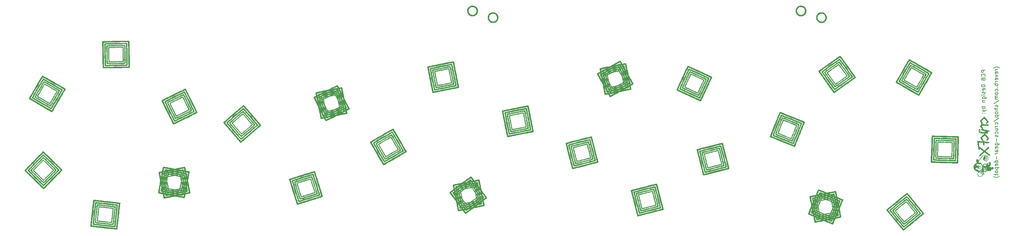
<source format=gbr>
%TF.GenerationSoftware,KiCad,Pcbnew,(5.1.7)-1*%
%TF.CreationDate,2021-06-30T17:19:35-05:00*%
%TF.ProjectId,ROLZRSTRIP,524f4c5a-5253-4545-9249-502e6b696361,rev?*%
%TF.SameCoordinates,Original*%
%TF.FileFunction,Legend,Bot*%
%TF.FilePolarity,Positive*%
%FSLAX46Y46*%
G04 Gerber Fmt 4.6, Leading zero omitted, Abs format (unit mm)*
G04 Created by KiCad (PCBNEW (5.1.7)-1) date 2021-06-30 17:19:35*
%MOMM*%
%LPD*%
G01*
G04 APERTURE LIST*
%ADD10C,0.150000*%
%ADD11C,0.010000*%
%ADD12C,0.120000*%
G04 APERTURE END LIST*
D10*
X279033333Y-109946190D02*
X278985714Y-109898571D01*
X278842857Y-109803333D01*
X278747619Y-109755714D01*
X278604761Y-109708095D01*
X278366666Y-109660476D01*
X278176190Y-109660476D01*
X277938095Y-109708095D01*
X277795238Y-109755714D01*
X277700000Y-109803333D01*
X277557142Y-109898571D01*
X277509523Y-109946190D01*
X278652380Y-110327142D02*
X277985714Y-110327142D01*
X278176190Y-110327142D02*
X278080952Y-110374761D01*
X278033333Y-110422380D01*
X277985714Y-110517619D01*
X277985714Y-110612857D01*
X278604761Y-111327142D02*
X278652380Y-111231904D01*
X278652380Y-111041428D01*
X278604761Y-110946190D01*
X278509523Y-110898571D01*
X278128571Y-110898571D01*
X278033333Y-110946190D01*
X277985714Y-111041428D01*
X277985714Y-111231904D01*
X278033333Y-111327142D01*
X278128571Y-111374761D01*
X278223809Y-111374761D01*
X278319047Y-110898571D01*
X277985714Y-111708095D02*
X278652380Y-111946190D01*
X277985714Y-112184285D01*
X278604761Y-112946190D02*
X278652380Y-112850952D01*
X278652380Y-112660476D01*
X278604761Y-112565238D01*
X278509523Y-112517619D01*
X278128571Y-112517619D01*
X278033333Y-112565238D01*
X277985714Y-112660476D01*
X277985714Y-112850952D01*
X278033333Y-112946190D01*
X278128571Y-112993809D01*
X278223809Y-112993809D01*
X278319047Y-112517619D01*
X278652380Y-113422380D02*
X277985714Y-113422380D01*
X278176190Y-113422380D02*
X278080952Y-113470000D01*
X278033333Y-113517619D01*
X277985714Y-113612857D01*
X277985714Y-113708095D01*
X278652380Y-114041428D02*
X277652380Y-114041428D01*
X278033333Y-114041428D02*
X277985714Y-114136666D01*
X277985714Y-114327142D01*
X278033333Y-114422380D01*
X278080952Y-114470000D01*
X278176190Y-114517619D01*
X278461904Y-114517619D01*
X278557142Y-114470000D01*
X278604761Y-114422380D01*
X278652380Y-114327142D01*
X278652380Y-114136666D01*
X278604761Y-114041428D01*
X278557142Y-114946190D02*
X278604761Y-114993809D01*
X278652380Y-114946190D01*
X278604761Y-114898571D01*
X278557142Y-114946190D01*
X278652380Y-114946190D01*
X278604761Y-115850952D02*
X278652380Y-115755714D01*
X278652380Y-115565238D01*
X278604761Y-115470000D01*
X278557142Y-115422380D01*
X278461904Y-115374761D01*
X278176190Y-115374761D01*
X278080952Y-115422380D01*
X278033333Y-115470000D01*
X277985714Y-115565238D01*
X277985714Y-115755714D01*
X278033333Y-115850952D01*
X278652380Y-116422380D02*
X278604761Y-116327142D01*
X278557142Y-116279523D01*
X278461904Y-116231904D01*
X278176190Y-116231904D01*
X278080952Y-116279523D01*
X278033333Y-116327142D01*
X277985714Y-116422380D01*
X277985714Y-116565238D01*
X278033333Y-116660476D01*
X278080952Y-116708095D01*
X278176190Y-116755714D01*
X278461904Y-116755714D01*
X278557142Y-116708095D01*
X278604761Y-116660476D01*
X278652380Y-116565238D01*
X278652380Y-116422380D01*
X278652380Y-117184285D02*
X277985714Y-117184285D01*
X278080952Y-117184285D02*
X278033333Y-117231904D01*
X277985714Y-117327142D01*
X277985714Y-117470000D01*
X278033333Y-117565238D01*
X278128571Y-117612857D01*
X278652380Y-117612857D01*
X278128571Y-117612857D02*
X278033333Y-117660476D01*
X277985714Y-117755714D01*
X277985714Y-117898571D01*
X278033333Y-117993809D01*
X278128571Y-118041428D01*
X278652380Y-118041428D01*
X277604761Y-119231904D02*
X278890476Y-118374761D01*
X278604761Y-119517619D02*
X278652380Y-119612857D01*
X278652380Y-119803333D01*
X278604761Y-119898571D01*
X278509523Y-119946190D01*
X278461904Y-119946190D01*
X278366666Y-119898571D01*
X278319047Y-119803333D01*
X278319047Y-119660476D01*
X278271428Y-119565238D01*
X278176190Y-119517619D01*
X278128571Y-119517619D01*
X278033333Y-119565238D01*
X277985714Y-119660476D01*
X277985714Y-119803333D01*
X278033333Y-119898571D01*
X278652380Y-120374761D02*
X277652380Y-120374761D01*
X278652380Y-120803333D02*
X278128571Y-120803333D01*
X278033333Y-120755714D01*
X277985714Y-120660476D01*
X277985714Y-120517619D01*
X278033333Y-120422380D01*
X278080952Y-120374761D01*
X278652380Y-121422380D02*
X278604761Y-121327142D01*
X278557142Y-121279523D01*
X278461904Y-121231904D01*
X278176190Y-121231904D01*
X278080952Y-121279523D01*
X278033333Y-121327142D01*
X277985714Y-121422380D01*
X277985714Y-121565238D01*
X278033333Y-121660476D01*
X278080952Y-121708095D01*
X278176190Y-121755714D01*
X278461904Y-121755714D01*
X278557142Y-121708095D01*
X278604761Y-121660476D01*
X278652380Y-121565238D01*
X278652380Y-121422380D01*
X277985714Y-122184285D02*
X278985714Y-122184285D01*
X278033333Y-122184285D02*
X277985714Y-122279523D01*
X277985714Y-122470000D01*
X278033333Y-122565238D01*
X278080952Y-122612857D01*
X278176190Y-122660476D01*
X278461904Y-122660476D01*
X278557142Y-122612857D01*
X278604761Y-122565238D01*
X278652380Y-122470000D01*
X278652380Y-122279523D01*
X278604761Y-122184285D01*
X277604761Y-123803333D02*
X278890476Y-122946190D01*
X278604761Y-124565238D02*
X278652380Y-124470000D01*
X278652380Y-124279523D01*
X278604761Y-124184285D01*
X278557142Y-124136666D01*
X278461904Y-124089047D01*
X278176190Y-124089047D01*
X278080952Y-124136666D01*
X278033333Y-124184285D01*
X277985714Y-124279523D01*
X277985714Y-124470000D01*
X278033333Y-124565238D01*
X278652380Y-124993809D02*
X277985714Y-124993809D01*
X278176190Y-124993809D02*
X278080952Y-125041428D01*
X278033333Y-125089047D01*
X277985714Y-125184285D01*
X277985714Y-125279523D01*
X277985714Y-126041428D02*
X278652380Y-126041428D01*
X277985714Y-125612857D02*
X278509523Y-125612857D01*
X278604761Y-125660476D01*
X278652380Y-125755714D01*
X278652380Y-125898571D01*
X278604761Y-125993809D01*
X278557142Y-126041428D01*
X278604761Y-126946190D02*
X278652380Y-126850952D01*
X278652380Y-126660476D01*
X278604761Y-126565238D01*
X278557142Y-126517619D01*
X278461904Y-126470000D01*
X278176190Y-126470000D01*
X278080952Y-126517619D01*
X278033333Y-126565238D01*
X277985714Y-126660476D01*
X277985714Y-126850952D01*
X278033333Y-126946190D01*
X278604761Y-127327142D02*
X278652380Y-127422380D01*
X278652380Y-127612857D01*
X278604761Y-127708095D01*
X278509523Y-127755714D01*
X278461904Y-127755714D01*
X278366666Y-127708095D01*
X278319047Y-127612857D01*
X278319047Y-127470000D01*
X278271428Y-127374761D01*
X278176190Y-127327142D01*
X278128571Y-127327142D01*
X278033333Y-127374761D01*
X277985714Y-127470000D01*
X277985714Y-127612857D01*
X278033333Y-127708095D01*
X278271428Y-128184285D02*
X278271428Y-128946190D01*
X277985714Y-129850952D02*
X278795238Y-129850952D01*
X278890476Y-129803333D01*
X278938095Y-129755714D01*
X278985714Y-129660476D01*
X278985714Y-129517619D01*
X278938095Y-129422380D01*
X278604761Y-129850952D02*
X278652380Y-129755714D01*
X278652380Y-129565238D01*
X278604761Y-129470000D01*
X278557142Y-129422380D01*
X278461904Y-129374761D01*
X278176190Y-129374761D01*
X278080952Y-129422380D01*
X278033333Y-129470000D01*
X277985714Y-129565238D01*
X277985714Y-129755714D01*
X278033333Y-129850952D01*
X278604761Y-130708095D02*
X278652380Y-130612857D01*
X278652380Y-130422380D01*
X278604761Y-130327142D01*
X278509523Y-130279523D01*
X278128571Y-130279523D01*
X278033333Y-130327142D01*
X277985714Y-130422380D01*
X277985714Y-130612857D01*
X278033333Y-130708095D01*
X278128571Y-130755714D01*
X278223809Y-130755714D01*
X278319047Y-130279523D01*
X278652380Y-131612857D02*
X278128571Y-131612857D01*
X278033333Y-131565238D01*
X277985714Y-131470000D01*
X277985714Y-131279523D01*
X278033333Y-131184285D01*
X278604761Y-131612857D02*
X278652380Y-131517619D01*
X278652380Y-131279523D01*
X278604761Y-131184285D01*
X278509523Y-131136666D01*
X278414285Y-131136666D01*
X278319047Y-131184285D01*
X278271428Y-131279523D01*
X278271428Y-131517619D01*
X278223809Y-131612857D01*
X278652380Y-132089047D02*
X277985714Y-132089047D01*
X278176190Y-132089047D02*
X278080952Y-132136666D01*
X278033333Y-132184285D01*
X277985714Y-132279523D01*
X277985714Y-132374761D01*
X278271428Y-132708095D02*
X278271428Y-133470000D01*
X278652380Y-134374761D02*
X277652380Y-134374761D01*
X278604761Y-134374761D02*
X278652380Y-134279523D01*
X278652380Y-134089047D01*
X278604761Y-133993809D01*
X278557142Y-133946190D01*
X278461904Y-133898571D01*
X278176190Y-133898571D01*
X278080952Y-133946190D01*
X278033333Y-133993809D01*
X277985714Y-134089047D01*
X277985714Y-134279523D01*
X278033333Y-134374761D01*
X278604761Y-135231904D02*
X278652380Y-135136666D01*
X278652380Y-134946190D01*
X278604761Y-134850952D01*
X278509523Y-134803333D01*
X278128571Y-134803333D01*
X278033333Y-134850952D01*
X277985714Y-134946190D01*
X277985714Y-135136666D01*
X278033333Y-135231904D01*
X278128571Y-135279523D01*
X278223809Y-135279523D01*
X278319047Y-134803333D01*
X277985714Y-135708095D02*
X278985714Y-135708095D01*
X278033333Y-135708095D02*
X277985714Y-135803333D01*
X277985714Y-135993809D01*
X278033333Y-136089047D01*
X278080952Y-136136666D01*
X278176190Y-136184285D01*
X278461904Y-136184285D01*
X278557142Y-136136666D01*
X278604761Y-136089047D01*
X278652380Y-135993809D01*
X278652380Y-135803333D01*
X278604761Y-135708095D01*
X278652380Y-136755714D02*
X278604761Y-136660476D01*
X278557142Y-136612857D01*
X278461904Y-136565238D01*
X278176190Y-136565238D01*
X278080952Y-136612857D01*
X278033333Y-136660476D01*
X277985714Y-136755714D01*
X277985714Y-136898571D01*
X278033333Y-136993809D01*
X278080952Y-137041428D01*
X278176190Y-137089047D01*
X278461904Y-137089047D01*
X278557142Y-137041428D01*
X278604761Y-136993809D01*
X278652380Y-136898571D01*
X278652380Y-136755714D01*
X277985714Y-137374761D02*
X277985714Y-137755714D01*
X277652380Y-137517619D02*
X278509523Y-137517619D01*
X278604761Y-137565238D01*
X278652380Y-137660476D01*
X278652380Y-137755714D01*
X279033333Y-137993809D02*
X278985714Y-138041428D01*
X278842857Y-138136666D01*
X278747619Y-138184285D01*
X278604761Y-138231904D01*
X278366666Y-138279523D01*
X278176190Y-138279523D01*
X277938095Y-138231904D01*
X277795238Y-138184285D01*
X277700000Y-138136666D01*
X277557142Y-138041428D01*
X277509523Y-137993809D01*
X275362380Y-110498571D02*
X274362380Y-110498571D01*
X274362380Y-110879523D01*
X274410000Y-110974761D01*
X274457619Y-111022380D01*
X274552857Y-111070000D01*
X274695714Y-111070000D01*
X274790952Y-111022380D01*
X274838571Y-110974761D01*
X274886190Y-110879523D01*
X274886190Y-110498571D01*
X275267142Y-112070000D02*
X275314761Y-112022380D01*
X275362380Y-111879523D01*
X275362380Y-111784285D01*
X275314761Y-111641428D01*
X275219523Y-111546190D01*
X275124285Y-111498571D01*
X274933809Y-111450952D01*
X274790952Y-111450952D01*
X274600476Y-111498571D01*
X274505238Y-111546190D01*
X274410000Y-111641428D01*
X274362380Y-111784285D01*
X274362380Y-111879523D01*
X274410000Y-112022380D01*
X274457619Y-112070000D01*
X274838571Y-112831904D02*
X274886190Y-112974761D01*
X274933809Y-113022380D01*
X275029047Y-113070000D01*
X275171904Y-113070000D01*
X275267142Y-113022380D01*
X275314761Y-112974761D01*
X275362380Y-112879523D01*
X275362380Y-112498571D01*
X274362380Y-112498571D01*
X274362380Y-112831904D01*
X274410000Y-112927142D01*
X274457619Y-112974761D01*
X274552857Y-113022380D01*
X274648095Y-113022380D01*
X274743333Y-112974761D01*
X274790952Y-112927142D01*
X274838571Y-112831904D01*
X274838571Y-112498571D01*
X275362380Y-114260476D02*
X274362380Y-114260476D01*
X274362380Y-114498571D01*
X274410000Y-114641428D01*
X274505238Y-114736666D01*
X274600476Y-114784285D01*
X274790952Y-114831904D01*
X274933809Y-114831904D01*
X275124285Y-114784285D01*
X275219523Y-114736666D01*
X275314761Y-114641428D01*
X275362380Y-114498571D01*
X275362380Y-114260476D01*
X275314761Y-115641428D02*
X275362380Y-115546190D01*
X275362380Y-115355714D01*
X275314761Y-115260476D01*
X275219523Y-115212857D01*
X274838571Y-115212857D01*
X274743333Y-115260476D01*
X274695714Y-115355714D01*
X274695714Y-115546190D01*
X274743333Y-115641428D01*
X274838571Y-115689047D01*
X274933809Y-115689047D01*
X275029047Y-115212857D01*
X275314761Y-116070000D02*
X275362380Y-116165238D01*
X275362380Y-116355714D01*
X275314761Y-116450952D01*
X275219523Y-116498571D01*
X275171904Y-116498571D01*
X275076666Y-116450952D01*
X275029047Y-116355714D01*
X275029047Y-116212857D01*
X274981428Y-116117619D01*
X274886190Y-116070000D01*
X274838571Y-116070000D01*
X274743333Y-116117619D01*
X274695714Y-116212857D01*
X274695714Y-116355714D01*
X274743333Y-116450952D01*
X275362380Y-116927142D02*
X274695714Y-116927142D01*
X274362380Y-116927142D02*
X274410000Y-116879523D01*
X274457619Y-116927142D01*
X274410000Y-116974761D01*
X274362380Y-116927142D01*
X274457619Y-116927142D01*
X274695714Y-117831904D02*
X275505238Y-117831904D01*
X275600476Y-117784285D01*
X275648095Y-117736666D01*
X275695714Y-117641428D01*
X275695714Y-117498571D01*
X275648095Y-117403333D01*
X275314761Y-117831904D02*
X275362380Y-117736666D01*
X275362380Y-117546190D01*
X275314761Y-117450952D01*
X275267142Y-117403333D01*
X275171904Y-117355714D01*
X274886190Y-117355714D01*
X274790952Y-117403333D01*
X274743333Y-117450952D01*
X274695714Y-117546190D01*
X274695714Y-117736666D01*
X274743333Y-117831904D01*
X274695714Y-118308095D02*
X275362380Y-118308095D01*
X274790952Y-118308095D02*
X274743333Y-118355714D01*
X274695714Y-118450952D01*
X274695714Y-118593809D01*
X274743333Y-118689047D01*
X274838571Y-118736666D01*
X275362380Y-118736666D01*
X275362380Y-119974761D02*
X274362380Y-119974761D01*
X274743333Y-119974761D02*
X274695714Y-120070000D01*
X274695714Y-120260476D01*
X274743333Y-120355714D01*
X274790952Y-120403333D01*
X274886190Y-120450952D01*
X275171904Y-120450952D01*
X275267142Y-120403333D01*
X275314761Y-120355714D01*
X275362380Y-120260476D01*
X275362380Y-120070000D01*
X275314761Y-119974761D01*
X274695714Y-120784285D02*
X275362380Y-121022380D01*
X274695714Y-121260476D02*
X275362380Y-121022380D01*
X275600476Y-120927142D01*
X275648095Y-120879523D01*
X275695714Y-120784285D01*
X275267142Y-121641428D02*
X275314761Y-121689047D01*
X275362380Y-121641428D01*
X275314761Y-121593809D01*
X275267142Y-121641428D01*
X275362380Y-121641428D01*
X274743333Y-121641428D02*
X274790952Y-121689047D01*
X274838571Y-121641428D01*
X274790952Y-121593809D01*
X274743333Y-121641428D01*
X274838571Y-121641428D01*
D11*
%TO.C,G\u002A\u002A\u002A*%
G36*
X272326079Y-135707365D02*
G01*
X272332711Y-135792254D01*
X272348586Y-135862637D01*
X272377650Y-135936677D01*
X272418635Y-136022039D01*
X272547843Y-136227285D01*
X272714120Y-136402202D01*
X272910614Y-136541399D01*
X273130471Y-136639486D01*
X273243202Y-136670586D01*
X273338548Y-136692929D01*
X273394518Y-136711460D01*
X273421562Y-136732529D01*
X273430129Y-136762488D01*
X273430751Y-136784594D01*
X273452072Y-136855855D01*
X273509661Y-136904805D01*
X273593958Y-136931167D01*
X273695403Y-136934666D01*
X273804436Y-136915027D01*
X273911497Y-136871973D01*
X274007025Y-136805229D01*
X274011248Y-136801339D01*
X274068502Y-136735532D01*
X274113757Y-136661778D01*
X274137418Y-136597359D01*
X274137964Y-136573105D01*
X274151789Y-136541785D01*
X274194403Y-136486233D01*
X274257481Y-136416976D01*
X274277392Y-136396843D01*
X274389576Y-136267753D01*
X274479713Y-136129846D01*
X274499160Y-136091738D01*
X274574855Y-135931731D01*
X274574875Y-136028748D01*
X274568081Y-136106436D01*
X274551417Y-136169079D01*
X274548605Y-136174890D01*
X274536222Y-136222527D01*
X274526761Y-136305249D01*
X274521857Y-136407305D01*
X274521530Y-136435323D01*
X274520745Y-136646632D01*
X274402356Y-136645138D01*
X274388922Y-136645620D01*
X274388922Y-136681781D01*
X274437764Y-136694485D01*
X274497416Y-136724941D01*
X274549222Y-136761671D01*
X274574525Y-136793194D01*
X274574895Y-136796217D01*
X274553059Y-136791478D01*
X274496982Y-136775154D01*
X274448108Y-136760003D01*
X274365280Y-136729255D01*
X274326544Y-136704465D01*
X274333607Y-136687889D01*
X274388174Y-136681782D01*
X274388922Y-136681781D01*
X274388922Y-136645620D01*
X274327812Y-136647813D01*
X274289983Y-136661852D01*
X274275094Y-136692583D01*
X274274733Y-136694494D01*
X274252517Y-136749385D01*
X274234697Y-136770770D01*
X274155234Y-136866105D01*
X274119345Y-136977998D01*
X274128067Y-137095146D01*
X274182436Y-137206246D01*
X274193483Y-137220352D01*
X274282529Y-137303580D01*
X274392116Y-137370553D01*
X274503643Y-137411339D01*
X274565778Y-137419119D01*
X274651357Y-137395567D01*
X274719692Y-137330564D01*
X274763171Y-137232591D01*
X274771379Y-137190097D01*
X274797301Y-137098565D01*
X274841915Y-137022713D01*
X274845571Y-137018620D01*
X274886295Y-136965950D01*
X274905251Y-136924233D01*
X274905426Y-136921561D01*
X274920727Y-136882302D01*
X274958562Y-136826377D01*
X274968989Y-136813545D01*
X275010252Y-136756591D01*
X275031697Y-136711529D01*
X275032553Y-136705136D01*
X275048031Y-136698155D01*
X275088314Y-136724714D01*
X275102473Y-136737297D01*
X275215208Y-136828842D01*
X275313047Y-136874763D01*
X275404046Y-136874812D01*
X275496261Y-136828743D01*
X275597749Y-136736306D01*
X275611332Y-136721651D01*
X275736069Y-136585168D01*
X276197937Y-136576268D01*
X276344815Y-136574510D01*
X276472416Y-136575032D01*
X276572757Y-136577632D01*
X276637858Y-136582108D01*
X276659793Y-136587937D01*
X276667983Y-136606217D01*
X276688793Y-136585712D01*
X276716504Y-136535067D01*
X276745399Y-136462926D01*
X276748473Y-136453844D01*
X276785305Y-136369104D01*
X276825478Y-136319614D01*
X276838278Y-136312948D01*
X276883136Y-136289024D01*
X276949875Y-136242755D01*
X277007101Y-136197909D01*
X277084124Y-136140859D01*
X277131900Y-136120702D01*
X277145483Y-136126660D01*
X277176387Y-136134181D01*
X277230931Y-136112435D01*
X277297489Y-136068792D01*
X277364438Y-136010624D01*
X277410375Y-135958703D01*
X277462913Y-135860736D01*
X277470090Y-135768995D01*
X277432005Y-135690740D01*
X277406401Y-135666610D01*
X277346447Y-135635370D01*
X277346447Y-135691834D01*
X277359675Y-135698206D01*
X277378049Y-135712372D01*
X277410024Y-135758583D01*
X277422459Y-135817874D01*
X277412166Y-135866948D01*
X277400790Y-135878611D01*
X277388705Y-135868170D01*
X277391070Y-135829114D01*
X277387234Y-135762802D01*
X277368328Y-135721826D01*
X277358979Y-135709012D01*
X277358979Y-135919019D01*
X277371692Y-135931731D01*
X277358979Y-135944444D01*
X277346267Y-135931731D01*
X277358979Y-135919019D01*
X277358979Y-135709012D01*
X277346447Y-135691834D01*
X277346447Y-135635370D01*
X277334178Y-135628976D01*
X277260205Y-135614472D01*
X277257278Y-135614969D01*
X277257278Y-135669721D01*
X277300700Y-135672469D01*
X277304523Y-135680429D01*
X277302256Y-135681442D01*
X277251782Y-135686472D01*
X277225980Y-135682384D01*
X277215611Y-135674291D01*
X277249382Y-135669889D01*
X277257278Y-135669721D01*
X277257278Y-135614969D01*
X277178717Y-135628321D01*
X277156548Y-135635953D01*
X277156548Y-135776992D01*
X277181810Y-135803107D01*
X277210667Y-135851827D01*
X277218331Y-135879384D01*
X277205455Y-135883067D01*
X277181001Y-135857788D01*
X277181001Y-136071571D01*
X277193714Y-136084284D01*
X277181001Y-136096997D01*
X277168289Y-136084284D01*
X277181001Y-136071571D01*
X277181001Y-135857788D01*
X277180193Y-135856952D01*
X277151336Y-135808233D01*
X277143672Y-135780676D01*
X277156548Y-135776992D01*
X277156548Y-135635953D01*
X277117438Y-135649418D01*
X277117438Y-135690190D01*
X277138366Y-135699493D01*
X277134388Y-135707140D01*
X277104214Y-135710183D01*
X277100488Y-135707140D01*
X277103978Y-135692025D01*
X277117438Y-135690190D01*
X277117438Y-135649418D01*
X277080744Y-135662052D01*
X277080744Y-135829571D01*
X277112590Y-135862091D01*
X277117438Y-135868168D01*
X277152376Y-135920212D01*
X277167155Y-135956879D01*
X277167158Y-135957157D01*
X277154132Y-135957616D01*
X277122286Y-135925096D01*
X277117438Y-135919019D01*
X277082500Y-135866975D01*
X277067721Y-135830307D01*
X277067718Y-135830030D01*
X277080744Y-135829571D01*
X277080744Y-135662052D01*
X277078259Y-135662908D01*
X277053874Y-135674511D01*
X277053874Y-135715615D01*
X277066587Y-135728328D01*
X277053874Y-135741041D01*
X277041162Y-135728328D01*
X277053874Y-135715615D01*
X277053874Y-135674511D01*
X276981056Y-135709162D01*
X276930784Y-135743298D01*
X276930784Y-135841516D01*
X276988205Y-135867669D01*
X277010079Y-135882322D01*
X277059287Y-135941257D01*
X277060370Y-136014211D01*
X277013586Y-136099549D01*
X276967877Y-136150839D01*
X276900176Y-136211457D01*
X276848743Y-136244139D01*
X276819944Y-136246262D01*
X276820147Y-136215201D01*
X276821650Y-136211092D01*
X276831829Y-136166742D01*
X276843658Y-136089481D01*
X276853307Y-136007688D01*
X276868678Y-135907253D01*
X276892723Y-135853287D01*
X276930784Y-135841516D01*
X276930784Y-135743298D01*
X276909968Y-135757433D01*
X276878296Y-135779322D01*
X276854669Y-135767056D01*
X276827855Y-135721048D01*
X276790988Y-135670186D01*
X276738165Y-135640103D01*
X276659937Y-135628690D01*
X276621642Y-135630433D01*
X276621642Y-135817317D01*
X276634355Y-135830030D01*
X276621642Y-135842742D01*
X276608929Y-135830030D01*
X276621642Y-135817317D01*
X276621642Y-135630433D01*
X276570791Y-135632748D01*
X276570791Y-135842742D01*
X276583504Y-135855455D01*
X276570791Y-135868168D01*
X276570791Y-135944444D01*
X276583504Y-135957157D01*
X276570791Y-135969870D01*
X276558079Y-135957157D01*
X276570791Y-135944444D01*
X276570791Y-135868168D01*
X276558079Y-135855455D01*
X276570791Y-135842742D01*
X276570791Y-135632748D01*
X276546855Y-135633839D01*
X276473802Y-135642027D01*
X276385260Y-135652251D01*
X276319664Y-135658135D01*
X276290184Y-135658518D01*
X276289768Y-135658261D01*
X276300448Y-135635711D01*
X276333434Y-135578775D01*
X276383670Y-135495935D01*
X276446104Y-135395669D01*
X276449221Y-135390722D01*
X276518851Y-135278390D01*
X276563506Y-135200244D01*
X276586634Y-135148305D01*
X276591681Y-135114593D01*
X276582095Y-135091129D01*
X276579864Y-135088306D01*
X276560601Y-135060017D01*
X276579207Y-135058429D01*
X276605282Y-135066109D01*
X276647618Y-135074478D01*
X276654453Y-135051952D01*
X276647912Y-135025282D01*
X276640089Y-134988191D01*
X276651528Y-134995649D01*
X276656655Y-135002842D01*
X276681289Y-135014495D01*
X276704267Y-134983738D01*
X276722774Y-134918999D01*
X276733993Y-134828707D01*
X276736057Y-134765121D01*
X276725608Y-134639973D01*
X276697243Y-134514762D01*
X276671798Y-134444685D01*
X276671798Y-134647627D01*
X276675445Y-134673585D01*
X276677047Y-134738991D01*
X276677068Y-134749449D01*
X276675766Y-134819301D01*
X276672332Y-134850402D01*
X276667472Y-134837055D01*
X276666813Y-134832082D01*
X276662605Y-134742927D01*
X276666813Y-134666816D01*
X276671798Y-134647627D01*
X276671798Y-134444685D01*
X276655428Y-134399600D01*
X276642830Y-134376038D01*
X276642830Y-134503670D01*
X276657945Y-134507160D01*
X276659780Y-134520620D01*
X276650477Y-134541548D01*
X276642830Y-134537571D01*
X276639787Y-134507397D01*
X276642830Y-134503670D01*
X276642830Y-134376038D01*
X276621642Y-134336408D01*
X276621642Y-134418919D01*
X276634355Y-134431631D01*
X276621642Y-134444344D01*
X276608929Y-134431631D01*
X276621642Y-134418919D01*
X276621642Y-134336408D01*
X276604635Y-134304598D01*
X276549331Y-134239868D01*
X276493985Y-134215521D01*
X276493149Y-134215515D01*
X276469090Y-134226686D01*
X276469090Y-134253653D01*
X276539009Y-134315293D01*
X276592140Y-134364984D01*
X276608637Y-134389113D01*
X276600649Y-134393493D01*
X276580208Y-134376437D01*
X276540315Y-134334335D01*
X276530729Y-134323573D01*
X276522686Y-134314450D01*
X276522686Y-134534199D01*
X276558234Y-134558900D01*
X276592157Y-134599223D01*
X276593038Y-134620012D01*
X276564167Y-134610926D01*
X276560171Y-134607956D01*
X276560171Y-134669598D01*
X276576396Y-134677824D01*
X276592150Y-134717234D01*
X276592314Y-134778024D01*
X276577897Y-134833513D01*
X276570022Y-134846225D01*
X276563970Y-134828908D01*
X276556467Y-134776171D01*
X276554023Y-134752622D01*
X276551067Y-134689901D01*
X276560171Y-134669598D01*
X276560171Y-134607956D01*
X276545980Y-134597407D01*
X276513570Y-134558603D01*
X276507228Y-134538992D01*
X276522686Y-134534199D01*
X276522686Y-134314450D01*
X276469090Y-134253653D01*
X276469090Y-134226686D01*
X276446241Y-134237297D01*
X276423806Y-134300417D01*
X276426028Y-134401536D01*
X276453095Y-134537316D01*
X276471559Y-134602698D01*
X276475365Y-134627206D01*
X276458926Y-134630946D01*
X276411994Y-134613302D01*
X276375281Y-134596900D01*
X276232682Y-134553060D01*
X276175377Y-134554209D01*
X276175377Y-134596897D01*
X276273355Y-134610899D01*
X276334939Y-134650614D01*
X276354675Y-134707774D01*
X276372560Y-134764972D01*
X276415840Y-134823431D01*
X276418239Y-134825725D01*
X276467901Y-134878959D01*
X276474474Y-134908292D01*
X276435980Y-134916999D01*
X276366923Y-134910708D01*
X276283238Y-134905462D01*
X276228436Y-134920548D01*
X276203480Y-134938912D01*
X276154881Y-134967018D01*
X276099674Y-134961855D01*
X276028228Y-134920887D01*
X275974143Y-134878550D01*
X275886002Y-134805333D01*
X275990220Y-134701115D01*
X276066399Y-134634267D01*
X276130320Y-134602551D01*
X276175377Y-134596897D01*
X276175377Y-134554209D01*
X276103021Y-134555662D01*
X276026778Y-134582822D01*
X275960932Y-134605384D01*
X275907269Y-134607030D01*
X275848242Y-134611569D01*
X275818511Y-134627461D01*
X275782972Y-134675927D01*
X275743326Y-134759787D01*
X275704931Y-134864473D01*
X275673149Y-134975419D01*
X275653663Y-135075552D01*
X275642228Y-135143155D01*
X275622516Y-135188078D01*
X275583109Y-135224569D01*
X275582390Y-135225000D01*
X275582390Y-135423223D01*
X275624540Y-135601201D01*
X275653190Y-135725620D01*
X275671602Y-135817960D01*
X275682324Y-135895357D01*
X275687905Y-135974950D01*
X275690152Y-136042510D01*
X275690274Y-136120539D01*
X275683086Y-136158156D01*
X275665012Y-136165661D01*
X275649120Y-136160680D01*
X275590952Y-136138131D01*
X275537804Y-136118414D01*
X275486658Y-136085186D01*
X275459856Y-136023093D01*
X275455451Y-136000244D01*
X275440337Y-135858610D01*
X275449384Y-135755744D01*
X275483259Y-135685314D01*
X275489462Y-135678274D01*
X275527868Y-135617873D01*
X275557635Y-135538161D01*
X275560977Y-135524083D01*
X275582390Y-135423223D01*
X275582390Y-135225000D01*
X275553774Y-135242168D01*
X275553774Y-135385085D01*
X275566487Y-135397797D01*
X275553774Y-135410510D01*
X275541062Y-135397797D01*
X275553774Y-135385085D01*
X275553774Y-135242168D01*
X275512591Y-135266876D01*
X275490648Y-135278995D01*
X275416583Y-135308670D01*
X275416583Y-136178824D01*
X275530140Y-136180775D01*
X275612217Y-136216531D01*
X275674103Y-136292389D01*
X275695217Y-136334233D01*
X275726944Y-136405216D01*
X275738956Y-136447281D01*
X275731071Y-136478457D01*
X275703104Y-136516778D01*
X275693236Y-136529229D01*
X275656062Y-136569671D01*
X275632412Y-136571343D01*
X275618609Y-136554654D01*
X275564935Y-136478678D01*
X275564935Y-136588658D01*
X275587748Y-136590219D01*
X275613980Y-136617581D01*
X275604012Y-136652851D01*
X275554881Y-136706165D01*
X275553438Y-136707523D01*
X275500022Y-136746310D01*
X275464907Y-136742766D01*
X275462753Y-136740770D01*
X275458946Y-136706438D01*
X275483557Y-136658983D01*
X275523312Y-136614393D01*
X275564935Y-136588658D01*
X275564935Y-136478678D01*
X275554849Y-136464401D01*
X275505292Y-136412803D01*
X275481564Y-136402102D01*
X275471105Y-136414607D01*
X275485126Y-136432612D01*
X275513731Y-136489381D01*
X275493640Y-136555176D01*
X275443293Y-136614449D01*
X275394369Y-136656970D01*
X275364567Y-136665859D01*
X275339098Y-136645376D01*
X275338478Y-136644632D01*
X275298486Y-136612482D01*
X275277338Y-136606589D01*
X275279014Y-136621939D01*
X275312337Y-136660726D01*
X275359341Y-136704879D01*
X275470012Y-136802084D01*
X275403616Y-136818749D01*
X275321417Y-136817917D01*
X275263714Y-136797402D01*
X275197354Y-136750884D01*
X275127142Y-136683074D01*
X275064500Y-136607536D01*
X275020855Y-136537833D01*
X275007223Y-136492871D01*
X275031380Y-136397785D01*
X275097898Y-136312106D01*
X275198370Y-136242280D01*
X275324390Y-136194756D01*
X275416583Y-136178824D01*
X275416583Y-135308670D01*
X275329191Y-135343685D01*
X275168073Y-135358330D01*
X275001766Y-135323394D01*
X274994415Y-135320788D01*
X274918942Y-135297415D01*
X274859742Y-135285159D01*
X274859742Y-135361443D01*
X274948002Y-135381121D01*
X274957948Y-135385979D01*
X275000438Y-135420862D01*
X274999393Y-135449528D01*
X274960924Y-135459889D01*
X274960924Y-135639269D01*
X275013658Y-135661105D01*
X275075785Y-135717505D01*
X275154363Y-135812187D01*
X275192133Y-135861811D01*
X275259684Y-135952892D01*
X275314252Y-136028383D01*
X275349553Y-136079468D01*
X275359720Y-136096997D01*
X275339026Y-136113520D01*
X275283960Y-136144853D01*
X275206252Y-136184342D01*
X275202862Y-136185986D01*
X275090257Y-136250298D01*
X275017535Y-136317117D01*
X274994415Y-136351251D01*
X274953310Y-136410270D01*
X274911546Y-136432440D01*
X274873644Y-136432195D01*
X274832950Y-136425981D01*
X274811833Y-136411630D01*
X274807872Y-136377874D01*
X274818641Y-136313443D01*
X274833410Y-136245133D01*
X274858801Y-136145305D01*
X274883544Y-136092212D01*
X274912348Y-136082021D01*
X274949921Y-136110897D01*
X274969762Y-136134141D01*
X275017427Y-136187147D01*
X275041044Y-136199571D01*
X275041414Y-136175198D01*
X275019340Y-136117810D01*
X274975625Y-136031191D01*
X274931358Y-135953115D01*
X274799735Y-135729484D01*
X274855397Y-135684411D01*
X274910524Y-135648277D01*
X274960924Y-135639269D01*
X274960924Y-135459889D01*
X274955460Y-135461361D01*
X274873131Y-135476788D01*
X274780231Y-135515547D01*
X274700640Y-135566357D01*
X274670806Y-135595841D01*
X274643166Y-135628616D01*
X274630444Y-135627556D01*
X274626693Y-135585925D01*
X274626312Y-135545435D01*
X274633887Y-135465331D01*
X274662445Y-135415509D01*
X274682254Y-135399239D01*
X274762080Y-135367919D01*
X274859742Y-135361443D01*
X274859742Y-135285159D01*
X274856963Y-135284583D01*
X274845462Y-135283766D01*
X274818230Y-135275634D01*
X274810135Y-135247585D01*
X274822528Y-135193258D01*
X274856757Y-135106291D01*
X274906285Y-134997132D01*
X274952816Y-134904949D01*
X274993429Y-134847361D01*
X275039531Y-134811156D01*
X275085277Y-134789804D01*
X275225317Y-134755801D01*
X275354983Y-134766554D01*
X275466760Y-134819886D01*
X275553135Y-134913619D01*
X275561618Y-134927797D01*
X275601599Y-134985516D01*
X275630124Y-135001910D01*
X275642567Y-134974715D01*
X275642763Y-134967516D01*
X275624095Y-134918095D01*
X275576744Y-134854181D01*
X275513692Y-134790434D01*
X275447920Y-134741512D01*
X275437594Y-134735823D01*
X275367964Y-134713229D01*
X275277080Y-134700016D01*
X275240092Y-134698598D01*
X275147516Y-134706615D01*
X275065673Y-134736293D01*
X274990932Y-134781231D01*
X274888684Y-134867063D01*
X274793936Y-134977265D01*
X274719617Y-135094776D01*
X274681757Y-135189225D01*
X274658987Y-135246719D01*
X274632159Y-135276997D01*
X274631628Y-135277185D01*
X274606556Y-135261081D01*
X274579598Y-135221897D01*
X274579598Y-136438302D01*
X274589151Y-136439275D01*
X274603498Y-136466579D01*
X274647051Y-136508113D01*
X274735831Y-136542284D01*
X274773399Y-136551756D01*
X274858135Y-136574541D01*
X274924861Y-136598261D01*
X274951527Y-136612496D01*
X274968896Y-136642233D01*
X274945372Y-136662315D01*
X274890484Y-136669701D01*
X274813757Y-136661347D01*
X274804657Y-136659396D01*
X274680192Y-136618546D01*
X274646445Y-136593828D01*
X274646445Y-136789124D01*
X274665964Y-136793476D01*
X274718688Y-136804227D01*
X274790568Y-136808902D01*
X274793091Y-136808909D01*
X274850424Y-136813580D01*
X274874568Y-136833659D01*
X274867629Y-136878241D01*
X274831711Y-136956423D01*
X274828633Y-136962474D01*
X274793171Y-137023333D01*
X274763771Y-137059147D01*
X274755704Y-137063163D01*
X274739300Y-137085697D01*
X274724175Y-137142127D01*
X274720238Y-137166838D01*
X274691588Y-137268450D01*
X274640834Y-137338136D01*
X274574610Y-137367338D01*
X274564598Y-137367710D01*
X274466143Y-137347991D01*
X274365507Y-137297452D01*
X274274670Y-137226086D01*
X274205610Y-137143884D01*
X274170307Y-137060837D01*
X274168089Y-137036983D01*
X274186492Y-136935094D01*
X274235523Y-136855227D01*
X274305908Y-136805848D01*
X274388377Y-136795422D01*
X274423045Y-136804192D01*
X274450219Y-136817959D01*
X274452906Y-136838724D01*
X274428086Y-136878315D01*
X274392470Y-136923885D01*
X274311744Y-137025025D01*
X274413055Y-136929245D01*
X274514365Y-136833466D01*
X274568369Y-136891107D01*
X274603977Y-136939955D01*
X274602689Y-136981908D01*
X274594132Y-136999599D01*
X274577175Y-137034170D01*
X274590666Y-137029741D01*
X274608531Y-137015555D01*
X274650850Y-136993901D01*
X274689310Y-137012312D01*
X274720341Y-137027758D01*
X274727779Y-137009173D01*
X274712914Y-136966872D01*
X274677034Y-136911170D01*
X274676597Y-136910610D01*
X274637900Y-136849199D01*
X274627569Y-136805622D01*
X274646445Y-136789124D01*
X274646445Y-136593828D01*
X274604156Y-136562852D01*
X274576679Y-136492415D01*
X274576616Y-136484148D01*
X274579598Y-136438302D01*
X274579598Y-135221897D01*
X274570720Y-135208992D01*
X274529991Y-135132986D01*
X274490238Y-135045133D01*
X274457334Y-134957499D01*
X274437148Y-134882153D01*
X274435917Y-134874881D01*
X274398600Y-134755049D01*
X274330959Y-134646290D01*
X274241876Y-134555144D01*
X274140236Y-134488149D01*
X274034920Y-134451841D01*
X274030941Y-134451877D01*
X274030941Y-134503286D01*
X274088912Y-134526122D01*
X274156994Y-134565023D01*
X274220432Y-134612085D01*
X274247700Y-134638260D01*
X274295687Y-134698155D01*
X274343129Y-134768839D01*
X274379710Y-134833640D01*
X274395115Y-134875883D01*
X274395141Y-134876576D01*
X274380350Y-134866292D01*
X274341784Y-134826579D01*
X274300813Y-134780837D01*
X274235840Y-134717028D01*
X274178038Y-134679000D01*
X274153801Y-134672779D01*
X274114253Y-134656833D01*
X274066330Y-134617829D01*
X274022954Y-134569716D01*
X273997047Y-134526442D01*
X273997836Y-134504419D01*
X274030941Y-134503286D01*
X274030941Y-134451877D01*
X273934811Y-134452760D01*
X273886737Y-134470664D01*
X273846768Y-134503012D01*
X273840477Y-134530158D01*
X273868156Y-134538308D01*
X273885398Y-134534289D01*
X273932240Y-134536874D01*
X273947091Y-134555206D01*
X273948699Y-134574414D01*
X273926229Y-134578230D01*
X273869753Y-134566741D01*
X273829331Y-134556265D01*
X273742154Y-134535954D01*
X273666325Y-134523157D01*
X273637791Y-134520922D01*
X273595525Y-134513097D01*
X273593834Y-134483784D01*
X273596871Y-134476126D01*
X273653680Y-134298207D01*
X273673506Y-134124380D01*
X273657764Y-133962415D01*
X273607871Y-133820085D01*
X273525242Y-133705160D01*
X273445144Y-133643084D01*
X273343824Y-133594589D01*
X273258846Y-133583116D01*
X273229886Y-133591282D01*
X273229886Y-134701989D01*
X273277767Y-134703824D01*
X273359738Y-134718891D01*
X273447464Y-134738585D01*
X273600908Y-134763781D01*
X273742733Y-134762053D01*
X273773216Y-134758530D01*
X273946323Y-134746758D01*
X274085374Y-134763819D01*
X274199968Y-134812465D01*
X274299702Y-134895448D01*
X274317002Y-134914454D01*
X274399780Y-135019633D01*
X274462115Y-135127801D01*
X274507917Y-135250122D01*
X274541098Y-135397761D01*
X274565567Y-135581881D01*
X274571286Y-135640354D01*
X274567110Y-135685208D01*
X274552564Y-135760308D01*
X274536969Y-135825115D01*
X274457508Y-136048148D01*
X274344730Y-136241532D01*
X274202623Y-136399722D01*
X274083314Y-136484180D01*
X274083314Y-136562728D01*
X274091812Y-136577118D01*
X274078845Y-136609802D01*
X274046523Y-136665663D01*
X274034400Y-136684378D01*
X273954174Y-136767933D01*
X273843768Y-136835880D01*
X273723625Y-136877423D01*
X273654193Y-136885185D01*
X273584735Y-136880137D01*
X273562919Y-136862914D01*
X273588293Y-136830400D01*
X273640685Y-136792329D01*
X273733816Y-136751210D01*
X273802633Y-136750259D01*
X273858566Y-136752108D01*
X273901886Y-136729232D01*
X273950162Y-136673702D01*
X274003460Y-136612885D01*
X274051014Y-136573733D01*
X274083314Y-136562728D01*
X274083314Y-136484180D01*
X274041575Y-136513728D01*
X273957621Y-136554770D01*
X273911966Y-136566313D01*
X273911966Y-136646534D01*
X273926321Y-136655327D01*
X273922320Y-136670917D01*
X273898444Y-136703370D01*
X273887768Y-136707207D01*
X273847929Y-136715487D01*
X273826925Y-136722640D01*
X273792958Y-136723712D01*
X273786707Y-136712414D01*
X273808104Y-136687031D01*
X273859751Y-136661300D01*
X273861476Y-136660691D01*
X273911966Y-136646534D01*
X273911966Y-136566313D01*
X273889656Y-136571954D01*
X273811954Y-136570505D01*
X273779988Y-136566853D01*
X273648774Y-136542878D01*
X273576149Y-136513984D01*
X273576149Y-136708010D01*
X273646867Y-136708814D01*
X273571692Y-136774875D01*
X273518579Y-136813145D01*
X273489226Y-136815836D01*
X273486661Y-136811371D01*
X273488030Y-136752772D01*
X273529948Y-136715640D01*
X273576149Y-136708010D01*
X273576149Y-136513984D01*
X273554887Y-136505524D01*
X273485272Y-136448272D01*
X273450017Y-136402102D01*
X273387006Y-136327223D01*
X273309550Y-136278219D01*
X273206461Y-136250593D01*
X273066548Y-136239851D01*
X273045174Y-136239461D01*
X272847358Y-136236837D01*
X272808524Y-136066552D01*
X272788598Y-135971170D01*
X272774589Y-135888822D01*
X272769690Y-135840139D01*
X272772682Y-135801826D01*
X272790293Y-135804011D01*
X272818649Y-135828318D01*
X272879115Y-135861175D01*
X272932945Y-135854962D01*
X272965559Y-135812480D01*
X272968301Y-135799552D01*
X272997239Y-135749630D01*
X273029726Y-135736248D01*
X273080212Y-135705345D01*
X273110795Y-135652052D01*
X273141683Y-135596184D01*
X273190090Y-135576691D01*
X273211723Y-135575775D01*
X273274932Y-135558871D01*
X273305911Y-135513473D01*
X273307870Y-135447559D01*
X273284017Y-135369103D01*
X273237560Y-135286082D01*
X273171709Y-135206470D01*
X273089672Y-135138243D01*
X273020165Y-135099657D01*
X272969465Y-135070328D01*
X272947684Y-135044071D01*
X272947668Y-135043565D01*
X272965264Y-134995582D01*
X273009326Y-134931830D01*
X273066769Y-134868498D01*
X273124506Y-134821774D01*
X273129229Y-134818960D01*
X273179429Y-134779202D01*
X273201843Y-134739806D01*
X273201922Y-134737919D01*
X273207477Y-134713362D01*
X273229886Y-134701989D01*
X273229886Y-133591282D01*
X273173260Y-133607252D01*
X273150177Y-133618480D01*
X273105255Y-133648112D01*
X273075679Y-133687857D01*
X273059899Y-133746392D01*
X273056365Y-133832388D01*
X273063527Y-133954520D01*
X273072659Y-134052195D01*
X273084352Y-134179911D01*
X273093584Y-134302682D01*
X273099145Y-134403184D01*
X273100221Y-134447373D01*
X273100221Y-134568698D01*
X272918902Y-134663979D01*
X272817367Y-134729293D01*
X272817367Y-134883183D01*
X272805181Y-134901808D01*
X272801896Y-134905157D01*
X272768560Y-134925240D01*
X272756305Y-134922517D01*
X272763935Y-134903603D01*
X272787663Y-134890924D01*
X272817367Y-134883183D01*
X272817367Y-134729293D01*
X272709274Y-134798826D01*
X272706127Y-134801880D01*
X272706127Y-134927427D01*
X272718839Y-134940140D01*
X272706127Y-134952853D01*
X272693414Y-134940140D01*
X272693414Y-135003703D01*
X272714342Y-135013006D01*
X272710364Y-135020654D01*
X272680190Y-135023697D01*
X272676464Y-135020654D01*
X272679954Y-135005538D01*
X272693414Y-135003703D01*
X272693414Y-134940140D01*
X272706127Y-134927427D01*
X272706127Y-134801880D01*
X272542643Y-134960584D01*
X272418618Y-135149642D01*
X272406343Y-135174683D01*
X272367138Y-135262301D01*
X272342932Y-135334993D01*
X272330179Y-135410796D01*
X272325334Y-135507752D01*
X272324745Y-135589807D01*
X272326079Y-135707365D01*
G37*
X272326079Y-135707365D02*
X272332711Y-135792254D01*
X272348586Y-135862637D01*
X272377650Y-135936677D01*
X272418635Y-136022039D01*
X272547843Y-136227285D01*
X272714120Y-136402202D01*
X272910614Y-136541399D01*
X273130471Y-136639486D01*
X273243202Y-136670586D01*
X273338548Y-136692929D01*
X273394518Y-136711460D01*
X273421562Y-136732529D01*
X273430129Y-136762488D01*
X273430751Y-136784594D01*
X273452072Y-136855855D01*
X273509661Y-136904805D01*
X273593958Y-136931167D01*
X273695403Y-136934666D01*
X273804436Y-136915027D01*
X273911497Y-136871973D01*
X274007025Y-136805229D01*
X274011248Y-136801339D01*
X274068502Y-136735532D01*
X274113757Y-136661778D01*
X274137418Y-136597359D01*
X274137964Y-136573105D01*
X274151789Y-136541785D01*
X274194403Y-136486233D01*
X274257481Y-136416976D01*
X274277392Y-136396843D01*
X274389576Y-136267753D01*
X274479713Y-136129846D01*
X274499160Y-136091738D01*
X274574855Y-135931731D01*
X274574875Y-136028748D01*
X274568081Y-136106436D01*
X274551417Y-136169079D01*
X274548605Y-136174890D01*
X274536222Y-136222527D01*
X274526761Y-136305249D01*
X274521857Y-136407305D01*
X274521530Y-136435323D01*
X274520745Y-136646632D01*
X274402356Y-136645138D01*
X274388922Y-136645620D01*
X274388922Y-136681781D01*
X274437764Y-136694485D01*
X274497416Y-136724941D01*
X274549222Y-136761671D01*
X274574525Y-136793194D01*
X274574895Y-136796217D01*
X274553059Y-136791478D01*
X274496982Y-136775154D01*
X274448108Y-136760003D01*
X274365280Y-136729255D01*
X274326544Y-136704465D01*
X274333607Y-136687889D01*
X274388174Y-136681782D01*
X274388922Y-136681781D01*
X274388922Y-136645620D01*
X274327812Y-136647813D01*
X274289983Y-136661852D01*
X274275094Y-136692583D01*
X274274733Y-136694494D01*
X274252517Y-136749385D01*
X274234697Y-136770770D01*
X274155234Y-136866105D01*
X274119345Y-136977998D01*
X274128067Y-137095146D01*
X274182436Y-137206246D01*
X274193483Y-137220352D01*
X274282529Y-137303580D01*
X274392116Y-137370553D01*
X274503643Y-137411339D01*
X274565778Y-137419119D01*
X274651357Y-137395567D01*
X274719692Y-137330564D01*
X274763171Y-137232591D01*
X274771379Y-137190097D01*
X274797301Y-137098565D01*
X274841915Y-137022713D01*
X274845571Y-137018620D01*
X274886295Y-136965950D01*
X274905251Y-136924233D01*
X274905426Y-136921561D01*
X274920727Y-136882302D01*
X274958562Y-136826377D01*
X274968989Y-136813545D01*
X275010252Y-136756591D01*
X275031697Y-136711529D01*
X275032553Y-136705136D01*
X275048031Y-136698155D01*
X275088314Y-136724714D01*
X275102473Y-136737297D01*
X275215208Y-136828842D01*
X275313047Y-136874763D01*
X275404046Y-136874812D01*
X275496261Y-136828743D01*
X275597749Y-136736306D01*
X275611332Y-136721651D01*
X275736069Y-136585168D01*
X276197937Y-136576268D01*
X276344815Y-136574510D01*
X276472416Y-136575032D01*
X276572757Y-136577632D01*
X276637858Y-136582108D01*
X276659793Y-136587937D01*
X276667983Y-136606217D01*
X276688793Y-136585712D01*
X276716504Y-136535067D01*
X276745399Y-136462926D01*
X276748473Y-136453844D01*
X276785305Y-136369104D01*
X276825478Y-136319614D01*
X276838278Y-136312948D01*
X276883136Y-136289024D01*
X276949875Y-136242755D01*
X277007101Y-136197909D01*
X277084124Y-136140859D01*
X277131900Y-136120702D01*
X277145483Y-136126660D01*
X277176387Y-136134181D01*
X277230931Y-136112435D01*
X277297489Y-136068792D01*
X277364438Y-136010624D01*
X277410375Y-135958703D01*
X277462913Y-135860736D01*
X277470090Y-135768995D01*
X277432005Y-135690740D01*
X277406401Y-135666610D01*
X277346447Y-135635370D01*
X277346447Y-135691834D01*
X277359675Y-135698206D01*
X277378049Y-135712372D01*
X277410024Y-135758583D01*
X277422459Y-135817874D01*
X277412166Y-135866948D01*
X277400790Y-135878611D01*
X277388705Y-135868170D01*
X277391070Y-135829114D01*
X277387234Y-135762802D01*
X277368328Y-135721826D01*
X277358979Y-135709012D01*
X277358979Y-135919019D01*
X277371692Y-135931731D01*
X277358979Y-135944444D01*
X277346267Y-135931731D01*
X277358979Y-135919019D01*
X277358979Y-135709012D01*
X277346447Y-135691834D01*
X277346447Y-135635370D01*
X277334178Y-135628976D01*
X277260205Y-135614472D01*
X277257278Y-135614969D01*
X277257278Y-135669721D01*
X277300700Y-135672469D01*
X277304523Y-135680429D01*
X277302256Y-135681442D01*
X277251782Y-135686472D01*
X277225980Y-135682384D01*
X277215611Y-135674291D01*
X277249382Y-135669889D01*
X277257278Y-135669721D01*
X277257278Y-135614969D01*
X277178717Y-135628321D01*
X277156548Y-135635953D01*
X277156548Y-135776992D01*
X277181810Y-135803107D01*
X277210667Y-135851827D01*
X277218331Y-135879384D01*
X277205455Y-135883067D01*
X277181001Y-135857788D01*
X277181001Y-136071571D01*
X277193714Y-136084284D01*
X277181001Y-136096997D01*
X277168289Y-136084284D01*
X277181001Y-136071571D01*
X277181001Y-135857788D01*
X277180193Y-135856952D01*
X277151336Y-135808233D01*
X277143672Y-135780676D01*
X277156548Y-135776992D01*
X277156548Y-135635953D01*
X277117438Y-135649418D01*
X277117438Y-135690190D01*
X277138366Y-135699493D01*
X277134388Y-135707140D01*
X277104214Y-135710183D01*
X277100488Y-135707140D01*
X277103978Y-135692025D01*
X277117438Y-135690190D01*
X277117438Y-135649418D01*
X277080744Y-135662052D01*
X277080744Y-135829571D01*
X277112590Y-135862091D01*
X277117438Y-135868168D01*
X277152376Y-135920212D01*
X277167155Y-135956879D01*
X277167158Y-135957157D01*
X277154132Y-135957616D01*
X277122286Y-135925096D01*
X277117438Y-135919019D01*
X277082500Y-135866975D01*
X277067721Y-135830307D01*
X277067718Y-135830030D01*
X277080744Y-135829571D01*
X277080744Y-135662052D01*
X277078259Y-135662908D01*
X277053874Y-135674511D01*
X277053874Y-135715615D01*
X277066587Y-135728328D01*
X277053874Y-135741041D01*
X277041162Y-135728328D01*
X277053874Y-135715615D01*
X277053874Y-135674511D01*
X276981056Y-135709162D01*
X276930784Y-135743298D01*
X276930784Y-135841516D01*
X276988205Y-135867669D01*
X277010079Y-135882322D01*
X277059287Y-135941257D01*
X277060370Y-136014211D01*
X277013586Y-136099549D01*
X276967877Y-136150839D01*
X276900176Y-136211457D01*
X276848743Y-136244139D01*
X276819944Y-136246262D01*
X276820147Y-136215201D01*
X276821650Y-136211092D01*
X276831829Y-136166742D01*
X276843658Y-136089481D01*
X276853307Y-136007688D01*
X276868678Y-135907253D01*
X276892723Y-135853287D01*
X276930784Y-135841516D01*
X276930784Y-135743298D01*
X276909968Y-135757433D01*
X276878296Y-135779322D01*
X276854669Y-135767056D01*
X276827855Y-135721048D01*
X276790988Y-135670186D01*
X276738165Y-135640103D01*
X276659937Y-135628690D01*
X276621642Y-135630433D01*
X276621642Y-135817317D01*
X276634355Y-135830030D01*
X276621642Y-135842742D01*
X276608929Y-135830030D01*
X276621642Y-135817317D01*
X276621642Y-135630433D01*
X276570791Y-135632748D01*
X276570791Y-135842742D01*
X276583504Y-135855455D01*
X276570791Y-135868168D01*
X276570791Y-135944444D01*
X276583504Y-135957157D01*
X276570791Y-135969870D01*
X276558079Y-135957157D01*
X276570791Y-135944444D01*
X276570791Y-135868168D01*
X276558079Y-135855455D01*
X276570791Y-135842742D01*
X276570791Y-135632748D01*
X276546855Y-135633839D01*
X276473802Y-135642027D01*
X276385260Y-135652251D01*
X276319664Y-135658135D01*
X276290184Y-135658518D01*
X276289768Y-135658261D01*
X276300448Y-135635711D01*
X276333434Y-135578775D01*
X276383670Y-135495935D01*
X276446104Y-135395669D01*
X276449221Y-135390722D01*
X276518851Y-135278390D01*
X276563506Y-135200244D01*
X276586634Y-135148305D01*
X276591681Y-135114593D01*
X276582095Y-135091129D01*
X276579864Y-135088306D01*
X276560601Y-135060017D01*
X276579207Y-135058429D01*
X276605282Y-135066109D01*
X276647618Y-135074478D01*
X276654453Y-135051952D01*
X276647912Y-135025282D01*
X276640089Y-134988191D01*
X276651528Y-134995649D01*
X276656655Y-135002842D01*
X276681289Y-135014495D01*
X276704267Y-134983738D01*
X276722774Y-134918999D01*
X276733993Y-134828707D01*
X276736057Y-134765121D01*
X276725608Y-134639973D01*
X276697243Y-134514762D01*
X276671798Y-134444685D01*
X276671798Y-134647627D01*
X276675445Y-134673585D01*
X276677047Y-134738991D01*
X276677068Y-134749449D01*
X276675766Y-134819301D01*
X276672332Y-134850402D01*
X276667472Y-134837055D01*
X276666813Y-134832082D01*
X276662605Y-134742927D01*
X276666813Y-134666816D01*
X276671798Y-134647627D01*
X276671798Y-134444685D01*
X276655428Y-134399600D01*
X276642830Y-134376038D01*
X276642830Y-134503670D01*
X276657945Y-134507160D01*
X276659780Y-134520620D01*
X276650477Y-134541548D01*
X276642830Y-134537571D01*
X276639787Y-134507397D01*
X276642830Y-134503670D01*
X276642830Y-134376038D01*
X276621642Y-134336408D01*
X276621642Y-134418919D01*
X276634355Y-134431631D01*
X276621642Y-134444344D01*
X276608929Y-134431631D01*
X276621642Y-134418919D01*
X276621642Y-134336408D01*
X276604635Y-134304598D01*
X276549331Y-134239868D01*
X276493985Y-134215521D01*
X276493149Y-134215515D01*
X276469090Y-134226686D01*
X276469090Y-134253653D01*
X276539009Y-134315293D01*
X276592140Y-134364984D01*
X276608637Y-134389113D01*
X276600649Y-134393493D01*
X276580208Y-134376437D01*
X276540315Y-134334335D01*
X276530729Y-134323573D01*
X276522686Y-134314450D01*
X276522686Y-134534199D01*
X276558234Y-134558900D01*
X276592157Y-134599223D01*
X276593038Y-134620012D01*
X276564167Y-134610926D01*
X276560171Y-134607956D01*
X276560171Y-134669598D01*
X276576396Y-134677824D01*
X276592150Y-134717234D01*
X276592314Y-134778024D01*
X276577897Y-134833513D01*
X276570022Y-134846225D01*
X276563970Y-134828908D01*
X276556467Y-134776171D01*
X276554023Y-134752622D01*
X276551067Y-134689901D01*
X276560171Y-134669598D01*
X276560171Y-134607956D01*
X276545980Y-134597407D01*
X276513570Y-134558603D01*
X276507228Y-134538992D01*
X276522686Y-134534199D01*
X276522686Y-134314450D01*
X276469090Y-134253653D01*
X276469090Y-134226686D01*
X276446241Y-134237297D01*
X276423806Y-134300417D01*
X276426028Y-134401536D01*
X276453095Y-134537316D01*
X276471559Y-134602698D01*
X276475365Y-134627206D01*
X276458926Y-134630946D01*
X276411994Y-134613302D01*
X276375281Y-134596900D01*
X276232682Y-134553060D01*
X276175377Y-134554209D01*
X276175377Y-134596897D01*
X276273355Y-134610899D01*
X276334939Y-134650614D01*
X276354675Y-134707774D01*
X276372560Y-134764972D01*
X276415840Y-134823431D01*
X276418239Y-134825725D01*
X276467901Y-134878959D01*
X276474474Y-134908292D01*
X276435980Y-134916999D01*
X276366923Y-134910708D01*
X276283238Y-134905462D01*
X276228436Y-134920548D01*
X276203480Y-134938912D01*
X276154881Y-134967018D01*
X276099674Y-134961855D01*
X276028228Y-134920887D01*
X275974143Y-134878550D01*
X275886002Y-134805333D01*
X275990220Y-134701115D01*
X276066399Y-134634267D01*
X276130320Y-134602551D01*
X276175377Y-134596897D01*
X276175377Y-134554209D01*
X276103021Y-134555662D01*
X276026778Y-134582822D01*
X275960932Y-134605384D01*
X275907269Y-134607030D01*
X275848242Y-134611569D01*
X275818511Y-134627461D01*
X275782972Y-134675927D01*
X275743326Y-134759787D01*
X275704931Y-134864473D01*
X275673149Y-134975419D01*
X275653663Y-135075552D01*
X275642228Y-135143155D01*
X275622516Y-135188078D01*
X275583109Y-135224569D01*
X275582390Y-135225000D01*
X275582390Y-135423223D01*
X275624540Y-135601201D01*
X275653190Y-135725620D01*
X275671602Y-135817960D01*
X275682324Y-135895357D01*
X275687905Y-135974950D01*
X275690152Y-136042510D01*
X275690274Y-136120539D01*
X275683086Y-136158156D01*
X275665012Y-136165661D01*
X275649120Y-136160680D01*
X275590952Y-136138131D01*
X275537804Y-136118414D01*
X275486658Y-136085186D01*
X275459856Y-136023093D01*
X275455451Y-136000244D01*
X275440337Y-135858610D01*
X275449384Y-135755744D01*
X275483259Y-135685314D01*
X275489462Y-135678274D01*
X275527868Y-135617873D01*
X275557635Y-135538161D01*
X275560977Y-135524083D01*
X275582390Y-135423223D01*
X275582390Y-135225000D01*
X275553774Y-135242168D01*
X275553774Y-135385085D01*
X275566487Y-135397797D01*
X275553774Y-135410510D01*
X275541062Y-135397797D01*
X275553774Y-135385085D01*
X275553774Y-135242168D01*
X275512591Y-135266876D01*
X275490648Y-135278995D01*
X275416583Y-135308670D01*
X275416583Y-136178824D01*
X275530140Y-136180775D01*
X275612217Y-136216531D01*
X275674103Y-136292389D01*
X275695217Y-136334233D01*
X275726944Y-136405216D01*
X275738956Y-136447281D01*
X275731071Y-136478457D01*
X275703104Y-136516778D01*
X275693236Y-136529229D01*
X275656062Y-136569671D01*
X275632412Y-136571343D01*
X275618609Y-136554654D01*
X275564935Y-136478678D01*
X275564935Y-136588658D01*
X275587748Y-136590219D01*
X275613980Y-136617581D01*
X275604012Y-136652851D01*
X275554881Y-136706165D01*
X275553438Y-136707523D01*
X275500022Y-136746310D01*
X275464907Y-136742766D01*
X275462753Y-136740770D01*
X275458946Y-136706438D01*
X275483557Y-136658983D01*
X275523312Y-136614393D01*
X275564935Y-136588658D01*
X275564935Y-136478678D01*
X275554849Y-136464401D01*
X275505292Y-136412803D01*
X275481564Y-136402102D01*
X275471105Y-136414607D01*
X275485126Y-136432612D01*
X275513731Y-136489381D01*
X275493640Y-136555176D01*
X275443293Y-136614449D01*
X275394369Y-136656970D01*
X275364567Y-136665859D01*
X275339098Y-136645376D01*
X275338478Y-136644632D01*
X275298486Y-136612482D01*
X275277338Y-136606589D01*
X275279014Y-136621939D01*
X275312337Y-136660726D01*
X275359341Y-136704879D01*
X275470012Y-136802084D01*
X275403616Y-136818749D01*
X275321417Y-136817917D01*
X275263714Y-136797402D01*
X275197354Y-136750884D01*
X275127142Y-136683074D01*
X275064500Y-136607536D01*
X275020855Y-136537833D01*
X275007223Y-136492871D01*
X275031380Y-136397785D01*
X275097898Y-136312106D01*
X275198370Y-136242280D01*
X275324390Y-136194756D01*
X275416583Y-136178824D01*
X275416583Y-135308670D01*
X275329191Y-135343685D01*
X275168073Y-135358330D01*
X275001766Y-135323394D01*
X274994415Y-135320788D01*
X274918942Y-135297415D01*
X274859742Y-135285159D01*
X274859742Y-135361443D01*
X274948002Y-135381121D01*
X274957948Y-135385979D01*
X275000438Y-135420862D01*
X274999393Y-135449528D01*
X274960924Y-135459889D01*
X274960924Y-135639269D01*
X275013658Y-135661105D01*
X275075785Y-135717505D01*
X275154363Y-135812187D01*
X275192133Y-135861811D01*
X275259684Y-135952892D01*
X275314252Y-136028383D01*
X275349553Y-136079468D01*
X275359720Y-136096997D01*
X275339026Y-136113520D01*
X275283960Y-136144853D01*
X275206252Y-136184342D01*
X275202862Y-136185986D01*
X275090257Y-136250298D01*
X275017535Y-136317117D01*
X274994415Y-136351251D01*
X274953310Y-136410270D01*
X274911546Y-136432440D01*
X274873644Y-136432195D01*
X274832950Y-136425981D01*
X274811833Y-136411630D01*
X274807872Y-136377874D01*
X274818641Y-136313443D01*
X274833410Y-136245133D01*
X274858801Y-136145305D01*
X274883544Y-136092212D01*
X274912348Y-136082021D01*
X274949921Y-136110897D01*
X274969762Y-136134141D01*
X275017427Y-136187147D01*
X275041044Y-136199571D01*
X275041414Y-136175198D01*
X275019340Y-136117810D01*
X274975625Y-136031191D01*
X274931358Y-135953115D01*
X274799735Y-135729484D01*
X274855397Y-135684411D01*
X274910524Y-135648277D01*
X274960924Y-135639269D01*
X274960924Y-135459889D01*
X274955460Y-135461361D01*
X274873131Y-135476788D01*
X274780231Y-135515547D01*
X274700640Y-135566357D01*
X274670806Y-135595841D01*
X274643166Y-135628616D01*
X274630444Y-135627556D01*
X274626693Y-135585925D01*
X274626312Y-135545435D01*
X274633887Y-135465331D01*
X274662445Y-135415509D01*
X274682254Y-135399239D01*
X274762080Y-135367919D01*
X274859742Y-135361443D01*
X274859742Y-135285159D01*
X274856963Y-135284583D01*
X274845462Y-135283766D01*
X274818230Y-135275634D01*
X274810135Y-135247585D01*
X274822528Y-135193258D01*
X274856757Y-135106291D01*
X274906285Y-134997132D01*
X274952816Y-134904949D01*
X274993429Y-134847361D01*
X275039531Y-134811156D01*
X275085277Y-134789804D01*
X275225317Y-134755801D01*
X275354983Y-134766554D01*
X275466760Y-134819886D01*
X275553135Y-134913619D01*
X275561618Y-134927797D01*
X275601599Y-134985516D01*
X275630124Y-135001910D01*
X275642567Y-134974715D01*
X275642763Y-134967516D01*
X275624095Y-134918095D01*
X275576744Y-134854181D01*
X275513692Y-134790434D01*
X275447920Y-134741512D01*
X275437594Y-134735823D01*
X275367964Y-134713229D01*
X275277080Y-134700016D01*
X275240092Y-134698598D01*
X275147516Y-134706615D01*
X275065673Y-134736293D01*
X274990932Y-134781231D01*
X274888684Y-134867063D01*
X274793936Y-134977265D01*
X274719617Y-135094776D01*
X274681757Y-135189225D01*
X274658987Y-135246719D01*
X274632159Y-135276997D01*
X274631628Y-135277185D01*
X274606556Y-135261081D01*
X274579598Y-135221897D01*
X274579598Y-136438302D01*
X274589151Y-136439275D01*
X274603498Y-136466579D01*
X274647051Y-136508113D01*
X274735831Y-136542284D01*
X274773399Y-136551756D01*
X274858135Y-136574541D01*
X274924861Y-136598261D01*
X274951527Y-136612496D01*
X274968896Y-136642233D01*
X274945372Y-136662315D01*
X274890484Y-136669701D01*
X274813757Y-136661347D01*
X274804657Y-136659396D01*
X274680192Y-136618546D01*
X274646445Y-136593828D01*
X274646445Y-136789124D01*
X274665964Y-136793476D01*
X274718688Y-136804227D01*
X274790568Y-136808902D01*
X274793091Y-136808909D01*
X274850424Y-136813580D01*
X274874568Y-136833659D01*
X274867629Y-136878241D01*
X274831711Y-136956423D01*
X274828633Y-136962474D01*
X274793171Y-137023333D01*
X274763771Y-137059147D01*
X274755704Y-137063163D01*
X274739300Y-137085697D01*
X274724175Y-137142127D01*
X274720238Y-137166838D01*
X274691588Y-137268450D01*
X274640834Y-137338136D01*
X274574610Y-137367338D01*
X274564598Y-137367710D01*
X274466143Y-137347991D01*
X274365507Y-137297452D01*
X274274670Y-137226086D01*
X274205610Y-137143884D01*
X274170307Y-137060837D01*
X274168089Y-137036983D01*
X274186492Y-136935094D01*
X274235523Y-136855227D01*
X274305908Y-136805848D01*
X274388377Y-136795422D01*
X274423045Y-136804192D01*
X274450219Y-136817959D01*
X274452906Y-136838724D01*
X274428086Y-136878315D01*
X274392470Y-136923885D01*
X274311744Y-137025025D01*
X274413055Y-136929245D01*
X274514365Y-136833466D01*
X274568369Y-136891107D01*
X274603977Y-136939955D01*
X274602689Y-136981908D01*
X274594132Y-136999599D01*
X274577175Y-137034170D01*
X274590666Y-137029741D01*
X274608531Y-137015555D01*
X274650850Y-136993901D01*
X274689310Y-137012312D01*
X274720341Y-137027758D01*
X274727779Y-137009173D01*
X274712914Y-136966872D01*
X274677034Y-136911170D01*
X274676597Y-136910610D01*
X274637900Y-136849199D01*
X274627569Y-136805622D01*
X274646445Y-136789124D01*
X274646445Y-136593828D01*
X274604156Y-136562852D01*
X274576679Y-136492415D01*
X274576616Y-136484148D01*
X274579598Y-136438302D01*
X274579598Y-135221897D01*
X274570720Y-135208992D01*
X274529991Y-135132986D01*
X274490238Y-135045133D01*
X274457334Y-134957499D01*
X274437148Y-134882153D01*
X274435917Y-134874881D01*
X274398600Y-134755049D01*
X274330959Y-134646290D01*
X274241876Y-134555144D01*
X274140236Y-134488149D01*
X274034920Y-134451841D01*
X274030941Y-134451877D01*
X274030941Y-134503286D01*
X274088912Y-134526122D01*
X274156994Y-134565023D01*
X274220432Y-134612085D01*
X274247700Y-134638260D01*
X274295687Y-134698155D01*
X274343129Y-134768839D01*
X274379710Y-134833640D01*
X274395115Y-134875883D01*
X274395141Y-134876576D01*
X274380350Y-134866292D01*
X274341784Y-134826579D01*
X274300813Y-134780837D01*
X274235840Y-134717028D01*
X274178038Y-134679000D01*
X274153801Y-134672779D01*
X274114253Y-134656833D01*
X274066330Y-134617829D01*
X274022954Y-134569716D01*
X273997047Y-134526442D01*
X273997836Y-134504419D01*
X274030941Y-134503286D01*
X274030941Y-134451877D01*
X273934811Y-134452760D01*
X273886737Y-134470664D01*
X273846768Y-134503012D01*
X273840477Y-134530158D01*
X273868156Y-134538308D01*
X273885398Y-134534289D01*
X273932240Y-134536874D01*
X273947091Y-134555206D01*
X273948699Y-134574414D01*
X273926229Y-134578230D01*
X273869753Y-134566741D01*
X273829331Y-134556265D01*
X273742154Y-134535954D01*
X273666325Y-134523157D01*
X273637791Y-134520922D01*
X273595525Y-134513097D01*
X273593834Y-134483784D01*
X273596871Y-134476126D01*
X273653680Y-134298207D01*
X273673506Y-134124380D01*
X273657764Y-133962415D01*
X273607871Y-133820085D01*
X273525242Y-133705160D01*
X273445144Y-133643084D01*
X273343824Y-133594589D01*
X273258846Y-133583116D01*
X273229886Y-133591282D01*
X273229886Y-134701989D01*
X273277767Y-134703824D01*
X273359738Y-134718891D01*
X273447464Y-134738585D01*
X273600908Y-134763781D01*
X273742733Y-134762053D01*
X273773216Y-134758530D01*
X273946323Y-134746758D01*
X274085374Y-134763819D01*
X274199968Y-134812465D01*
X274299702Y-134895448D01*
X274317002Y-134914454D01*
X274399780Y-135019633D01*
X274462115Y-135127801D01*
X274507917Y-135250122D01*
X274541098Y-135397761D01*
X274565567Y-135581881D01*
X274571286Y-135640354D01*
X274567110Y-135685208D01*
X274552564Y-135760308D01*
X274536969Y-135825115D01*
X274457508Y-136048148D01*
X274344730Y-136241532D01*
X274202623Y-136399722D01*
X274083314Y-136484180D01*
X274083314Y-136562728D01*
X274091812Y-136577118D01*
X274078845Y-136609802D01*
X274046523Y-136665663D01*
X274034400Y-136684378D01*
X273954174Y-136767933D01*
X273843768Y-136835880D01*
X273723625Y-136877423D01*
X273654193Y-136885185D01*
X273584735Y-136880137D01*
X273562919Y-136862914D01*
X273588293Y-136830400D01*
X273640685Y-136792329D01*
X273733816Y-136751210D01*
X273802633Y-136750259D01*
X273858566Y-136752108D01*
X273901886Y-136729232D01*
X273950162Y-136673702D01*
X274003460Y-136612885D01*
X274051014Y-136573733D01*
X274083314Y-136562728D01*
X274083314Y-136484180D01*
X274041575Y-136513728D01*
X273957621Y-136554770D01*
X273911966Y-136566313D01*
X273911966Y-136646534D01*
X273926321Y-136655327D01*
X273922320Y-136670917D01*
X273898444Y-136703370D01*
X273887768Y-136707207D01*
X273847929Y-136715487D01*
X273826925Y-136722640D01*
X273792958Y-136723712D01*
X273786707Y-136712414D01*
X273808104Y-136687031D01*
X273859751Y-136661300D01*
X273861476Y-136660691D01*
X273911966Y-136646534D01*
X273911966Y-136566313D01*
X273889656Y-136571954D01*
X273811954Y-136570505D01*
X273779988Y-136566853D01*
X273648774Y-136542878D01*
X273576149Y-136513984D01*
X273576149Y-136708010D01*
X273646867Y-136708814D01*
X273571692Y-136774875D01*
X273518579Y-136813145D01*
X273489226Y-136815836D01*
X273486661Y-136811371D01*
X273488030Y-136752772D01*
X273529948Y-136715640D01*
X273576149Y-136708010D01*
X273576149Y-136513984D01*
X273554887Y-136505524D01*
X273485272Y-136448272D01*
X273450017Y-136402102D01*
X273387006Y-136327223D01*
X273309550Y-136278219D01*
X273206461Y-136250593D01*
X273066548Y-136239851D01*
X273045174Y-136239461D01*
X272847358Y-136236837D01*
X272808524Y-136066552D01*
X272788598Y-135971170D01*
X272774589Y-135888822D01*
X272769690Y-135840139D01*
X272772682Y-135801826D01*
X272790293Y-135804011D01*
X272818649Y-135828318D01*
X272879115Y-135861175D01*
X272932945Y-135854962D01*
X272965559Y-135812480D01*
X272968301Y-135799552D01*
X272997239Y-135749630D01*
X273029726Y-135736248D01*
X273080212Y-135705345D01*
X273110795Y-135652052D01*
X273141683Y-135596184D01*
X273190090Y-135576691D01*
X273211723Y-135575775D01*
X273274932Y-135558871D01*
X273305911Y-135513473D01*
X273307870Y-135447559D01*
X273284017Y-135369103D01*
X273237560Y-135286082D01*
X273171709Y-135206470D01*
X273089672Y-135138243D01*
X273020165Y-135099657D01*
X272969465Y-135070328D01*
X272947684Y-135044071D01*
X272947668Y-135043565D01*
X272965264Y-134995582D01*
X273009326Y-134931830D01*
X273066769Y-134868498D01*
X273124506Y-134821774D01*
X273129229Y-134818960D01*
X273179429Y-134779202D01*
X273201843Y-134739806D01*
X273201922Y-134737919D01*
X273207477Y-134713362D01*
X273229886Y-134701989D01*
X273229886Y-133591282D01*
X273173260Y-133607252D01*
X273150177Y-133618480D01*
X273105255Y-133648112D01*
X273075679Y-133687857D01*
X273059899Y-133746392D01*
X273056365Y-133832388D01*
X273063527Y-133954520D01*
X273072659Y-134052195D01*
X273084352Y-134179911D01*
X273093584Y-134302682D01*
X273099145Y-134403184D01*
X273100221Y-134447373D01*
X273100221Y-134568698D01*
X272918902Y-134663979D01*
X272817367Y-134729293D01*
X272817367Y-134883183D01*
X272805181Y-134901808D01*
X272801896Y-134905157D01*
X272768560Y-134925240D01*
X272756305Y-134922517D01*
X272763935Y-134903603D01*
X272787663Y-134890924D01*
X272817367Y-134883183D01*
X272817367Y-134729293D01*
X272709274Y-134798826D01*
X272706127Y-134801880D01*
X272706127Y-134927427D01*
X272718839Y-134940140D01*
X272706127Y-134952853D01*
X272693414Y-134940140D01*
X272693414Y-135003703D01*
X272714342Y-135013006D01*
X272710364Y-135020654D01*
X272680190Y-135023697D01*
X272676464Y-135020654D01*
X272679954Y-135005538D01*
X272693414Y-135003703D01*
X272693414Y-134940140D01*
X272706127Y-134927427D01*
X272706127Y-134801880D01*
X272542643Y-134960584D01*
X272418618Y-135149642D01*
X272406343Y-135174683D01*
X272367138Y-135262301D01*
X272342932Y-135334993D01*
X272330179Y-135410796D01*
X272325334Y-135507752D01*
X272324745Y-135589807D01*
X272326079Y-135707365D01*
G36*
X273295500Y-128879707D02*
G01*
X273305084Y-128951057D01*
X273321432Y-129062077D01*
X273343734Y-129207523D01*
X273371179Y-129382153D01*
X273402957Y-129580724D01*
X273438260Y-129797993D01*
X273458069Y-129918618D01*
X273495233Y-130144676D01*
X273529732Y-130355645D01*
X273560697Y-130546136D01*
X273587263Y-130710761D01*
X273608561Y-130844134D01*
X273623723Y-130940867D01*
X273631883Y-130995571D01*
X273633069Y-131005555D01*
X273657050Y-131030238D01*
X273723044Y-131036250D01*
X273825601Y-131023163D01*
X273834822Y-131021358D01*
X273881594Y-131009762D01*
X273903191Y-130989870D01*
X273905989Y-130947131D01*
X273897781Y-130877694D01*
X273880843Y-130750009D01*
X273992684Y-130828099D01*
X274108078Y-130909801D01*
X274234412Y-131001155D01*
X274365258Y-131097298D01*
X274494189Y-131193370D01*
X274614778Y-131284508D01*
X274720598Y-131365850D01*
X274805221Y-131432535D01*
X274862221Y-131479702D01*
X274885169Y-131502488D01*
X274885336Y-131503318D01*
X274866386Y-131524710D01*
X274814263Y-131575605D01*
X274733692Y-131651598D01*
X274629399Y-131748286D01*
X274506108Y-131861266D01*
X274368545Y-131986133D01*
X274328163Y-132022581D01*
X274187880Y-132150153D01*
X274061184Y-132267501D01*
X273952701Y-132370171D01*
X273867056Y-132453706D01*
X273808875Y-132513650D01*
X273782784Y-132545547D01*
X273781864Y-132548865D01*
X273803573Y-132581892D01*
X273848919Y-132633505D01*
X273870853Y-132655918D01*
X273951972Y-132736260D01*
X274536757Y-132205562D01*
X274681948Y-132074854D01*
X274815740Y-131956425D01*
X274933372Y-131854332D01*
X275030080Y-131772631D01*
X275101102Y-131715379D01*
X275141678Y-131686634D01*
X275148827Y-131684107D01*
X275175427Y-131700964D01*
X275237707Y-131744277D01*
X275330441Y-131810292D01*
X275448404Y-131895257D01*
X275586370Y-131995419D01*
X275739114Y-132107025D01*
X275805472Y-132155716D01*
X275986916Y-132289099D01*
X276131861Y-132394808D01*
X276245113Y-132474836D01*
X276331475Y-132531170D01*
X276395753Y-132565802D01*
X276442751Y-132580723D01*
X276477273Y-132577922D01*
X276504124Y-132559389D01*
X276528109Y-132527115D01*
X276554032Y-132483090D01*
X276562152Y-132469165D01*
X276604363Y-132397481D01*
X275982976Y-131942124D01*
X275828169Y-131827932D01*
X275687902Y-131723023D01*
X275567117Y-131631209D01*
X275470756Y-131556302D01*
X275403761Y-131502113D01*
X275371073Y-131472453D01*
X275368692Y-131468353D01*
X275388901Y-131446801D01*
X275441655Y-131396484D01*
X275521505Y-131322434D01*
X275623002Y-131229680D01*
X275740695Y-131123253D01*
X275808028Y-131062797D01*
X275936040Y-130947962D01*
X276054549Y-130841317D01*
X276157182Y-130748623D01*
X276237568Y-130675642D01*
X276289333Y-130628135D01*
X276301765Y-130616437D01*
X276363269Y-130557217D01*
X276272035Y-130456231D01*
X276180800Y-130355246D01*
X275663884Y-130820078D01*
X275527337Y-130942417D01*
X275402768Y-131053166D01*
X275295265Y-131147869D01*
X275209918Y-131222071D01*
X275151815Y-131271317D01*
X275126046Y-131291150D01*
X275125662Y-131291301D01*
X275100308Y-131278548D01*
X275039673Y-131239343D01*
X274949306Y-131177542D01*
X274834759Y-131097000D01*
X274701583Y-131001572D01*
X274555985Y-130895597D01*
X274007613Y-130493504D01*
X273937066Y-130578009D01*
X273866518Y-130662514D01*
X273850445Y-130576602D01*
X273842048Y-130528677D01*
X273826740Y-130438294D01*
X273805811Y-130313182D01*
X273780548Y-130161069D01*
X273752239Y-129989683D01*
X273725925Y-129829629D01*
X273693133Y-129627606D01*
X273668581Y-129470226D01*
X273651704Y-129352049D01*
X273641933Y-129267636D01*
X273638703Y-129211549D01*
X273641445Y-129178348D01*
X273649595Y-129162593D01*
X273656077Y-129159416D01*
X273692878Y-129158294D01*
X273770946Y-129160707D01*
X273880867Y-129166053D01*
X274013224Y-129173731D01*
X274158602Y-129183141D01*
X274307587Y-129193682D01*
X274450763Y-129204754D01*
X274578715Y-129215755D01*
X274654436Y-129223119D01*
X274797541Y-129238000D01*
X274815650Y-129541420D01*
X274833760Y-129844840D01*
X274964938Y-129837234D01*
X275096117Y-129829629D01*
X275087329Y-129540815D01*
X275078542Y-129252000D01*
X275227169Y-129267169D01*
X275307978Y-129275586D01*
X275425026Y-129287998D01*
X275564001Y-129302878D01*
X275710592Y-129318698D01*
X275744465Y-129322373D01*
X275879572Y-129337007D01*
X275999556Y-129349933D01*
X276093905Y-129360023D01*
X276152112Y-129366151D01*
X276162404Y-129367190D01*
X276210932Y-129348401D01*
X276263449Y-129281485D01*
X276270043Y-129270270D01*
X276305041Y-129205820D01*
X276326109Y-129160336D01*
X276328831Y-129150479D01*
X276311737Y-129132634D01*
X276257736Y-129114323D01*
X276163984Y-129095042D01*
X276027638Y-129074288D01*
X275845852Y-129051556D01*
X275647676Y-129029688D01*
X275492286Y-129013548D01*
X275351928Y-128999459D01*
X275235347Y-128988261D01*
X275151286Y-128980791D01*
X275108491Y-128977888D01*
X275107385Y-128977878D01*
X275077679Y-128970735D01*
X275062869Y-128941063D01*
X275058147Y-128876492D01*
X275057978Y-128850750D01*
X275057978Y-128723623D01*
X274778299Y-128723623D01*
X274778299Y-128959003D01*
X274657528Y-128944089D01*
X274585451Y-128936568D01*
X274479226Y-128927286D01*
X274346840Y-128916774D01*
X274196281Y-128905565D01*
X274035539Y-128894191D01*
X273872601Y-128883183D01*
X273715456Y-128873073D01*
X273572092Y-128864393D01*
X273450497Y-128857676D01*
X273358661Y-128853452D01*
X273304570Y-128852254D01*
X273293489Y-128853270D01*
X273295500Y-128879707D01*
G37*
X273295500Y-128879707D02*
X273305084Y-128951057D01*
X273321432Y-129062077D01*
X273343734Y-129207523D01*
X273371179Y-129382153D01*
X273402957Y-129580724D01*
X273438260Y-129797993D01*
X273458069Y-129918618D01*
X273495233Y-130144676D01*
X273529732Y-130355645D01*
X273560697Y-130546136D01*
X273587263Y-130710761D01*
X273608561Y-130844134D01*
X273623723Y-130940867D01*
X273631883Y-130995571D01*
X273633069Y-131005555D01*
X273657050Y-131030238D01*
X273723044Y-131036250D01*
X273825601Y-131023163D01*
X273834822Y-131021358D01*
X273881594Y-131009762D01*
X273903191Y-130989870D01*
X273905989Y-130947131D01*
X273897781Y-130877694D01*
X273880843Y-130750009D01*
X273992684Y-130828099D01*
X274108078Y-130909801D01*
X274234412Y-131001155D01*
X274365258Y-131097298D01*
X274494189Y-131193370D01*
X274614778Y-131284508D01*
X274720598Y-131365850D01*
X274805221Y-131432535D01*
X274862221Y-131479702D01*
X274885169Y-131502488D01*
X274885336Y-131503318D01*
X274866386Y-131524710D01*
X274814263Y-131575605D01*
X274733692Y-131651598D01*
X274629399Y-131748286D01*
X274506108Y-131861266D01*
X274368545Y-131986133D01*
X274328163Y-132022581D01*
X274187880Y-132150153D01*
X274061184Y-132267501D01*
X273952701Y-132370171D01*
X273867056Y-132453706D01*
X273808875Y-132513650D01*
X273782784Y-132545547D01*
X273781864Y-132548865D01*
X273803573Y-132581892D01*
X273848919Y-132633505D01*
X273870853Y-132655918D01*
X273951972Y-132736260D01*
X274536757Y-132205562D01*
X274681948Y-132074854D01*
X274815740Y-131956425D01*
X274933372Y-131854332D01*
X275030080Y-131772631D01*
X275101102Y-131715379D01*
X275141678Y-131686634D01*
X275148827Y-131684107D01*
X275175427Y-131700964D01*
X275237707Y-131744277D01*
X275330441Y-131810292D01*
X275448404Y-131895257D01*
X275586370Y-131995419D01*
X275739114Y-132107025D01*
X275805472Y-132155716D01*
X275986916Y-132289099D01*
X276131861Y-132394808D01*
X276245113Y-132474836D01*
X276331475Y-132531170D01*
X276395753Y-132565802D01*
X276442751Y-132580723D01*
X276477273Y-132577922D01*
X276504124Y-132559389D01*
X276528109Y-132527115D01*
X276554032Y-132483090D01*
X276562152Y-132469165D01*
X276604363Y-132397481D01*
X275982976Y-131942124D01*
X275828169Y-131827932D01*
X275687902Y-131723023D01*
X275567117Y-131631209D01*
X275470756Y-131556302D01*
X275403761Y-131502113D01*
X275371073Y-131472453D01*
X275368692Y-131468353D01*
X275388901Y-131446801D01*
X275441655Y-131396484D01*
X275521505Y-131322434D01*
X275623002Y-131229680D01*
X275740695Y-131123253D01*
X275808028Y-131062797D01*
X275936040Y-130947962D01*
X276054549Y-130841317D01*
X276157182Y-130748623D01*
X276237568Y-130675642D01*
X276289333Y-130628135D01*
X276301765Y-130616437D01*
X276363269Y-130557217D01*
X276272035Y-130456231D01*
X276180800Y-130355246D01*
X275663884Y-130820078D01*
X275527337Y-130942417D01*
X275402768Y-131053166D01*
X275295265Y-131147869D01*
X275209918Y-131222071D01*
X275151815Y-131271317D01*
X275126046Y-131291150D01*
X275125662Y-131291301D01*
X275100308Y-131278548D01*
X275039673Y-131239343D01*
X274949306Y-131177542D01*
X274834759Y-131097000D01*
X274701583Y-131001572D01*
X274555985Y-130895597D01*
X274007613Y-130493504D01*
X273937066Y-130578009D01*
X273866518Y-130662514D01*
X273850445Y-130576602D01*
X273842048Y-130528677D01*
X273826740Y-130438294D01*
X273805811Y-130313182D01*
X273780548Y-130161069D01*
X273752239Y-129989683D01*
X273725925Y-129829629D01*
X273693133Y-129627606D01*
X273668581Y-129470226D01*
X273651704Y-129352049D01*
X273641933Y-129267636D01*
X273638703Y-129211549D01*
X273641445Y-129178348D01*
X273649595Y-129162593D01*
X273656077Y-129159416D01*
X273692878Y-129158294D01*
X273770946Y-129160707D01*
X273880867Y-129166053D01*
X274013224Y-129173731D01*
X274158602Y-129183141D01*
X274307587Y-129193682D01*
X274450763Y-129204754D01*
X274578715Y-129215755D01*
X274654436Y-129223119D01*
X274797541Y-129238000D01*
X274815650Y-129541420D01*
X274833760Y-129844840D01*
X274964938Y-129837234D01*
X275096117Y-129829629D01*
X275087329Y-129540815D01*
X275078542Y-129252000D01*
X275227169Y-129267169D01*
X275307978Y-129275586D01*
X275425026Y-129287998D01*
X275564001Y-129302878D01*
X275710592Y-129318698D01*
X275744465Y-129322373D01*
X275879572Y-129337007D01*
X275999556Y-129349933D01*
X276093905Y-129360023D01*
X276152112Y-129366151D01*
X276162404Y-129367190D01*
X276210932Y-129348401D01*
X276263449Y-129281485D01*
X276270043Y-129270270D01*
X276305041Y-129205820D01*
X276326109Y-129160336D01*
X276328831Y-129150479D01*
X276311737Y-129132634D01*
X276257736Y-129114323D01*
X276163984Y-129095042D01*
X276027638Y-129074288D01*
X275845852Y-129051556D01*
X275647676Y-129029688D01*
X275492286Y-129013548D01*
X275351928Y-128999459D01*
X275235347Y-128988261D01*
X275151286Y-128980791D01*
X275108491Y-128977888D01*
X275107385Y-128977878D01*
X275077679Y-128970735D01*
X275062869Y-128941063D01*
X275058147Y-128876492D01*
X275057978Y-128850750D01*
X275057978Y-128723623D01*
X274778299Y-128723623D01*
X274778299Y-128959003D01*
X274657528Y-128944089D01*
X274585451Y-128936568D01*
X274479226Y-128927286D01*
X274346840Y-128916774D01*
X274196281Y-128905565D01*
X274035539Y-128894191D01*
X273872601Y-128883183D01*
X273715456Y-128873073D01*
X273572092Y-128864393D01*
X273450497Y-128857676D01*
X273358661Y-128853452D01*
X273304570Y-128852254D01*
X273293489Y-128853270D01*
X273295500Y-128879707D01*
G36*
X274151091Y-126750044D02*
G01*
X274155465Y-126761839D01*
X274183886Y-126766794D01*
X274257226Y-126773368D01*
X274369589Y-126781202D01*
X274515083Y-126789940D01*
X274687812Y-126799225D01*
X274881883Y-126808699D01*
X275061115Y-126816716D01*
X275950149Y-126854855D01*
X275963595Y-126801166D01*
X275970678Y-126737803D01*
X275968811Y-126661326D01*
X275961533Y-126611750D01*
X275943049Y-126584651D01*
X275900101Y-126571123D01*
X275821666Y-126562462D01*
X275682751Y-126549749D01*
X276012357Y-126399963D01*
X276168364Y-126328952D01*
X276283483Y-126275986D01*
X276363147Y-126238134D01*
X276412792Y-126212468D01*
X276437853Y-126196056D01*
X276443764Y-126185971D01*
X276435961Y-126179281D01*
X276427818Y-126175997D01*
X276396210Y-126167691D01*
X276320387Y-126149336D01*
X276205709Y-126122186D01*
X276057541Y-126087492D01*
X275881244Y-126046510D01*
X275682183Y-126000491D01*
X275465718Y-125950689D01*
X275355073Y-125925318D01*
X275094104Y-125865840D01*
X274878492Y-125817440D01*
X274704142Y-125779336D01*
X274566963Y-125750746D01*
X274462862Y-125730889D01*
X274387747Y-125718983D01*
X274337523Y-125714247D01*
X274308100Y-125715899D01*
X274295508Y-125722951D01*
X274275088Y-125772849D01*
X274258791Y-125840015D01*
X274250332Y-125903772D01*
X274253425Y-125943442D01*
X274255381Y-125946318D01*
X274282980Y-125955585D01*
X274353628Y-125974516D01*
X274460787Y-126001497D01*
X274597923Y-126034914D01*
X274758498Y-126073151D01*
X274935977Y-126114595D01*
X274945842Y-126116876D01*
X275622007Y-126273138D01*
X275340498Y-126405182D01*
X275058988Y-126537226D01*
X274175022Y-126503878D01*
X274156935Y-126624489D01*
X274149503Y-126698510D01*
X274151091Y-126750044D01*
G37*
X274151091Y-126750044D02*
X274155465Y-126761839D01*
X274183886Y-126766794D01*
X274257226Y-126773368D01*
X274369589Y-126781202D01*
X274515083Y-126789940D01*
X274687812Y-126799225D01*
X274881883Y-126808699D01*
X275061115Y-126816716D01*
X275950149Y-126854855D01*
X275963595Y-126801166D01*
X275970678Y-126737803D01*
X275968811Y-126661326D01*
X275961533Y-126611750D01*
X275943049Y-126584651D01*
X275900101Y-126571123D01*
X275821666Y-126562462D01*
X275682751Y-126549749D01*
X276012357Y-126399963D01*
X276168364Y-126328952D01*
X276283483Y-126275986D01*
X276363147Y-126238134D01*
X276412792Y-126212468D01*
X276437853Y-126196056D01*
X276443764Y-126185971D01*
X276435961Y-126179281D01*
X276427818Y-126175997D01*
X276396210Y-126167691D01*
X276320387Y-126149336D01*
X276205709Y-126122186D01*
X276057541Y-126087492D01*
X275881244Y-126046510D01*
X275682183Y-126000491D01*
X275465718Y-125950689D01*
X275355073Y-125925318D01*
X275094104Y-125865840D01*
X274878492Y-125817440D01*
X274704142Y-125779336D01*
X274566963Y-125750746D01*
X274462862Y-125730889D01*
X274387747Y-125718983D01*
X274337523Y-125714247D01*
X274308100Y-125715899D01*
X274295508Y-125722951D01*
X274275088Y-125772849D01*
X274258791Y-125840015D01*
X274250332Y-125903772D01*
X274253425Y-125943442D01*
X274255381Y-125946318D01*
X274282980Y-125955585D01*
X274353628Y-125974516D01*
X274460787Y-126001497D01*
X274597923Y-126034914D01*
X274758498Y-126073151D01*
X274935977Y-126114595D01*
X274945842Y-126116876D01*
X275622007Y-126273138D01*
X275340498Y-126405182D01*
X275058988Y-126537226D01*
X274175022Y-126503878D01*
X274156935Y-126624489D01*
X274149503Y-126698510D01*
X274151091Y-126750044D01*
G36*
X274344743Y-128352616D02*
G01*
X274415486Y-128475477D01*
X274478645Y-128581155D01*
X274529673Y-128662356D01*
X274564022Y-128711787D01*
X274576063Y-128723623D01*
X274606315Y-128712352D01*
X274662771Y-128684712D01*
X274727714Y-128649965D01*
X274783430Y-128617372D01*
X274799309Y-128606912D01*
X274790460Y-128584075D01*
X274760377Y-128525682D01*
X274713530Y-128440056D01*
X274654390Y-128335516D01*
X274641299Y-128312757D01*
X274474991Y-128024424D01*
X274836076Y-127662112D01*
X274946315Y-127552196D01*
X275044271Y-127455857D01*
X275124364Y-127378473D01*
X275181013Y-127325423D01*
X275208640Y-127302085D01*
X275210202Y-127301458D01*
X275230518Y-127320412D01*
X275276997Y-127371158D01*
X275343204Y-127446465D01*
X275422701Y-127539100D01*
X275442164Y-127562068D01*
X275540801Y-127678618D01*
X275643820Y-127800139D01*
X275738479Y-127911610D01*
X275807094Y-127992221D01*
X275953103Y-128163421D01*
X275798715Y-128356833D01*
X275644327Y-128550244D01*
X275713465Y-128605755D01*
X275773375Y-128653414D01*
X275822115Y-128691480D01*
X275823010Y-128692165D01*
X275843253Y-128699615D01*
X275869570Y-128689403D01*
X275907444Y-128656354D01*
X275962358Y-128595292D01*
X276039797Y-128501042D01*
X276083620Y-128446214D01*
X276163181Y-128345483D01*
X276229947Y-128259611D01*
X276278194Y-128196063D01*
X276302198Y-128162307D01*
X276303824Y-128159005D01*
X276287939Y-128137880D01*
X276242869Y-128082749D01*
X276172498Y-127998238D01*
X276080705Y-127888973D01*
X275971373Y-127759581D01*
X275848384Y-127614689D01*
X275766216Y-127518211D01*
X275228607Y-126887776D01*
X274681690Y-127434692D01*
X274134774Y-127981609D01*
X274344743Y-128352616D01*
G37*
X274344743Y-128352616D02*
X274415486Y-128475477D01*
X274478645Y-128581155D01*
X274529673Y-128662356D01*
X274564022Y-128711787D01*
X274576063Y-128723623D01*
X274606315Y-128712352D01*
X274662771Y-128684712D01*
X274727714Y-128649965D01*
X274783430Y-128617372D01*
X274799309Y-128606912D01*
X274790460Y-128584075D01*
X274760377Y-128525682D01*
X274713530Y-128440056D01*
X274654390Y-128335516D01*
X274641299Y-128312757D01*
X274474991Y-128024424D01*
X274836076Y-127662112D01*
X274946315Y-127552196D01*
X275044271Y-127455857D01*
X275124364Y-127378473D01*
X275181013Y-127325423D01*
X275208640Y-127302085D01*
X275210202Y-127301458D01*
X275230518Y-127320412D01*
X275276997Y-127371158D01*
X275343204Y-127446465D01*
X275422701Y-127539100D01*
X275442164Y-127562068D01*
X275540801Y-127678618D01*
X275643820Y-127800139D01*
X275738479Y-127911610D01*
X275807094Y-127992221D01*
X275953103Y-128163421D01*
X275798715Y-128356833D01*
X275644327Y-128550244D01*
X275713465Y-128605755D01*
X275773375Y-128653414D01*
X275822115Y-128691480D01*
X275823010Y-128692165D01*
X275843253Y-128699615D01*
X275869570Y-128689403D01*
X275907444Y-128656354D01*
X275962358Y-128595292D01*
X276039797Y-128501042D01*
X276083620Y-128446214D01*
X276163181Y-128345483D01*
X276229947Y-128259611D01*
X276278194Y-128196063D01*
X276302198Y-128162307D01*
X276303824Y-128159005D01*
X276287939Y-128137880D01*
X276242869Y-128082749D01*
X276172498Y-127998238D01*
X276080705Y-127888973D01*
X275971373Y-127759581D01*
X275848384Y-127614689D01*
X275766216Y-127518211D01*
X275228607Y-126887776D01*
X274681690Y-127434692D01*
X274134774Y-127981609D01*
X274344743Y-128352616D01*
G36*
X274217616Y-123979443D02*
G01*
X274287691Y-124102153D01*
X274349183Y-124207735D01*
X274397763Y-124288923D01*
X274429102Y-124338451D01*
X274438690Y-124350450D01*
X274471412Y-124338803D01*
X274528459Y-124310613D01*
X274591264Y-124276006D01*
X274641261Y-124245110D01*
X274659457Y-124230043D01*
X274651865Y-124201931D01*
X274622692Y-124139096D01*
X274576422Y-124050478D01*
X274517541Y-123945016D01*
X274509423Y-123930931D01*
X274347653Y-123651251D01*
X274714942Y-123283277D01*
X274839892Y-123158805D01*
X274934296Y-123066954D01*
X275002965Y-123003797D01*
X275050708Y-122965407D01*
X275082336Y-122947856D01*
X275102660Y-122947217D01*
X275114599Y-122956986D01*
X275140486Y-122988422D01*
X275193927Y-123051938D01*
X275269385Y-123141003D01*
X275361326Y-123249086D01*
X275464212Y-123369657D01*
X275485961Y-123395098D01*
X275824955Y-123791527D01*
X275670515Y-123985004D01*
X275516074Y-124178482D01*
X275623768Y-124263703D01*
X275691675Y-124312658D01*
X275733898Y-124329152D01*
X275759575Y-124317905D01*
X275789726Y-124282049D01*
X275840249Y-124219373D01*
X275904065Y-124138938D01*
X275974095Y-124049803D01*
X276043262Y-123961029D01*
X276104485Y-123881677D01*
X276150688Y-123820807D01*
X276174792Y-123787480D01*
X276176697Y-123783994D01*
X276160813Y-123763380D01*
X276115746Y-123708738D01*
X276045377Y-123624676D01*
X275953586Y-123515800D01*
X275844253Y-123386719D01*
X275721259Y-123242038D01*
X275638865Y-123145376D01*
X275101032Y-122515051D01*
X274554339Y-123061743D01*
X274007647Y-123608436D01*
X274217616Y-123979443D01*
G37*
X274217616Y-123979443D02*
X274287691Y-124102153D01*
X274349183Y-124207735D01*
X274397763Y-124288923D01*
X274429102Y-124338451D01*
X274438690Y-124350450D01*
X274471412Y-124338803D01*
X274528459Y-124310613D01*
X274591264Y-124276006D01*
X274641261Y-124245110D01*
X274659457Y-124230043D01*
X274651865Y-124201931D01*
X274622692Y-124139096D01*
X274576422Y-124050478D01*
X274517541Y-123945016D01*
X274509423Y-123930931D01*
X274347653Y-123651251D01*
X274714942Y-123283277D01*
X274839892Y-123158805D01*
X274934296Y-123066954D01*
X275002965Y-123003797D01*
X275050708Y-122965407D01*
X275082336Y-122947856D01*
X275102660Y-122947217D01*
X275114599Y-122956986D01*
X275140486Y-122988422D01*
X275193927Y-123051938D01*
X275269385Y-123141003D01*
X275361326Y-123249086D01*
X275464212Y-123369657D01*
X275485961Y-123395098D01*
X275824955Y-123791527D01*
X275670515Y-123985004D01*
X275516074Y-124178482D01*
X275623768Y-124263703D01*
X275691675Y-124312658D01*
X275733898Y-124329152D01*
X275759575Y-124317905D01*
X275789726Y-124282049D01*
X275840249Y-124219373D01*
X275904065Y-124138938D01*
X275974095Y-124049803D01*
X276043262Y-123961029D01*
X276104485Y-123881677D01*
X276150688Y-123820807D01*
X276174792Y-123787480D01*
X276176697Y-123783994D01*
X276160813Y-123763380D01*
X276115746Y-123708738D01*
X276045377Y-123624676D01*
X275953586Y-123515800D01*
X275844253Y-123386719D01*
X275721259Y-123242038D01*
X275638865Y-123145376D01*
X275101032Y-122515051D01*
X274554339Y-123061743D01*
X274007647Y-123608436D01*
X274217616Y-123979443D01*
G36*
X274069401Y-125083780D02*
G01*
X274130775Y-125152372D01*
X274209828Y-125237313D01*
X274299585Y-125331510D01*
X274393072Y-125427867D01*
X274483317Y-125519289D01*
X274563345Y-125598683D01*
X274626183Y-125658954D01*
X274664856Y-125693006D01*
X274673157Y-125697998D01*
X274700497Y-125681227D01*
X274748582Y-125638627D01*
X274776908Y-125610444D01*
X274861768Y-125522890D01*
X274619427Y-125265995D01*
X274377085Y-125009100D01*
X274638459Y-124763310D01*
X275370553Y-124801546D01*
X275557961Y-124811004D01*
X275728211Y-124818962D01*
X275874879Y-124825171D01*
X275991539Y-124829382D01*
X276071764Y-124831344D01*
X276109129Y-124830808D01*
X276110988Y-124830302D01*
X276119210Y-124801738D01*
X276130706Y-124739817D01*
X276136888Y-124699860D01*
X276144094Y-124619514D01*
X276135032Y-124577848D01*
X276121076Y-124567228D01*
X276088721Y-124562893D01*
X276011599Y-124555775D01*
X275895688Y-124546330D01*
X275746969Y-124535014D01*
X275571422Y-124522283D01*
X275375027Y-124508594D01*
X275185106Y-124495813D01*
X274918553Y-124478777D01*
X274700526Y-124466213D01*
X274528906Y-124458045D01*
X274401572Y-124454199D01*
X274316403Y-124454598D01*
X274271279Y-124459168D01*
X274262927Y-124463180D01*
X274252465Y-124503021D01*
X274248136Y-124573357D01*
X274248873Y-124613936D01*
X274249565Y-124680393D01*
X274239254Y-124728789D01*
X274210157Y-124774437D01*
X274154489Y-124832652D01*
X274121681Y-124864183D01*
X273988967Y-124990783D01*
X274069401Y-125083780D01*
G37*
X274069401Y-125083780D02*
X274130775Y-125152372D01*
X274209828Y-125237313D01*
X274299585Y-125331510D01*
X274393072Y-125427867D01*
X274483317Y-125519289D01*
X274563345Y-125598683D01*
X274626183Y-125658954D01*
X274664856Y-125693006D01*
X274673157Y-125697998D01*
X274700497Y-125681227D01*
X274748582Y-125638627D01*
X274776908Y-125610444D01*
X274861768Y-125522890D01*
X274619427Y-125265995D01*
X274377085Y-125009100D01*
X274638459Y-124763310D01*
X275370553Y-124801546D01*
X275557961Y-124811004D01*
X275728211Y-124818962D01*
X275874879Y-124825171D01*
X275991539Y-124829382D01*
X276071764Y-124831344D01*
X276109129Y-124830808D01*
X276110988Y-124830302D01*
X276119210Y-124801738D01*
X276130706Y-124739817D01*
X276136888Y-124699860D01*
X276144094Y-124619514D01*
X276135032Y-124577848D01*
X276121076Y-124567228D01*
X276088721Y-124562893D01*
X276011599Y-124555775D01*
X275895688Y-124546330D01*
X275746969Y-124535014D01*
X275571422Y-124522283D01*
X275375027Y-124508594D01*
X275185106Y-124495813D01*
X274918553Y-124478777D01*
X274700526Y-124466213D01*
X274528906Y-124458045D01*
X274401572Y-124454199D01*
X274316403Y-124454598D01*
X274271279Y-124459168D01*
X274262927Y-124463180D01*
X274252465Y-124503021D01*
X274248136Y-124573357D01*
X274248873Y-124613936D01*
X274249565Y-124680393D01*
X274239254Y-124728789D01*
X274210157Y-124774437D01*
X274154489Y-124832652D01*
X274121681Y-124864183D01*
X273988967Y-124990783D01*
X274069401Y-125083780D01*
G36*
X274838711Y-133526812D02*
G01*
X274878336Y-133675074D01*
X274954586Y-133793783D01*
X274977711Y-133817597D01*
X275084159Y-133890914D01*
X275196472Y-133915851D01*
X275311088Y-133893997D01*
X275424447Y-133826941D01*
X275532989Y-133716274D01*
X275633151Y-133563583D01*
X275659269Y-133513395D01*
X275721509Y-133355185D01*
X275759064Y-133189165D01*
X275770337Y-133029401D01*
X275753731Y-132889957D01*
X275736155Y-132836186D01*
X275696209Y-132740841D01*
X275764831Y-132740936D01*
X275870699Y-132763614D01*
X275956389Y-132826731D01*
X276020304Y-132923390D01*
X276060843Y-133046693D01*
X276076407Y-133189744D01*
X276065397Y-133345644D01*
X276026213Y-133507498D01*
X275972848Y-133637974D01*
X275906209Y-133752797D01*
X275827422Y-133856596D01*
X275745186Y-133940367D01*
X275668200Y-133995106D01*
X275611382Y-134012112D01*
X275545202Y-134005002D01*
X275471317Y-133988560D01*
X275410239Y-133978164D01*
X275376160Y-133986261D01*
X275375405Y-133987319D01*
X275385431Y-134009072D01*
X275431674Y-134030142D01*
X275499580Y-134047031D01*
X275574594Y-134056242D01*
X275642161Y-134054280D01*
X275649225Y-134053100D01*
X275747294Y-134010648D01*
X275847071Y-133922284D01*
X275944250Y-133792588D01*
X276017818Y-133660961D01*
X276066058Y-133556792D01*
X276095278Y-133470565D01*
X276111076Y-133379823D01*
X276119050Y-133262110D01*
X276119413Y-133253430D01*
X276122101Y-133138000D01*
X276117120Y-133055617D01*
X276101826Y-132988728D01*
X276073571Y-132919776D01*
X276067056Y-132906106D01*
X275988406Y-132787782D01*
X275889250Y-132715603D01*
X275770243Y-132690037D01*
X275764471Y-132689990D01*
X275689186Y-132679120D01*
X275628939Y-132652950D01*
X275628554Y-132652660D01*
X275545103Y-132618777D01*
X275436376Y-132616672D01*
X275418394Y-132620915D01*
X275418394Y-132667256D01*
X275521415Y-132673078D01*
X275604320Y-132724472D01*
X275670023Y-132822355D01*
X275671526Y-132825525D01*
X275699199Y-132897538D01*
X275711435Y-132972814D01*
X275710747Y-133071262D01*
X275707969Y-133114186D01*
X275694720Y-133225041D01*
X275673488Y-133332912D01*
X275651586Y-133406578D01*
X275577193Y-133560997D01*
X275488408Y-133687828D01*
X275390698Y-133783425D01*
X275289525Y-133844143D01*
X275190355Y-133866340D01*
X275098651Y-133846369D01*
X275046677Y-133810034D01*
X275002876Y-133756071D01*
X275004535Y-133720965D01*
X275051373Y-133707128D01*
X275058594Y-133707007D01*
X275119131Y-133686142D01*
X275192293Y-133630493D01*
X275267408Y-133550477D01*
X275333808Y-133456509D01*
X275355764Y-133416903D01*
X275415974Y-133243944D01*
X275432874Y-133122222D01*
X275436678Y-133025079D01*
X275429168Y-132958884D01*
X275406638Y-132904308D01*
X275384333Y-132869046D01*
X275330996Y-132808685D01*
X275273695Y-132768931D01*
X275261096Y-132764375D01*
X275223807Y-132752506D01*
X275222868Y-132740159D01*
X275262592Y-132719289D01*
X275292347Y-132706089D01*
X275418394Y-132667256D01*
X275418394Y-132620915D01*
X275315789Y-132645128D01*
X275218485Y-132689830D01*
X275094220Y-132784303D01*
X275094220Y-133075042D01*
X275107487Y-133081037D01*
X275108829Y-133095296D01*
X275090363Y-133129773D01*
X275083695Y-133134755D01*
X275069247Y-133130662D01*
X275073703Y-133110830D01*
X275094220Y-133075042D01*
X275094220Y-132784303D01*
X275066738Y-132805197D01*
X275054401Y-132821052D01*
X275054401Y-133049594D01*
X275057978Y-133068258D01*
X275040468Y-133100753D01*
X275015678Y-133125465D01*
X274987491Y-133146088D01*
X274989364Y-133131428D01*
X275003860Y-133103153D01*
X275035336Y-133055343D01*
X275054401Y-133049594D01*
X275054401Y-132821052D01*
X274950333Y-132954802D01*
X274872138Y-133133750D01*
X274835022Y-133337147D01*
X274834483Y-133344942D01*
X274838711Y-133526812D01*
G37*
X274838711Y-133526812D02*
X274878336Y-133675074D01*
X274954586Y-133793783D01*
X274977711Y-133817597D01*
X275084159Y-133890914D01*
X275196472Y-133915851D01*
X275311088Y-133893997D01*
X275424447Y-133826941D01*
X275532989Y-133716274D01*
X275633151Y-133563583D01*
X275659269Y-133513395D01*
X275721509Y-133355185D01*
X275759064Y-133189165D01*
X275770337Y-133029401D01*
X275753731Y-132889957D01*
X275736155Y-132836186D01*
X275696209Y-132740841D01*
X275764831Y-132740936D01*
X275870699Y-132763614D01*
X275956389Y-132826731D01*
X276020304Y-132923390D01*
X276060843Y-133046693D01*
X276076407Y-133189744D01*
X276065397Y-133345644D01*
X276026213Y-133507498D01*
X275972848Y-133637974D01*
X275906209Y-133752797D01*
X275827422Y-133856596D01*
X275745186Y-133940367D01*
X275668200Y-133995106D01*
X275611382Y-134012112D01*
X275545202Y-134005002D01*
X275471317Y-133988560D01*
X275410239Y-133978164D01*
X275376160Y-133986261D01*
X275375405Y-133987319D01*
X275385431Y-134009072D01*
X275431674Y-134030142D01*
X275499580Y-134047031D01*
X275574594Y-134056242D01*
X275642161Y-134054280D01*
X275649225Y-134053100D01*
X275747294Y-134010648D01*
X275847071Y-133922284D01*
X275944250Y-133792588D01*
X276017818Y-133660961D01*
X276066058Y-133556792D01*
X276095278Y-133470565D01*
X276111076Y-133379823D01*
X276119050Y-133262110D01*
X276119413Y-133253430D01*
X276122101Y-133138000D01*
X276117120Y-133055617D01*
X276101826Y-132988728D01*
X276073571Y-132919776D01*
X276067056Y-132906106D01*
X275988406Y-132787782D01*
X275889250Y-132715603D01*
X275770243Y-132690037D01*
X275764471Y-132689990D01*
X275689186Y-132679120D01*
X275628939Y-132652950D01*
X275628554Y-132652660D01*
X275545103Y-132618777D01*
X275436376Y-132616672D01*
X275418394Y-132620915D01*
X275418394Y-132667256D01*
X275521415Y-132673078D01*
X275604320Y-132724472D01*
X275670023Y-132822355D01*
X275671526Y-132825525D01*
X275699199Y-132897538D01*
X275711435Y-132972814D01*
X275710747Y-133071262D01*
X275707969Y-133114186D01*
X275694720Y-133225041D01*
X275673488Y-133332912D01*
X275651586Y-133406578D01*
X275577193Y-133560997D01*
X275488408Y-133687828D01*
X275390698Y-133783425D01*
X275289525Y-133844143D01*
X275190355Y-133866340D01*
X275098651Y-133846369D01*
X275046677Y-133810034D01*
X275002876Y-133756071D01*
X275004535Y-133720965D01*
X275051373Y-133707128D01*
X275058594Y-133707007D01*
X275119131Y-133686142D01*
X275192293Y-133630493D01*
X275267408Y-133550477D01*
X275333808Y-133456509D01*
X275355764Y-133416903D01*
X275415974Y-133243944D01*
X275432874Y-133122222D01*
X275436678Y-133025079D01*
X275429168Y-132958884D01*
X275406638Y-132904308D01*
X275384333Y-132869046D01*
X275330996Y-132808685D01*
X275273695Y-132768931D01*
X275261096Y-132764375D01*
X275223807Y-132752506D01*
X275222868Y-132740159D01*
X275262592Y-132719289D01*
X275292347Y-132706089D01*
X275418394Y-132667256D01*
X275418394Y-132620915D01*
X275315789Y-132645128D01*
X275218485Y-132689830D01*
X275094220Y-132784303D01*
X275094220Y-133075042D01*
X275107487Y-133081037D01*
X275108829Y-133095296D01*
X275090363Y-133129773D01*
X275083695Y-133134755D01*
X275069247Y-133130662D01*
X275073703Y-133110830D01*
X275094220Y-133075042D01*
X275094220Y-132784303D01*
X275066738Y-132805197D01*
X275054401Y-132821052D01*
X275054401Y-133049594D01*
X275057978Y-133068258D01*
X275040468Y-133100753D01*
X275015678Y-133125465D01*
X274987491Y-133146088D01*
X274989364Y-133131428D01*
X275003860Y-133103153D01*
X275035336Y-133055343D01*
X275054401Y-133049594D01*
X275054401Y-132821052D01*
X274950333Y-132954802D01*
X274872138Y-133133750D01*
X274835022Y-133337147D01*
X274834483Y-133344942D01*
X274838711Y-133526812D01*
G36*
X273878793Y-133924659D02*
G01*
X273897479Y-133905570D01*
X273911296Y-133875678D01*
X274033579Y-133589515D01*
X274156787Y-133346984D01*
X274285319Y-133140985D01*
X274423575Y-132964417D01*
X274565994Y-132819246D01*
X274759073Y-132666611D01*
X274951050Y-132564147D01*
X275143554Y-132511248D01*
X275338213Y-132507308D01*
X275386164Y-132513699D01*
X275480870Y-132526500D01*
X275527838Y-132525865D01*
X275528488Y-132511364D01*
X275486032Y-132483549D01*
X275429437Y-132466757D01*
X275340027Y-132455470D01*
X275242794Y-132451960D01*
X275139350Y-132455770D01*
X275056306Y-132469549D01*
X274971998Y-132498776D01*
X274870445Y-132546112D01*
X274652362Y-132678611D01*
X274454301Y-132852016D01*
X274293576Y-133040317D01*
X274222480Y-133143690D01*
X274142650Y-133274811D01*
X274061685Y-133419581D01*
X273987185Y-133563904D01*
X273926748Y-133693681D01*
X273889536Y-133789861D01*
X273872719Y-133858512D01*
X273869840Y-133906209D01*
X273878793Y-133924659D01*
G37*
X273878793Y-133924659D02*
X273897479Y-133905570D01*
X273911296Y-133875678D01*
X274033579Y-133589515D01*
X274156787Y-133346984D01*
X274285319Y-133140985D01*
X274423575Y-132964417D01*
X274565994Y-132819246D01*
X274759073Y-132666611D01*
X274951050Y-132564147D01*
X275143554Y-132511248D01*
X275338213Y-132507308D01*
X275386164Y-132513699D01*
X275480870Y-132526500D01*
X275527838Y-132525865D01*
X275528488Y-132511364D01*
X275486032Y-132483549D01*
X275429437Y-132466757D01*
X275340027Y-132455470D01*
X275242794Y-132451960D01*
X275139350Y-132455770D01*
X275056306Y-132469549D01*
X274971998Y-132498776D01*
X274870445Y-132546112D01*
X274652362Y-132678611D01*
X274454301Y-132852016D01*
X274293576Y-133040317D01*
X274222480Y-133143690D01*
X274142650Y-133274811D01*
X274061685Y-133419581D01*
X273987185Y-133563904D01*
X273926748Y-133693681D01*
X273889536Y-133789861D01*
X273872719Y-133858512D01*
X273869840Y-133906209D01*
X273878793Y-133924659D01*
G36*
X273950285Y-138071776D02*
G01*
X273966695Y-138074462D01*
X274053179Y-138067193D01*
X274165524Y-138031383D01*
X274291590Y-137972282D01*
X274419240Y-137895142D01*
X274476824Y-137853772D01*
X274593430Y-137756841D01*
X274724265Y-137635145D01*
X274854747Y-137503288D01*
X274970292Y-137375874D01*
X275040200Y-137289592D01*
X275086420Y-137219969D01*
X275105844Y-137174745D01*
X275099749Y-137159520D01*
X275069408Y-137179896D01*
X275026273Y-137228428D01*
X274926701Y-137345794D01*
X274809338Y-137471694D01*
X274683809Y-137596918D01*
X274559736Y-137712258D01*
X274446740Y-137808505D01*
X274354446Y-137876448D01*
X274339474Y-137885737D01*
X274234814Y-137941900D01*
X274122464Y-137992969D01*
X274040961Y-138023125D01*
X273967213Y-138047588D01*
X273938444Y-138062798D01*
X273950285Y-138071776D01*
G37*
X273950285Y-138071776D02*
X273966695Y-138074462D01*
X274053179Y-138067193D01*
X274165524Y-138031383D01*
X274291590Y-137972282D01*
X274419240Y-137895142D01*
X274476824Y-137853772D01*
X274593430Y-137756841D01*
X274724265Y-137635145D01*
X274854747Y-137503288D01*
X274970292Y-137375874D01*
X275040200Y-137289592D01*
X275086420Y-137219969D01*
X275105844Y-137174745D01*
X275099749Y-137159520D01*
X275069408Y-137179896D01*
X275026273Y-137228428D01*
X274926701Y-137345794D01*
X274809338Y-137471694D01*
X274683809Y-137596918D01*
X274559736Y-137712258D01*
X274446740Y-137808505D01*
X274354446Y-137876448D01*
X274339474Y-137885737D01*
X274234814Y-137941900D01*
X274122464Y-137992969D01*
X274040961Y-138023125D01*
X273967213Y-138047588D01*
X273938444Y-138062798D01*
X273950285Y-138071776D01*
G36*
X273673546Y-126039207D02*
G01*
X273716317Y-126049306D01*
X273800674Y-126053604D01*
X273847551Y-126053954D01*
X273951232Y-126052457D01*
X274011825Y-126042627D01*
X274037092Y-126016458D01*
X274034795Y-125965943D01*
X274012811Y-125883471D01*
X273966545Y-125797138D01*
X273893237Y-125740109D01*
X273821231Y-125723423D01*
X273784508Y-125733330D01*
X273755270Y-125770258D01*
X273725440Y-125845021D01*
X273721484Y-125856907D01*
X273694893Y-125937113D01*
X273673771Y-125999633D01*
X273665869Y-126022172D01*
X273673546Y-126039207D01*
G37*
X273673546Y-126039207D02*
X273716317Y-126049306D01*
X273800674Y-126053604D01*
X273847551Y-126053954D01*
X273951232Y-126052457D01*
X274011825Y-126042627D01*
X274037092Y-126016458D01*
X274034795Y-125965943D01*
X274012811Y-125883471D01*
X273966545Y-125797138D01*
X273893237Y-125740109D01*
X273821231Y-125723423D01*
X273784508Y-125733330D01*
X273755270Y-125770258D01*
X273725440Y-125845021D01*
X273721484Y-125856907D01*
X273694893Y-125937113D01*
X273673771Y-125999633D01*
X273665869Y-126022172D01*
X273673546Y-126039207D01*
G36*
X273722206Y-126418275D02*
G01*
X273731497Y-126507611D01*
X273739304Y-126573642D01*
X273744084Y-126603431D01*
X273744363Y-126603943D01*
X273781145Y-126606666D01*
X273843217Y-126590919D01*
X273911640Y-126563319D01*
X273967472Y-126530486D01*
X273976686Y-126522757D01*
X274024814Y-126457733D01*
X274042962Y-126388916D01*
X274030684Y-126330614D01*
X273987535Y-126297138D01*
X273983754Y-126296185D01*
X273922805Y-126282707D01*
X273840739Y-126264976D01*
X273815402Y-126259572D01*
X273704256Y-126235950D01*
X273722206Y-126418275D01*
G37*
X273722206Y-126418275D02*
X273731497Y-126507611D01*
X273739304Y-126573642D01*
X273744084Y-126603431D01*
X273744363Y-126603943D01*
X273781145Y-126606666D01*
X273843217Y-126590919D01*
X273911640Y-126563319D01*
X273967472Y-126530486D01*
X273976686Y-126522757D01*
X274024814Y-126457733D01*
X274042962Y-126388916D01*
X274030684Y-126330614D01*
X273987535Y-126297138D01*
X273983754Y-126296185D01*
X273922805Y-126282707D01*
X273840739Y-126264976D01*
X273815402Y-126259572D01*
X273704256Y-126235950D01*
X273722206Y-126418275D01*
G36*
X273679425Y-138007584D02*
G01*
X273711840Y-138030083D01*
X273761921Y-138048368D01*
X273795198Y-138047165D01*
X273798946Y-138029473D01*
X273783139Y-138013278D01*
X273730056Y-137981110D01*
X273683449Y-137966743D01*
X273660053Y-137974904D01*
X273659580Y-137978382D01*
X273679425Y-138007584D01*
G37*
X273679425Y-138007584D02*
X273711840Y-138030083D01*
X273761921Y-138048368D01*
X273795198Y-138047165D01*
X273798946Y-138029473D01*
X273783139Y-138013278D01*
X273730056Y-137981110D01*
X273683449Y-137966743D01*
X273660053Y-137974904D01*
X273659580Y-137978382D01*
X273679425Y-138007584D01*
G36*
X273364422Y-137309824D02*
G01*
X273384568Y-137416814D01*
X273413321Y-137532946D01*
X273448254Y-137648643D01*
X273486940Y-137754333D01*
X273526951Y-137840440D01*
X273565861Y-137897392D01*
X273573992Y-137905024D01*
X273608096Y-137926737D01*
X273615912Y-137912097D01*
X273597137Y-137858822D01*
X273556808Y-137775075D01*
X273517155Y-137680268D01*
X273477527Y-137557629D01*
X273442599Y-137425174D01*
X273417048Y-137300920D01*
X273405550Y-137202886D01*
X273405326Y-137191362D01*
X273394876Y-137149468D01*
X273379900Y-137139439D01*
X273359661Y-137161562D01*
X273355310Y-137221549D01*
X273364422Y-137309824D01*
G37*
X273364422Y-137309824D02*
X273384568Y-137416814D01*
X273413321Y-137532946D01*
X273448254Y-137648643D01*
X273486940Y-137754333D01*
X273526951Y-137840440D01*
X273565861Y-137897392D01*
X273573992Y-137905024D01*
X273608096Y-137926737D01*
X273615912Y-137912097D01*
X273597137Y-137858822D01*
X273556808Y-137775075D01*
X273517155Y-137680268D01*
X273477527Y-137557629D01*
X273442599Y-137425174D01*
X273417048Y-137300920D01*
X273405550Y-137202886D01*
X273405326Y-137191362D01*
X273394876Y-137149468D01*
X273379900Y-137139439D01*
X273359661Y-137161562D01*
X273355310Y-137221549D01*
X273364422Y-137309824D01*
G36*
X273897404Y-135993770D02*
G01*
X273910178Y-135995295D01*
X273950585Y-135978317D01*
X274012723Y-135934570D01*
X274084031Y-135874836D01*
X274151949Y-135809894D01*
X274203918Y-135750525D01*
X274216376Y-135732476D01*
X274261662Y-135612956D01*
X274260698Y-135483383D01*
X274234131Y-135397797D01*
X274205386Y-135347722D01*
X274166426Y-135296425D01*
X274127687Y-135255297D01*
X274099606Y-135235729D01*
X274091812Y-135242469D01*
X274102874Y-135273261D01*
X274131250Y-135333030D01*
X274155376Y-135379691D01*
X274192098Y-135459916D01*
X274215057Y-135531705D01*
X274218939Y-135559859D01*
X274196020Y-135650153D01*
X274131436Y-135748481D01*
X274031450Y-135845881D01*
X274004400Y-135866986D01*
X273926825Y-135930546D01*
X273890743Y-135973374D01*
X273897404Y-135993770D01*
G37*
X273897404Y-135993770D02*
X273910178Y-135995295D01*
X273950585Y-135978317D01*
X274012723Y-135934570D01*
X274084031Y-135874836D01*
X274151949Y-135809894D01*
X274203918Y-135750525D01*
X274216376Y-135732476D01*
X274261662Y-135612956D01*
X274260698Y-135483383D01*
X274234131Y-135397797D01*
X274205386Y-135347722D01*
X274166426Y-135296425D01*
X274127687Y-135255297D01*
X274099606Y-135235729D01*
X274091812Y-135242469D01*
X274102874Y-135273261D01*
X274131250Y-135333030D01*
X274155376Y-135379691D01*
X274192098Y-135459916D01*
X274215057Y-135531705D01*
X274218939Y-135559859D01*
X274196020Y-135650153D01*
X274131436Y-135748481D01*
X274031450Y-135845881D01*
X274004400Y-135866986D01*
X273926825Y-135930546D01*
X273890743Y-135973374D01*
X273897404Y-135993770D01*
G36*
X273337897Y-135374671D02*
G01*
X273410447Y-135418107D01*
X273518190Y-135450179D01*
X273655944Y-135468238D01*
X273723144Y-135471034D01*
X273901122Y-135474074D01*
X273908913Y-135393805D01*
X273910067Y-135348291D01*
X273895485Y-135317931D01*
X273854568Y-135292347D01*
X273776717Y-135261162D01*
X273771405Y-135259172D01*
X273656070Y-135226591D01*
X273540160Y-135211689D01*
X273436308Y-135214324D01*
X273357147Y-135234351D01*
X273319099Y-135264314D01*
X273305720Y-135322523D01*
X273337897Y-135374671D01*
G37*
X273337897Y-135374671D02*
X273410447Y-135418107D01*
X273518190Y-135450179D01*
X273655944Y-135468238D01*
X273723144Y-135471034D01*
X273901122Y-135474074D01*
X273908913Y-135393805D01*
X273910067Y-135348291D01*
X273895485Y-135317931D01*
X273854568Y-135292347D01*
X273776717Y-135261162D01*
X273771405Y-135259172D01*
X273656070Y-135226591D01*
X273540160Y-135211689D01*
X273436308Y-135214324D01*
X273357147Y-135234351D01*
X273319099Y-135264314D01*
X273305720Y-135322523D01*
X273337897Y-135374671D01*
G36*
X273232779Y-135775759D02*
G01*
X273292104Y-135820596D01*
X273352335Y-135842166D01*
X273525968Y-135883422D01*
X273657585Y-135901473D01*
X273750632Y-135895907D01*
X273808549Y-135866313D01*
X273834780Y-135812278D01*
X273837169Y-135784106D01*
X273812622Y-135740547D01*
X273740052Y-135695273D01*
X273725512Y-135688618D01*
X273634144Y-135657445D01*
X273523648Y-135632194D01*
X273461824Y-135623205D01*
X273373069Y-135616429D01*
X273317548Y-135621425D01*
X273278375Y-135641374D01*
X273255470Y-135662068D01*
X273219822Y-135721531D01*
X273232779Y-135775759D01*
G37*
X273232779Y-135775759D02*
X273292104Y-135820596D01*
X273352335Y-135842166D01*
X273525968Y-135883422D01*
X273657585Y-135901473D01*
X273750632Y-135895907D01*
X273808549Y-135866313D01*
X273834780Y-135812278D01*
X273837169Y-135784106D01*
X273812622Y-135740547D01*
X273740052Y-135695273D01*
X273725512Y-135688618D01*
X273634144Y-135657445D01*
X273523648Y-135632194D01*
X273461824Y-135623205D01*
X273373069Y-135616429D01*
X273317548Y-135621425D01*
X273278375Y-135641374D01*
X273255470Y-135662068D01*
X273219822Y-135721531D01*
X273232779Y-135775759D01*
%TO.C,*%
G36*
X235481774Y-143618984D02*
G01*
X235490294Y-143647087D01*
X235507845Y-143721286D01*
X235533603Y-143837633D01*
X235566745Y-143992181D01*
X235606446Y-144180982D01*
X235651883Y-144400089D01*
X235702232Y-144645555D01*
X235756668Y-144913432D01*
X235814369Y-145199773D01*
X235874511Y-145500630D01*
X235874971Y-145502943D01*
X235947332Y-145867367D01*
X236009887Y-146184693D01*
X236063149Y-146457770D01*
X236107629Y-146689452D01*
X236143837Y-146882587D01*
X236172285Y-147040028D01*
X236193485Y-147164626D01*
X236207948Y-147259231D01*
X236216184Y-147326695D01*
X236218707Y-147369869D01*
X236216026Y-147391603D01*
X236214209Y-147394442D01*
X236186709Y-147402467D01*
X236113948Y-147419549D01*
X236000674Y-147444714D01*
X235851633Y-147476986D01*
X235671573Y-147515391D01*
X235465242Y-147558954D01*
X235237385Y-147606698D01*
X234992750Y-147657650D01*
X234736085Y-147710834D01*
X234472136Y-147765276D01*
X234205650Y-147819999D01*
X233941375Y-147874029D01*
X233684058Y-147926392D01*
X233438445Y-147976111D01*
X233209284Y-148022213D01*
X233001322Y-148063721D01*
X232819306Y-148099661D01*
X232667983Y-148129057D01*
X232552100Y-148150936D01*
X232476405Y-148164321D01*
X232446652Y-148168300D01*
X232439712Y-148143923D01*
X232423644Y-148073369D01*
X232399245Y-147960491D01*
X232367311Y-147809141D01*
X232328640Y-147623172D01*
X232284026Y-147406437D01*
X232234267Y-147162787D01*
X232180159Y-146896075D01*
X232122498Y-146610154D01*
X232062080Y-146308876D01*
X232055885Y-146277887D01*
X231981995Y-145906307D01*
X231915982Y-145570410D01*
X231858168Y-145271941D01*
X231808874Y-145012644D01*
X231768423Y-144794263D01*
X231737137Y-144618543D01*
X231715338Y-144487228D01*
X231715020Y-144484969D01*
X231883137Y-144484969D01*
X231885434Y-144510898D01*
X231897064Y-144582773D01*
X231917260Y-144696551D01*
X231945252Y-144848183D01*
X231980272Y-145033624D01*
X232021551Y-145248828D01*
X232068322Y-145489749D01*
X232119814Y-145752341D01*
X232175261Y-146032557D01*
X232214474Y-146229321D01*
X232284272Y-146577577D01*
X232345101Y-146878741D01*
X232397624Y-147135806D01*
X232442508Y-147351766D01*
X232480418Y-147529614D01*
X232512020Y-147672345D01*
X232537980Y-147782951D01*
X232558962Y-147864426D01*
X232575633Y-147919763D01*
X232588657Y-147951956D01*
X232598702Y-147963999D01*
X232600207Y-147964257D01*
X232631323Y-147959375D01*
X232708204Y-147945278D01*
X232826607Y-147922797D01*
X232982290Y-147892757D01*
X233171012Y-147855987D01*
X233388530Y-147813315D01*
X233630603Y-147765569D01*
X233892990Y-147713576D01*
X234171447Y-147658164D01*
X234296279Y-147633251D01*
X234580921Y-147576362D01*
X234851706Y-147522181D01*
X235104341Y-147471574D01*
X235334533Y-147425401D01*
X235537989Y-147384525D01*
X235710416Y-147349811D01*
X235847522Y-147322119D01*
X235945013Y-147302314D01*
X235998597Y-147291258D01*
X236007011Y-147289422D01*
X236017166Y-147285773D01*
X236024956Y-147277830D01*
X236029797Y-147262109D01*
X236031100Y-147235126D01*
X236028281Y-147193400D01*
X236020753Y-147133447D01*
X236007929Y-147051784D01*
X235989224Y-146944927D01*
X235964051Y-146809395D01*
X235931824Y-146641703D01*
X235891956Y-146438369D01*
X235843862Y-146195909D01*
X235786956Y-145910841D01*
X235720650Y-145579682D01*
X235711825Y-145535639D01*
X235362982Y-143794679D01*
X235301140Y-143801441D01*
X235264468Y-143807656D01*
X235183764Y-143822795D01*
X235064011Y-143845862D01*
X234910193Y-143875860D01*
X234727294Y-143911791D01*
X234520298Y-143952660D01*
X234294188Y-143997470D01*
X234053950Y-144045224D01*
X233804566Y-144094925D01*
X233551022Y-144145576D01*
X233298299Y-144196182D01*
X233051384Y-144245745D01*
X232815259Y-144293269D01*
X232594909Y-144337756D01*
X232395317Y-144378211D01*
X232221467Y-144413637D01*
X232078345Y-144443036D01*
X231970932Y-144465413D01*
X231904214Y-144479770D01*
X231883137Y-144484969D01*
X231715020Y-144484969D01*
X231703349Y-144402061D01*
X231701493Y-144364788D01*
X231702140Y-144363403D01*
X231731696Y-144353412D01*
X231806305Y-144334965D01*
X231921227Y-144308993D01*
X232071725Y-144276430D01*
X232253059Y-144238210D01*
X232460491Y-144195265D01*
X232689283Y-144148529D01*
X232934696Y-144098936D01*
X233191992Y-144047418D01*
X233456431Y-143994909D01*
X233723275Y-143942341D01*
X233987786Y-143890650D01*
X234245225Y-143840767D01*
X234490854Y-143793626D01*
X234719934Y-143750160D01*
X234927726Y-143711303D01*
X235109491Y-143677987D01*
X235260492Y-143651147D01*
X235375990Y-143631715D01*
X235451246Y-143620625D01*
X235481521Y-143618809D01*
X235481774Y-143618984D01*
G37*
X235481774Y-143618984D02*
X235490294Y-143647087D01*
X235507845Y-143721286D01*
X235533603Y-143837633D01*
X235566745Y-143992181D01*
X235606446Y-144180982D01*
X235651883Y-144400089D01*
X235702232Y-144645555D01*
X235756668Y-144913432D01*
X235814369Y-145199773D01*
X235874511Y-145500630D01*
X235874971Y-145502943D01*
X235947332Y-145867367D01*
X236009887Y-146184693D01*
X236063149Y-146457770D01*
X236107629Y-146689452D01*
X236143837Y-146882587D01*
X236172285Y-147040028D01*
X236193485Y-147164626D01*
X236207948Y-147259231D01*
X236216184Y-147326695D01*
X236218707Y-147369869D01*
X236216026Y-147391603D01*
X236214209Y-147394442D01*
X236186709Y-147402467D01*
X236113948Y-147419549D01*
X236000674Y-147444714D01*
X235851633Y-147476986D01*
X235671573Y-147515391D01*
X235465242Y-147558954D01*
X235237385Y-147606698D01*
X234992750Y-147657650D01*
X234736085Y-147710834D01*
X234472136Y-147765276D01*
X234205650Y-147819999D01*
X233941375Y-147874029D01*
X233684058Y-147926392D01*
X233438445Y-147976111D01*
X233209284Y-148022213D01*
X233001322Y-148063721D01*
X232819306Y-148099661D01*
X232667983Y-148129057D01*
X232552100Y-148150936D01*
X232476405Y-148164321D01*
X232446652Y-148168300D01*
X232439712Y-148143923D01*
X232423644Y-148073369D01*
X232399245Y-147960491D01*
X232367311Y-147809141D01*
X232328640Y-147623172D01*
X232284026Y-147406437D01*
X232234267Y-147162787D01*
X232180159Y-146896075D01*
X232122498Y-146610154D01*
X232062080Y-146308876D01*
X232055885Y-146277887D01*
X231981995Y-145906307D01*
X231915982Y-145570410D01*
X231858168Y-145271941D01*
X231808874Y-145012644D01*
X231768423Y-144794263D01*
X231737137Y-144618543D01*
X231715338Y-144487228D01*
X231715020Y-144484969D01*
X231883137Y-144484969D01*
X231885434Y-144510898D01*
X231897064Y-144582773D01*
X231917260Y-144696551D01*
X231945252Y-144848183D01*
X231980272Y-145033624D01*
X232021551Y-145248828D01*
X232068322Y-145489749D01*
X232119814Y-145752341D01*
X232175261Y-146032557D01*
X232214474Y-146229321D01*
X232284272Y-146577577D01*
X232345101Y-146878741D01*
X232397624Y-147135806D01*
X232442508Y-147351766D01*
X232480418Y-147529614D01*
X232512020Y-147672345D01*
X232537980Y-147782951D01*
X232558962Y-147864426D01*
X232575633Y-147919763D01*
X232588657Y-147951956D01*
X232598702Y-147963999D01*
X232600207Y-147964257D01*
X232631323Y-147959375D01*
X232708204Y-147945278D01*
X232826607Y-147922797D01*
X232982290Y-147892757D01*
X233171012Y-147855987D01*
X233388530Y-147813315D01*
X233630603Y-147765569D01*
X233892990Y-147713576D01*
X234171447Y-147658164D01*
X234296279Y-147633251D01*
X234580921Y-147576362D01*
X234851706Y-147522181D01*
X235104341Y-147471574D01*
X235334533Y-147425401D01*
X235537989Y-147384525D01*
X235710416Y-147349811D01*
X235847522Y-147322119D01*
X235945013Y-147302314D01*
X235998597Y-147291258D01*
X236007011Y-147289422D01*
X236017166Y-147285773D01*
X236024956Y-147277830D01*
X236029797Y-147262109D01*
X236031100Y-147235126D01*
X236028281Y-147193400D01*
X236020753Y-147133447D01*
X236007929Y-147051784D01*
X235989224Y-146944927D01*
X235964051Y-146809395D01*
X235931824Y-146641703D01*
X235891956Y-146438369D01*
X235843862Y-146195909D01*
X235786956Y-145910841D01*
X235720650Y-145579682D01*
X235711825Y-145535639D01*
X235362982Y-143794679D01*
X235301140Y-143801441D01*
X235264468Y-143807656D01*
X235183764Y-143822795D01*
X235064011Y-143845862D01*
X234910193Y-143875860D01*
X234727294Y-143911791D01*
X234520298Y-143952660D01*
X234294188Y-143997470D01*
X234053950Y-144045224D01*
X233804566Y-144094925D01*
X233551022Y-144145576D01*
X233298299Y-144196182D01*
X233051384Y-144245745D01*
X232815259Y-144293269D01*
X232594909Y-144337756D01*
X232395317Y-144378211D01*
X232221467Y-144413637D01*
X232078345Y-144443036D01*
X231970932Y-144465413D01*
X231904214Y-144479770D01*
X231883137Y-144484969D01*
X231715020Y-144484969D01*
X231703349Y-144402061D01*
X231701493Y-144364788D01*
X231702140Y-144363403D01*
X231731696Y-144353412D01*
X231806305Y-144334965D01*
X231921227Y-144308993D01*
X232071725Y-144276430D01*
X232253059Y-144238210D01*
X232460491Y-144195265D01*
X232689283Y-144148529D01*
X232934696Y-144098936D01*
X233191992Y-144047418D01*
X233456431Y-143994909D01*
X233723275Y-143942341D01*
X233987786Y-143890650D01*
X234245225Y-143840767D01*
X234490854Y-143793626D01*
X234719934Y-143750160D01*
X234927726Y-143711303D01*
X235109491Y-143677987D01*
X235260492Y-143651147D01*
X235375990Y-143631715D01*
X235451246Y-143620625D01*
X235481521Y-143618809D01*
X235481774Y-143618984D01*
G36*
X235824638Y-143089225D02*
G01*
X235865985Y-143116366D01*
X235867565Y-143118876D01*
X235875569Y-143148994D01*
X235892505Y-143224835D01*
X235917510Y-143342065D01*
X235949720Y-143496354D01*
X235988271Y-143683369D01*
X236032300Y-143898777D01*
X236080944Y-144138246D01*
X236133339Y-144397445D01*
X236188622Y-144672041D01*
X236245928Y-144957701D01*
X236304394Y-145250095D01*
X236363158Y-145544888D01*
X236421354Y-145837751D01*
X236478120Y-146124349D01*
X236532593Y-146400351D01*
X236583908Y-146661425D01*
X236631202Y-146903239D01*
X236673611Y-147121460D01*
X236710273Y-147311757D01*
X236740323Y-147469796D01*
X236762898Y-147591247D01*
X236777134Y-147671776D01*
X236782168Y-147707051D01*
X236782169Y-147707208D01*
X236759580Y-147761122D01*
X236724789Y-147785903D01*
X236691790Y-147794360D01*
X236612376Y-147811889D01*
X236490186Y-147837752D01*
X236328858Y-147871211D01*
X236132030Y-147911527D01*
X235903338Y-147957961D01*
X235646422Y-148009776D01*
X235364918Y-148066232D01*
X235062464Y-148126590D01*
X234742699Y-148190114D01*
X234409259Y-148256063D01*
X234397731Y-148258338D01*
X234064651Y-148324108D01*
X233745639Y-148387187D01*
X233444273Y-148446863D01*
X233164134Y-148502422D01*
X232908802Y-148553152D01*
X232681856Y-148598340D01*
X232486875Y-148637274D01*
X232327441Y-148669239D01*
X232207133Y-148693524D01*
X232129530Y-148709416D01*
X232098212Y-148716202D01*
X232097926Y-148716289D01*
X232073980Y-148699941D01*
X232050713Y-148641451D01*
X232042642Y-148608416D01*
X232033983Y-148566135D01*
X232016148Y-148477643D01*
X231989900Y-148346753D01*
X231955999Y-148177280D01*
X231915207Y-147973039D01*
X231868284Y-147737845D01*
X231815991Y-147475511D01*
X231759090Y-147189853D01*
X231698342Y-146884685D01*
X231634508Y-146563823D01*
X231576947Y-146274335D01*
X231495392Y-145863003D01*
X231423782Y-145499451D01*
X231361720Y-145181513D01*
X231308809Y-144907024D01*
X231264652Y-144673819D01*
X231228852Y-144479734D01*
X231201013Y-144322602D01*
X231180736Y-144200259D01*
X231173271Y-144149167D01*
X231382534Y-144149167D01*
X231385401Y-144175584D01*
X231397569Y-144248382D01*
X231418345Y-144363929D01*
X231447033Y-144518591D01*
X231482942Y-144708734D01*
X231525376Y-144930727D01*
X231573643Y-145180935D01*
X231627048Y-145455724D01*
X231684898Y-145751462D01*
X231746499Y-146064516D01*
X231797138Y-146320563D01*
X231872154Y-146698838D01*
X231937999Y-147030159D01*
X231995363Y-147317612D01*
X232044938Y-147564284D01*
X232087416Y-147773262D01*
X232123489Y-147947633D01*
X232153849Y-148090484D01*
X232179188Y-148204900D01*
X232200196Y-148293970D01*
X232217567Y-148360780D01*
X232231991Y-148408416D01*
X232244161Y-148439966D01*
X232254768Y-148458516D01*
X232264505Y-148467153D01*
X232274062Y-148468963D01*
X232278489Y-148468373D01*
X232311195Y-148461922D01*
X232390156Y-148446303D01*
X232511593Y-148422264D01*
X232671730Y-148390554D01*
X232866790Y-148351920D01*
X233092997Y-148307110D01*
X233346573Y-148256873D01*
X233623742Y-148201958D01*
X233920727Y-148143111D01*
X234233750Y-148081081D01*
X234435984Y-148041004D01*
X234755899Y-147977538D01*
X235061240Y-147916836D01*
X235348333Y-147859635D01*
X235613504Y-147806675D01*
X235853075Y-147758692D01*
X236063373Y-147716426D01*
X236240722Y-147680614D01*
X236381447Y-147651995D01*
X236481873Y-147631306D01*
X236538323Y-147619287D01*
X236549693Y-147616473D01*
X236546323Y-147590907D01*
X236533680Y-147518945D01*
X236512465Y-147404210D01*
X236483376Y-147250325D01*
X236447112Y-147060914D01*
X236404373Y-146839601D01*
X236355857Y-146590009D01*
X236302265Y-146315760D01*
X236244295Y-146020480D01*
X236182646Y-145707790D01*
X236132258Y-145453142D01*
X236055780Y-145067862D01*
X235988367Y-144729765D01*
X235929391Y-144435959D01*
X235878222Y-144183553D01*
X235834231Y-143969655D01*
X235796788Y-143791375D01*
X235765264Y-143645819D01*
X235739030Y-143530099D01*
X235717456Y-143441320D01*
X235699913Y-143376594D01*
X235685772Y-143333027D01*
X235674403Y-143307729D01*
X235665177Y-143297808D01*
X235663019Y-143297390D01*
X235630698Y-143302241D01*
X235553326Y-143316204D01*
X235435346Y-143338395D01*
X235281202Y-143367931D01*
X235095336Y-143403927D01*
X234882192Y-143445498D01*
X234646212Y-143491761D01*
X234391839Y-143541832D01*
X234123516Y-143594827D01*
X233845686Y-143649861D01*
X233562793Y-143706050D01*
X233279278Y-143762511D01*
X232999586Y-143818359D01*
X232728158Y-143872710D01*
X232469438Y-143924680D01*
X232227869Y-143973385D01*
X232007894Y-144017940D01*
X231813956Y-144057462D01*
X231650497Y-144091067D01*
X231521961Y-144117870D01*
X231432790Y-144136987D01*
X231387428Y-144147535D01*
X231382534Y-144149167D01*
X231173271Y-144149167D01*
X231167626Y-144110540D01*
X231161284Y-144051279D01*
X231161315Y-144020312D01*
X231162792Y-144015702D01*
X231178694Y-144005756D01*
X231217878Y-143991910D01*
X231282775Y-143973634D01*
X231375817Y-143950398D01*
X231499436Y-143921672D01*
X231656064Y-143886925D01*
X231848133Y-143845628D01*
X232078075Y-143797249D01*
X232348323Y-143741258D01*
X232661307Y-143677126D01*
X233019460Y-143604323D01*
X233425213Y-143522317D01*
X233431003Y-143521149D01*
X233763319Y-143454396D01*
X234082666Y-143390743D01*
X234385328Y-143330903D01*
X234667589Y-143275587D01*
X234925732Y-143225509D01*
X235156040Y-143181381D01*
X235354799Y-143143914D01*
X235518292Y-143113821D01*
X235642802Y-143091815D01*
X235724613Y-143078607D01*
X235759506Y-143074864D01*
X235824638Y-143089225D01*
G37*
X235824638Y-143089225D02*
X235865985Y-143116366D01*
X235867565Y-143118876D01*
X235875569Y-143148994D01*
X235892505Y-143224835D01*
X235917510Y-143342065D01*
X235949720Y-143496354D01*
X235988271Y-143683369D01*
X236032300Y-143898777D01*
X236080944Y-144138246D01*
X236133339Y-144397445D01*
X236188622Y-144672041D01*
X236245928Y-144957701D01*
X236304394Y-145250095D01*
X236363158Y-145544888D01*
X236421354Y-145837751D01*
X236478120Y-146124349D01*
X236532593Y-146400351D01*
X236583908Y-146661425D01*
X236631202Y-146903239D01*
X236673611Y-147121460D01*
X236710273Y-147311757D01*
X236740323Y-147469796D01*
X236762898Y-147591247D01*
X236777134Y-147671776D01*
X236782168Y-147707051D01*
X236782169Y-147707208D01*
X236759580Y-147761122D01*
X236724789Y-147785903D01*
X236691790Y-147794360D01*
X236612376Y-147811889D01*
X236490186Y-147837752D01*
X236328858Y-147871211D01*
X236132030Y-147911527D01*
X235903338Y-147957961D01*
X235646422Y-148009776D01*
X235364918Y-148066232D01*
X235062464Y-148126590D01*
X234742699Y-148190114D01*
X234409259Y-148256063D01*
X234397731Y-148258338D01*
X234064651Y-148324108D01*
X233745639Y-148387187D01*
X233444273Y-148446863D01*
X233164134Y-148502422D01*
X232908802Y-148553152D01*
X232681856Y-148598340D01*
X232486875Y-148637274D01*
X232327441Y-148669239D01*
X232207133Y-148693524D01*
X232129530Y-148709416D01*
X232098212Y-148716202D01*
X232097926Y-148716289D01*
X232073980Y-148699941D01*
X232050713Y-148641451D01*
X232042642Y-148608416D01*
X232033983Y-148566135D01*
X232016148Y-148477643D01*
X231989900Y-148346753D01*
X231955999Y-148177280D01*
X231915207Y-147973039D01*
X231868284Y-147737845D01*
X231815991Y-147475511D01*
X231759090Y-147189853D01*
X231698342Y-146884685D01*
X231634508Y-146563823D01*
X231576947Y-146274335D01*
X231495392Y-145863003D01*
X231423782Y-145499451D01*
X231361720Y-145181513D01*
X231308809Y-144907024D01*
X231264652Y-144673819D01*
X231228852Y-144479734D01*
X231201013Y-144322602D01*
X231180736Y-144200259D01*
X231173271Y-144149167D01*
X231382534Y-144149167D01*
X231385401Y-144175584D01*
X231397569Y-144248382D01*
X231418345Y-144363929D01*
X231447033Y-144518591D01*
X231482942Y-144708734D01*
X231525376Y-144930727D01*
X231573643Y-145180935D01*
X231627048Y-145455724D01*
X231684898Y-145751462D01*
X231746499Y-146064516D01*
X231797138Y-146320563D01*
X231872154Y-146698838D01*
X231937999Y-147030159D01*
X231995363Y-147317612D01*
X232044938Y-147564284D01*
X232087416Y-147773262D01*
X232123489Y-147947633D01*
X232153849Y-148090484D01*
X232179188Y-148204900D01*
X232200196Y-148293970D01*
X232217567Y-148360780D01*
X232231991Y-148408416D01*
X232244161Y-148439966D01*
X232254768Y-148458516D01*
X232264505Y-148467153D01*
X232274062Y-148468963D01*
X232278489Y-148468373D01*
X232311195Y-148461922D01*
X232390156Y-148446303D01*
X232511593Y-148422264D01*
X232671730Y-148390554D01*
X232866790Y-148351920D01*
X233092997Y-148307110D01*
X233346573Y-148256873D01*
X233623742Y-148201958D01*
X233920727Y-148143111D01*
X234233750Y-148081081D01*
X234435984Y-148041004D01*
X234755899Y-147977538D01*
X235061240Y-147916836D01*
X235348333Y-147859635D01*
X235613504Y-147806675D01*
X235853075Y-147758692D01*
X236063373Y-147716426D01*
X236240722Y-147680614D01*
X236381447Y-147651995D01*
X236481873Y-147631306D01*
X236538323Y-147619287D01*
X236549693Y-147616473D01*
X236546323Y-147590907D01*
X236533680Y-147518945D01*
X236512465Y-147404210D01*
X236483376Y-147250325D01*
X236447112Y-147060914D01*
X236404373Y-146839601D01*
X236355857Y-146590009D01*
X236302265Y-146315760D01*
X236244295Y-146020480D01*
X236182646Y-145707790D01*
X236132258Y-145453142D01*
X236055780Y-145067862D01*
X235988367Y-144729765D01*
X235929391Y-144435959D01*
X235878222Y-144183553D01*
X235834231Y-143969655D01*
X235796788Y-143791375D01*
X235765264Y-143645819D01*
X235739030Y-143530099D01*
X235717456Y-143441320D01*
X235699913Y-143376594D01*
X235685772Y-143333027D01*
X235674403Y-143307729D01*
X235665177Y-143297808D01*
X235663019Y-143297390D01*
X235630698Y-143302241D01*
X235553326Y-143316204D01*
X235435346Y-143338395D01*
X235281202Y-143367931D01*
X235095336Y-143403927D01*
X234882192Y-143445498D01*
X234646212Y-143491761D01*
X234391839Y-143541832D01*
X234123516Y-143594827D01*
X233845686Y-143649861D01*
X233562793Y-143706050D01*
X233279278Y-143762511D01*
X232999586Y-143818359D01*
X232728158Y-143872710D01*
X232469438Y-143924680D01*
X232227869Y-143973385D01*
X232007894Y-144017940D01*
X231813956Y-144057462D01*
X231650497Y-144091067D01*
X231521961Y-144117870D01*
X231432790Y-144136987D01*
X231387428Y-144147535D01*
X231382534Y-144149167D01*
X231173271Y-144149167D01*
X231167626Y-144110540D01*
X231161284Y-144051279D01*
X231161315Y-144020312D01*
X231162792Y-144015702D01*
X231178694Y-144005756D01*
X231217878Y-143991910D01*
X231282775Y-143973634D01*
X231375817Y-143950398D01*
X231499436Y-143921672D01*
X231656064Y-143886925D01*
X231848133Y-143845628D01*
X232078075Y-143797249D01*
X232348323Y-143741258D01*
X232661307Y-143677126D01*
X233019460Y-143604323D01*
X233425213Y-143522317D01*
X233431003Y-143521149D01*
X233763319Y-143454396D01*
X234082666Y-143390743D01*
X234385328Y-143330903D01*
X234667589Y-143275587D01*
X234925732Y-143225509D01*
X235156040Y-143181381D01*
X235354799Y-143143914D01*
X235518292Y-143113821D01*
X235642802Y-143091815D01*
X235724613Y-143078607D01*
X235759506Y-143074864D01*
X235824638Y-143089225D01*
G36*
X236261867Y-142495861D02*
G01*
X236282021Y-142526013D01*
X236288680Y-142556518D01*
X236304623Y-142633794D01*
X236329197Y-142754584D01*
X236361749Y-142915634D01*
X236401625Y-143113688D01*
X236448173Y-143345489D01*
X236500741Y-143607782D01*
X236558674Y-143897311D01*
X236621320Y-144210821D01*
X236688025Y-144545055D01*
X236758138Y-144896757D01*
X236831005Y-145262673D01*
X236844915Y-145332571D01*
X236936317Y-145792736D01*
X237017828Y-146204935D01*
X237089818Y-146571160D01*
X237152661Y-146893407D01*
X237206728Y-147173669D01*
X237252390Y-147413941D01*
X237290020Y-147616215D01*
X237319990Y-147782487D01*
X237342670Y-147914751D01*
X237358434Y-148014999D01*
X237367653Y-148085227D01*
X237370698Y-148127428D01*
X237368892Y-148142441D01*
X237327514Y-148188350D01*
X237298612Y-148203744D01*
X237266843Y-148210785D01*
X237189231Y-148226856D01*
X237069670Y-148251184D01*
X236912049Y-148282998D01*
X236720261Y-148321526D01*
X236498196Y-148365998D01*
X236249746Y-148415640D01*
X235978803Y-148469682D01*
X235689258Y-148527353D01*
X235385002Y-148587880D01*
X235069927Y-148650491D01*
X234747924Y-148714417D01*
X234422885Y-148778883D01*
X234098700Y-148843121D01*
X233779262Y-148906356D01*
X233468462Y-148967819D01*
X233170191Y-149026738D01*
X232888340Y-149082340D01*
X232626802Y-149133854D01*
X232389467Y-149180510D01*
X232180226Y-149221534D01*
X232002972Y-149256156D01*
X231861596Y-149283604D01*
X231759989Y-149303107D01*
X231702042Y-149313892D01*
X231689689Y-149315864D01*
X231662677Y-149294339D01*
X231647735Y-149258484D01*
X231633147Y-149193956D01*
X231610307Y-149086286D01*
X231579969Y-148939352D01*
X231542893Y-148757035D01*
X231499835Y-148543212D01*
X231451551Y-148301765D01*
X231398800Y-148036570D01*
X231342338Y-147751509D01*
X231282921Y-147450460D01*
X231221308Y-147137301D01*
X231158254Y-146815914D01*
X231094518Y-146490176D01*
X231030856Y-146163966D01*
X230968026Y-145841165D01*
X230906783Y-145525651D01*
X230847886Y-145221304D01*
X230792091Y-144932002D01*
X230740155Y-144661625D01*
X230692836Y-144414053D01*
X230650890Y-144193163D01*
X230615075Y-144002836D01*
X230586147Y-143846951D01*
X230573956Y-143779609D01*
X230834315Y-143779609D01*
X230837405Y-143805507D01*
X230849629Y-143877419D01*
X230870205Y-143991329D01*
X230898349Y-144143222D01*
X230933280Y-144329080D01*
X230974215Y-144544888D01*
X231020372Y-144786630D01*
X231070968Y-145050289D01*
X231125220Y-145331849D01*
X231182346Y-145627294D01*
X231241565Y-145932607D01*
X231302092Y-146243773D01*
X231363146Y-146556776D01*
X231423945Y-146867598D01*
X231483705Y-147172224D01*
X231541645Y-147466638D01*
X231596981Y-147746823D01*
X231648932Y-148008764D01*
X231696715Y-148248443D01*
X231739548Y-148461845D01*
X231776647Y-148644954D01*
X231807231Y-148793753D01*
X231830517Y-148904227D01*
X231845722Y-148972358D01*
X231847166Y-148978305D01*
X231869965Y-149020673D01*
X231916531Y-149022554D01*
X231918233Y-149022145D01*
X231950675Y-149015346D01*
X232029738Y-148999311D01*
X232152013Y-148974720D01*
X232314090Y-148942252D01*
X232512558Y-148902588D01*
X232744010Y-148856407D01*
X233005034Y-148804389D01*
X233292221Y-148747216D01*
X233602161Y-148685565D01*
X233931446Y-148620119D01*
X234276665Y-148551555D01*
X234534500Y-148500379D01*
X234887971Y-148430164D01*
X235227175Y-148362639D01*
X235548783Y-148298476D01*
X235849468Y-148238343D01*
X236125900Y-148182911D01*
X236374753Y-148132852D01*
X236592697Y-148088834D01*
X236776406Y-148051529D01*
X236922550Y-148021607D01*
X237027803Y-147999739D01*
X237088836Y-147986594D01*
X237103586Y-147982867D01*
X237100241Y-147956967D01*
X237087595Y-147885076D01*
X237066446Y-147771197D01*
X237037590Y-147619337D01*
X237001823Y-147433497D01*
X236959942Y-147217682D01*
X236912744Y-146975896D01*
X236861024Y-146712144D01*
X236805580Y-146430428D01*
X236747208Y-146134752D01*
X236686705Y-145829122D01*
X236624867Y-145517540D01*
X236562490Y-145204011D01*
X236500372Y-144892538D01*
X236439309Y-144587126D01*
X236380096Y-144291778D01*
X236323532Y-144010499D01*
X236270412Y-143747291D01*
X236221533Y-143506161D01*
X236177691Y-143291110D01*
X236139684Y-143106143D01*
X236108307Y-142955264D01*
X236084357Y-142842478D01*
X236068631Y-142771787D01*
X236062016Y-142747251D01*
X236035611Y-142750081D01*
X235963219Y-142762192D01*
X235848852Y-142782792D01*
X235696523Y-142811088D01*
X235510243Y-142846289D01*
X235294027Y-142887601D01*
X235051885Y-142934232D01*
X234787830Y-142985390D01*
X234505875Y-143040282D01*
X234210032Y-143098117D01*
X233904313Y-143158101D01*
X233592731Y-143219443D01*
X233279297Y-143281350D01*
X232968025Y-143343030D01*
X232662927Y-143403690D01*
X232368015Y-143462538D01*
X232087301Y-143518782D01*
X231824798Y-143571629D01*
X231584519Y-143620288D01*
X231370475Y-143663965D01*
X231186678Y-143701868D01*
X231037142Y-143733205D01*
X230925879Y-143757183D01*
X230856901Y-143773011D01*
X230834315Y-143779609D01*
X230573956Y-143779609D01*
X230564864Y-143729386D01*
X230551982Y-143654022D01*
X230548259Y-143624737D01*
X230548280Y-143624656D01*
X230580831Y-143588410D01*
X230642710Y-143557537D01*
X230656852Y-143553196D01*
X230713434Y-143539601D01*
X230813906Y-143517632D01*
X230954342Y-143488057D01*
X231130817Y-143451645D01*
X231339408Y-143409162D01*
X231576188Y-143361377D01*
X231837233Y-143309057D01*
X232118618Y-143252970D01*
X232416418Y-143193883D01*
X232726709Y-143132565D01*
X233045565Y-143069783D01*
X233369062Y-143006304D01*
X233693274Y-142942897D01*
X234014278Y-142880329D01*
X234328147Y-142819367D01*
X234630957Y-142760780D01*
X234918784Y-142705335D01*
X235187701Y-142653800D01*
X235433786Y-142606943D01*
X235653112Y-142565530D01*
X235841754Y-142530331D01*
X235995789Y-142502112D01*
X236111290Y-142481642D01*
X236184334Y-142469687D01*
X236210694Y-142466878D01*
X236261867Y-142495861D01*
G37*
X236261867Y-142495861D02*
X236282021Y-142526013D01*
X236288680Y-142556518D01*
X236304623Y-142633794D01*
X236329197Y-142754584D01*
X236361749Y-142915634D01*
X236401625Y-143113688D01*
X236448173Y-143345489D01*
X236500741Y-143607782D01*
X236558674Y-143897311D01*
X236621320Y-144210821D01*
X236688025Y-144545055D01*
X236758138Y-144896757D01*
X236831005Y-145262673D01*
X236844915Y-145332571D01*
X236936317Y-145792736D01*
X237017828Y-146204935D01*
X237089818Y-146571160D01*
X237152661Y-146893407D01*
X237206728Y-147173669D01*
X237252390Y-147413941D01*
X237290020Y-147616215D01*
X237319990Y-147782487D01*
X237342670Y-147914751D01*
X237358434Y-148014999D01*
X237367653Y-148085227D01*
X237370698Y-148127428D01*
X237368892Y-148142441D01*
X237327514Y-148188350D01*
X237298612Y-148203744D01*
X237266843Y-148210785D01*
X237189231Y-148226856D01*
X237069670Y-148251184D01*
X236912049Y-148282998D01*
X236720261Y-148321526D01*
X236498196Y-148365998D01*
X236249746Y-148415640D01*
X235978803Y-148469682D01*
X235689258Y-148527353D01*
X235385002Y-148587880D01*
X235069927Y-148650491D01*
X234747924Y-148714417D01*
X234422885Y-148778883D01*
X234098700Y-148843121D01*
X233779262Y-148906356D01*
X233468462Y-148967819D01*
X233170191Y-149026738D01*
X232888340Y-149082340D01*
X232626802Y-149133854D01*
X232389467Y-149180510D01*
X232180226Y-149221534D01*
X232002972Y-149256156D01*
X231861596Y-149283604D01*
X231759989Y-149303107D01*
X231702042Y-149313892D01*
X231689689Y-149315864D01*
X231662677Y-149294339D01*
X231647735Y-149258484D01*
X231633147Y-149193956D01*
X231610307Y-149086286D01*
X231579969Y-148939352D01*
X231542893Y-148757035D01*
X231499835Y-148543212D01*
X231451551Y-148301765D01*
X231398800Y-148036570D01*
X231342338Y-147751509D01*
X231282921Y-147450460D01*
X231221308Y-147137301D01*
X231158254Y-146815914D01*
X231094518Y-146490176D01*
X231030856Y-146163966D01*
X230968026Y-145841165D01*
X230906783Y-145525651D01*
X230847886Y-145221304D01*
X230792091Y-144932002D01*
X230740155Y-144661625D01*
X230692836Y-144414053D01*
X230650890Y-144193163D01*
X230615075Y-144002836D01*
X230586147Y-143846951D01*
X230573956Y-143779609D01*
X230834315Y-143779609D01*
X230837405Y-143805507D01*
X230849629Y-143877419D01*
X230870205Y-143991329D01*
X230898349Y-144143222D01*
X230933280Y-144329080D01*
X230974215Y-144544888D01*
X231020372Y-144786630D01*
X231070968Y-145050289D01*
X231125220Y-145331849D01*
X231182346Y-145627294D01*
X231241565Y-145932607D01*
X231302092Y-146243773D01*
X231363146Y-146556776D01*
X231423945Y-146867598D01*
X231483705Y-147172224D01*
X231541645Y-147466638D01*
X231596981Y-147746823D01*
X231648932Y-148008764D01*
X231696715Y-148248443D01*
X231739548Y-148461845D01*
X231776647Y-148644954D01*
X231807231Y-148793753D01*
X231830517Y-148904227D01*
X231845722Y-148972358D01*
X231847166Y-148978305D01*
X231869965Y-149020673D01*
X231916531Y-149022554D01*
X231918233Y-149022145D01*
X231950675Y-149015346D01*
X232029738Y-148999311D01*
X232152013Y-148974720D01*
X232314090Y-148942252D01*
X232512558Y-148902588D01*
X232744010Y-148856407D01*
X233005034Y-148804389D01*
X233292221Y-148747216D01*
X233602161Y-148685565D01*
X233931446Y-148620119D01*
X234276665Y-148551555D01*
X234534500Y-148500379D01*
X234887971Y-148430164D01*
X235227175Y-148362639D01*
X235548783Y-148298476D01*
X235849468Y-148238343D01*
X236125900Y-148182911D01*
X236374753Y-148132852D01*
X236592697Y-148088834D01*
X236776406Y-148051529D01*
X236922550Y-148021607D01*
X237027803Y-147999739D01*
X237088836Y-147986594D01*
X237103586Y-147982867D01*
X237100241Y-147956967D01*
X237087595Y-147885076D01*
X237066446Y-147771197D01*
X237037590Y-147619337D01*
X237001823Y-147433497D01*
X236959942Y-147217682D01*
X236912744Y-146975896D01*
X236861024Y-146712144D01*
X236805580Y-146430428D01*
X236747208Y-146134752D01*
X236686705Y-145829122D01*
X236624867Y-145517540D01*
X236562490Y-145204011D01*
X236500372Y-144892538D01*
X236439309Y-144587126D01*
X236380096Y-144291778D01*
X236323532Y-144010499D01*
X236270412Y-143747291D01*
X236221533Y-143506161D01*
X236177691Y-143291110D01*
X236139684Y-143106143D01*
X236108307Y-142955264D01*
X236084357Y-142842478D01*
X236068631Y-142771787D01*
X236062016Y-142747251D01*
X236035611Y-142750081D01*
X235963219Y-142762192D01*
X235848852Y-142782792D01*
X235696523Y-142811088D01*
X235510243Y-142846289D01*
X235294027Y-142887601D01*
X235051885Y-142934232D01*
X234787830Y-142985390D01*
X234505875Y-143040282D01*
X234210032Y-143098117D01*
X233904313Y-143158101D01*
X233592731Y-143219443D01*
X233279297Y-143281350D01*
X232968025Y-143343030D01*
X232662927Y-143403690D01*
X232368015Y-143462538D01*
X232087301Y-143518782D01*
X231824798Y-143571629D01*
X231584519Y-143620288D01*
X231370475Y-143663965D01*
X231186678Y-143701868D01*
X231037142Y-143733205D01*
X230925879Y-143757183D01*
X230856901Y-143773011D01*
X230834315Y-143779609D01*
X230573956Y-143779609D01*
X230564864Y-143729386D01*
X230551982Y-143654022D01*
X230548259Y-143624737D01*
X230548280Y-143624656D01*
X230580831Y-143588410D01*
X230642710Y-143557537D01*
X230656852Y-143553196D01*
X230713434Y-143539601D01*
X230813906Y-143517632D01*
X230954342Y-143488057D01*
X231130817Y-143451645D01*
X231339408Y-143409162D01*
X231576188Y-143361377D01*
X231837233Y-143309057D01*
X232118618Y-143252970D01*
X232416418Y-143193883D01*
X232726709Y-143132565D01*
X233045565Y-143069783D01*
X233369062Y-143006304D01*
X233693274Y-142942897D01*
X234014278Y-142880329D01*
X234328147Y-142819367D01*
X234630957Y-142760780D01*
X234918784Y-142705335D01*
X235187701Y-142653800D01*
X235433786Y-142606943D01*
X235653112Y-142565530D01*
X235841754Y-142530331D01*
X235995789Y-142502112D01*
X236111290Y-142481642D01*
X236184334Y-142469687D01*
X236210694Y-142466878D01*
X236261867Y-142495861D01*
G36*
X236687144Y-141837961D02*
G01*
X236703395Y-141853793D01*
X236711344Y-141882002D01*
X236728438Y-141956681D01*
X236753959Y-142074261D01*
X236787193Y-142231170D01*
X236827423Y-142423838D01*
X236873934Y-142648694D01*
X236926010Y-142902166D01*
X236982935Y-143180685D01*
X237043993Y-143480679D01*
X237108470Y-143798577D01*
X237175648Y-144130809D01*
X237244812Y-144473804D01*
X237315247Y-144823991D01*
X237386237Y-145177799D01*
X237457065Y-145531657D01*
X237527017Y-145881994D01*
X237595376Y-146225240D01*
X237661427Y-146557824D01*
X237724453Y-146876175D01*
X237783740Y-147176721D01*
X237838571Y-147455893D01*
X237888231Y-147710119D01*
X237932004Y-147935829D01*
X237969174Y-148129452D01*
X237999025Y-148287416D01*
X238020841Y-148406151D01*
X238033908Y-148482087D01*
X238037593Y-148509976D01*
X238031513Y-148563679D01*
X238004375Y-148604030D01*
X237948248Y-148636039D01*
X237855204Y-148664719D01*
X237757863Y-148686757D01*
X237688675Y-148700973D01*
X237576313Y-148723719D01*
X237424370Y-148754279D01*
X237236440Y-148791942D01*
X237016116Y-148835995D01*
X236766989Y-148885725D01*
X236492654Y-148940419D01*
X236196704Y-148999364D01*
X235882730Y-149061847D01*
X235554327Y-149127156D01*
X235215087Y-149194577D01*
X234868603Y-149263398D01*
X234518468Y-149332905D01*
X234168275Y-149402386D01*
X233821616Y-149471128D01*
X233482086Y-149538418D01*
X233153276Y-149603543D01*
X232838781Y-149665791D01*
X232542191Y-149724448D01*
X232267102Y-149778802D01*
X232017105Y-149828139D01*
X231795793Y-149871747D01*
X231606760Y-149908912D01*
X231453598Y-149938923D01*
X231339901Y-149961066D01*
X231269261Y-149974628D01*
X231245334Y-149978916D01*
X231216307Y-149958711D01*
X231210854Y-149947038D01*
X231204725Y-149918563D01*
X231189280Y-149843014D01*
X231165108Y-149723349D01*
X231132800Y-149562527D01*
X231092945Y-149363505D01*
X231046134Y-149129244D01*
X230992957Y-148862700D01*
X230934004Y-148566833D01*
X230869866Y-148244601D01*
X230801131Y-147898962D01*
X230728391Y-147532875D01*
X230652235Y-147149298D01*
X230573254Y-146751191D01*
X230548311Y-146625402D01*
X230468500Y-146222922D01*
X230391307Y-145833750D01*
X230317325Y-145460874D01*
X230247148Y-145107277D01*
X230181369Y-144775947D01*
X230120582Y-144469867D01*
X230065379Y-144192025D01*
X230016353Y-143945406D01*
X229974098Y-143732995D01*
X229939208Y-143557778D01*
X229912275Y-143422740D01*
X229902910Y-143375933D01*
X230218423Y-143375933D01*
X230222400Y-143401281D01*
X230235601Y-143472974D01*
X230257301Y-143587336D01*
X230286773Y-143740688D01*
X230323293Y-143929353D01*
X230366134Y-144149652D01*
X230414571Y-144397907D01*
X230467878Y-144670441D01*
X230525329Y-144963575D01*
X230586199Y-145273632D01*
X230649762Y-145596933D01*
X230715292Y-145929802D01*
X230782064Y-146268559D01*
X230849352Y-146609527D01*
X230916430Y-146949028D01*
X230982573Y-147283384D01*
X231047054Y-147608917D01*
X231109148Y-147921949D01*
X231168130Y-148218802D01*
X231223274Y-148495798D01*
X231273854Y-148749260D01*
X231319144Y-148975509D01*
X231358419Y-149170867D01*
X231390952Y-149331657D01*
X231416020Y-149454200D01*
X231432894Y-149534818D01*
X231439485Y-149564508D01*
X231465969Y-149609323D01*
X231494981Y-149621888D01*
X231524822Y-149616991D01*
X231601610Y-149602701D01*
X231722279Y-149579621D01*
X231883761Y-149548356D01*
X232082987Y-149509506D01*
X232316892Y-149463677D01*
X232582408Y-149411470D01*
X232876466Y-149353488D01*
X233196001Y-149290335D01*
X233537943Y-149222614D01*
X233899227Y-149150928D01*
X234276784Y-149075879D01*
X234624867Y-149006577D01*
X235013550Y-148929112D01*
X235388152Y-148854416D01*
X235745655Y-148783093D01*
X236083042Y-148715745D01*
X236397294Y-148652978D01*
X236685393Y-148595394D01*
X236944322Y-148543597D01*
X237171061Y-148498192D01*
X237362594Y-148459781D01*
X237515902Y-148428968D01*
X237627966Y-148406358D01*
X237695770Y-148392553D01*
X237716462Y-148388153D01*
X237712232Y-148363164D01*
X237698701Y-148291823D01*
X237676599Y-148177785D01*
X237646655Y-148024708D01*
X237609598Y-147836247D01*
X237566157Y-147616059D01*
X237517062Y-147367798D01*
X237463040Y-147095122D01*
X237404822Y-146801687D01*
X237343136Y-146491148D01*
X237278712Y-146167163D01*
X237212278Y-145833386D01*
X237144563Y-145493474D01*
X237076297Y-145151083D01*
X237008209Y-144809869D01*
X236941027Y-144473489D01*
X236875481Y-144145598D01*
X236812300Y-143829852D01*
X236752213Y-143529908D01*
X236695948Y-143249422D01*
X236644236Y-142992050D01*
X236597805Y-142761447D01*
X236557384Y-142561271D01*
X236523702Y-142395176D01*
X236497488Y-142266820D01*
X236479471Y-142179858D01*
X236470381Y-142137947D01*
X236469445Y-142134599D01*
X236443917Y-142138359D01*
X236372042Y-142151422D01*
X236257482Y-142173061D01*
X236103897Y-142202549D01*
X235914948Y-142239160D01*
X235694297Y-142282165D01*
X235445605Y-142330838D01*
X235172533Y-142384452D01*
X234878742Y-142442281D01*
X234567893Y-142503596D01*
X234243648Y-142567671D01*
X233909667Y-142633778D01*
X233569612Y-142701192D01*
X233227144Y-142769184D01*
X232885924Y-142837028D01*
X232549613Y-142903996D01*
X232221873Y-142969363D01*
X231906363Y-143032400D01*
X231606747Y-143092380D01*
X231326684Y-143148577D01*
X231069836Y-143200263D01*
X230839864Y-143246712D01*
X230640430Y-143287197D01*
X230475193Y-143320990D01*
X230347816Y-143347364D01*
X230261960Y-143365592D01*
X230221285Y-143374948D01*
X230218423Y-143375933D01*
X229902910Y-143375933D01*
X229893892Y-143330868D01*
X229884654Y-143285146D01*
X229883755Y-143280878D01*
X229890140Y-143219417D01*
X229916635Y-143170331D01*
X229927250Y-143161459D01*
X229947024Y-143151435D01*
X229978433Y-143139731D01*
X230023953Y-143125821D01*
X230086062Y-143109175D01*
X230167235Y-143089267D01*
X230269949Y-143065568D01*
X230396680Y-143037550D01*
X230549905Y-143004686D01*
X230732099Y-142966447D01*
X230945740Y-142922307D01*
X231193303Y-142871736D01*
X231477265Y-142814208D01*
X231800103Y-142749194D01*
X232164292Y-142676166D01*
X232572309Y-142594597D01*
X233026631Y-142503959D01*
X233276355Y-142454193D01*
X233680009Y-142373933D01*
X234070202Y-142296664D01*
X234443977Y-142222955D01*
X234798376Y-142153377D01*
X235130443Y-142088499D01*
X235437221Y-142028891D01*
X235715752Y-141975124D01*
X235963080Y-141927768D01*
X236176246Y-141887392D01*
X236352295Y-141854567D01*
X236488268Y-141829863D01*
X236581210Y-141813850D01*
X236628162Y-141807099D01*
X236633229Y-141807043D01*
X236687144Y-141837961D01*
G37*
X236687144Y-141837961D02*
X236703395Y-141853793D01*
X236711344Y-141882002D01*
X236728438Y-141956681D01*
X236753959Y-142074261D01*
X236787193Y-142231170D01*
X236827423Y-142423838D01*
X236873934Y-142648694D01*
X236926010Y-142902166D01*
X236982935Y-143180685D01*
X237043993Y-143480679D01*
X237108470Y-143798577D01*
X237175648Y-144130809D01*
X237244812Y-144473804D01*
X237315247Y-144823991D01*
X237386237Y-145177799D01*
X237457065Y-145531657D01*
X237527017Y-145881994D01*
X237595376Y-146225240D01*
X237661427Y-146557824D01*
X237724453Y-146876175D01*
X237783740Y-147176721D01*
X237838571Y-147455893D01*
X237888231Y-147710119D01*
X237932004Y-147935829D01*
X237969174Y-148129452D01*
X237999025Y-148287416D01*
X238020841Y-148406151D01*
X238033908Y-148482087D01*
X238037593Y-148509976D01*
X238031513Y-148563679D01*
X238004375Y-148604030D01*
X237948248Y-148636039D01*
X237855204Y-148664719D01*
X237757863Y-148686757D01*
X237688675Y-148700973D01*
X237576313Y-148723719D01*
X237424370Y-148754279D01*
X237236440Y-148791942D01*
X237016116Y-148835995D01*
X236766989Y-148885725D01*
X236492654Y-148940419D01*
X236196704Y-148999364D01*
X235882730Y-149061847D01*
X235554327Y-149127156D01*
X235215087Y-149194577D01*
X234868603Y-149263398D01*
X234518468Y-149332905D01*
X234168275Y-149402386D01*
X233821616Y-149471128D01*
X233482086Y-149538418D01*
X233153276Y-149603543D01*
X232838781Y-149665791D01*
X232542191Y-149724448D01*
X232267102Y-149778802D01*
X232017105Y-149828139D01*
X231795793Y-149871747D01*
X231606760Y-149908912D01*
X231453598Y-149938923D01*
X231339901Y-149961066D01*
X231269261Y-149974628D01*
X231245334Y-149978916D01*
X231216307Y-149958711D01*
X231210854Y-149947038D01*
X231204725Y-149918563D01*
X231189280Y-149843014D01*
X231165108Y-149723349D01*
X231132800Y-149562527D01*
X231092945Y-149363505D01*
X231046134Y-149129244D01*
X230992957Y-148862700D01*
X230934004Y-148566833D01*
X230869866Y-148244601D01*
X230801131Y-147898962D01*
X230728391Y-147532875D01*
X230652235Y-147149298D01*
X230573254Y-146751191D01*
X230548311Y-146625402D01*
X230468500Y-146222922D01*
X230391307Y-145833750D01*
X230317325Y-145460874D01*
X230247148Y-145107277D01*
X230181369Y-144775947D01*
X230120582Y-144469867D01*
X230065379Y-144192025D01*
X230016353Y-143945406D01*
X229974098Y-143732995D01*
X229939208Y-143557778D01*
X229912275Y-143422740D01*
X229902910Y-143375933D01*
X230218423Y-143375933D01*
X230222400Y-143401281D01*
X230235601Y-143472974D01*
X230257301Y-143587336D01*
X230286773Y-143740688D01*
X230323293Y-143929353D01*
X230366134Y-144149652D01*
X230414571Y-144397907D01*
X230467878Y-144670441D01*
X230525329Y-144963575D01*
X230586199Y-145273632D01*
X230649762Y-145596933D01*
X230715292Y-145929802D01*
X230782064Y-146268559D01*
X230849352Y-146609527D01*
X230916430Y-146949028D01*
X230982573Y-147283384D01*
X231047054Y-147608917D01*
X231109148Y-147921949D01*
X231168130Y-148218802D01*
X231223274Y-148495798D01*
X231273854Y-148749260D01*
X231319144Y-148975509D01*
X231358419Y-149170867D01*
X231390952Y-149331657D01*
X231416020Y-149454200D01*
X231432894Y-149534818D01*
X231439485Y-149564508D01*
X231465969Y-149609323D01*
X231494981Y-149621888D01*
X231524822Y-149616991D01*
X231601610Y-149602701D01*
X231722279Y-149579621D01*
X231883761Y-149548356D01*
X232082987Y-149509506D01*
X232316892Y-149463677D01*
X232582408Y-149411470D01*
X232876466Y-149353488D01*
X233196001Y-149290335D01*
X233537943Y-149222614D01*
X233899227Y-149150928D01*
X234276784Y-149075879D01*
X234624867Y-149006577D01*
X235013550Y-148929112D01*
X235388152Y-148854416D01*
X235745655Y-148783093D01*
X236083042Y-148715745D01*
X236397294Y-148652978D01*
X236685393Y-148595394D01*
X236944322Y-148543597D01*
X237171061Y-148498192D01*
X237362594Y-148459781D01*
X237515902Y-148428968D01*
X237627966Y-148406358D01*
X237695770Y-148392553D01*
X237716462Y-148388153D01*
X237712232Y-148363164D01*
X237698701Y-148291823D01*
X237676599Y-148177785D01*
X237646655Y-148024708D01*
X237609598Y-147836247D01*
X237566157Y-147616059D01*
X237517062Y-147367798D01*
X237463040Y-147095122D01*
X237404822Y-146801687D01*
X237343136Y-146491148D01*
X237278712Y-146167163D01*
X237212278Y-145833386D01*
X237144563Y-145493474D01*
X237076297Y-145151083D01*
X237008209Y-144809869D01*
X236941027Y-144473489D01*
X236875481Y-144145598D01*
X236812300Y-143829852D01*
X236752213Y-143529908D01*
X236695948Y-143249422D01*
X236644236Y-142992050D01*
X236597805Y-142761447D01*
X236557384Y-142561271D01*
X236523702Y-142395176D01*
X236497488Y-142266820D01*
X236479471Y-142179858D01*
X236470381Y-142137947D01*
X236469445Y-142134599D01*
X236443917Y-142138359D01*
X236372042Y-142151422D01*
X236257482Y-142173061D01*
X236103897Y-142202549D01*
X235914948Y-142239160D01*
X235694297Y-142282165D01*
X235445605Y-142330838D01*
X235172533Y-142384452D01*
X234878742Y-142442281D01*
X234567893Y-142503596D01*
X234243648Y-142567671D01*
X233909667Y-142633778D01*
X233569612Y-142701192D01*
X233227144Y-142769184D01*
X232885924Y-142837028D01*
X232549613Y-142903996D01*
X232221873Y-142969363D01*
X231906363Y-143032400D01*
X231606747Y-143092380D01*
X231326684Y-143148577D01*
X231069836Y-143200263D01*
X230839864Y-143246712D01*
X230640430Y-143287197D01*
X230475193Y-143320990D01*
X230347816Y-143347364D01*
X230261960Y-143365592D01*
X230221285Y-143374948D01*
X230218423Y-143375933D01*
X229902910Y-143375933D01*
X229893892Y-143330868D01*
X229884654Y-143285146D01*
X229883755Y-143280878D01*
X229890140Y-143219417D01*
X229916635Y-143170331D01*
X229927250Y-143161459D01*
X229947024Y-143151435D01*
X229978433Y-143139731D01*
X230023953Y-143125821D01*
X230086062Y-143109175D01*
X230167235Y-143089267D01*
X230269949Y-143065568D01*
X230396680Y-143037550D01*
X230549905Y-143004686D01*
X230732099Y-142966447D01*
X230945740Y-142922307D01*
X231193303Y-142871736D01*
X231477265Y-142814208D01*
X231800103Y-142749194D01*
X232164292Y-142676166D01*
X232572309Y-142594597D01*
X233026631Y-142503959D01*
X233276355Y-142454193D01*
X233680009Y-142373933D01*
X234070202Y-142296664D01*
X234443977Y-142222955D01*
X234798376Y-142153377D01*
X235130443Y-142088499D01*
X235437221Y-142028891D01*
X235715752Y-141975124D01*
X235963080Y-141927768D01*
X236176246Y-141887392D01*
X236352295Y-141854567D01*
X236488268Y-141829863D01*
X236581210Y-141813850D01*
X236628162Y-141807099D01*
X236633229Y-141807043D01*
X236687144Y-141837961D01*
G36*
X182367144Y-108667961D02*
G01*
X182383395Y-108683793D01*
X182391344Y-108712002D01*
X182408438Y-108786681D01*
X182433959Y-108904261D01*
X182467193Y-109061170D01*
X182507423Y-109253838D01*
X182553934Y-109478694D01*
X182606010Y-109732166D01*
X182662935Y-110010685D01*
X182723993Y-110310679D01*
X182788470Y-110628577D01*
X182855648Y-110960809D01*
X182924812Y-111303804D01*
X182995247Y-111653991D01*
X183066237Y-112007799D01*
X183137065Y-112361657D01*
X183207017Y-112711994D01*
X183275376Y-113055240D01*
X183341427Y-113387824D01*
X183404453Y-113706175D01*
X183463740Y-114006721D01*
X183518571Y-114285893D01*
X183568231Y-114540119D01*
X183612004Y-114765829D01*
X183649174Y-114959452D01*
X183679025Y-115117416D01*
X183700841Y-115236151D01*
X183713908Y-115312087D01*
X183717593Y-115339976D01*
X183711513Y-115393679D01*
X183684375Y-115434030D01*
X183628248Y-115466039D01*
X183535204Y-115494719D01*
X183437863Y-115516757D01*
X183368675Y-115530973D01*
X183256313Y-115553719D01*
X183104370Y-115584279D01*
X182916440Y-115621942D01*
X182696116Y-115665995D01*
X182446989Y-115715725D01*
X182172654Y-115770419D01*
X181876704Y-115829364D01*
X181562730Y-115891847D01*
X181234327Y-115957156D01*
X180895087Y-116024577D01*
X180548603Y-116093398D01*
X180198468Y-116162905D01*
X179848275Y-116232386D01*
X179501616Y-116301128D01*
X179162086Y-116368418D01*
X178833276Y-116433543D01*
X178518781Y-116495791D01*
X178222191Y-116554448D01*
X177947102Y-116608802D01*
X177697105Y-116658139D01*
X177475793Y-116701747D01*
X177286760Y-116738912D01*
X177133598Y-116768923D01*
X177019901Y-116791066D01*
X176949261Y-116804628D01*
X176925334Y-116808916D01*
X176896307Y-116788711D01*
X176890854Y-116777038D01*
X176884725Y-116748563D01*
X176869280Y-116673014D01*
X176845108Y-116553349D01*
X176812800Y-116392527D01*
X176772945Y-116193505D01*
X176726134Y-115959244D01*
X176672957Y-115692700D01*
X176614004Y-115396833D01*
X176549866Y-115074601D01*
X176481131Y-114728962D01*
X176408391Y-114362875D01*
X176332235Y-113979298D01*
X176253254Y-113581191D01*
X176228311Y-113455402D01*
X176148500Y-113052922D01*
X176071307Y-112663750D01*
X175997325Y-112290874D01*
X175927148Y-111937277D01*
X175861369Y-111605947D01*
X175800582Y-111299867D01*
X175745379Y-111022025D01*
X175696353Y-110775406D01*
X175654098Y-110562995D01*
X175619208Y-110387778D01*
X175592275Y-110252740D01*
X175582910Y-110205933D01*
X175898423Y-110205933D01*
X175902400Y-110231281D01*
X175915601Y-110302974D01*
X175937301Y-110417336D01*
X175966773Y-110570688D01*
X176003293Y-110759353D01*
X176046134Y-110979652D01*
X176094571Y-111227907D01*
X176147878Y-111500441D01*
X176205329Y-111793575D01*
X176266199Y-112103632D01*
X176329762Y-112426933D01*
X176395292Y-112759802D01*
X176462064Y-113098559D01*
X176529352Y-113439527D01*
X176596430Y-113779028D01*
X176662573Y-114113384D01*
X176727054Y-114438917D01*
X176789148Y-114751949D01*
X176848130Y-115048802D01*
X176903274Y-115325798D01*
X176953854Y-115579260D01*
X176999144Y-115805509D01*
X177038419Y-116000867D01*
X177070952Y-116161657D01*
X177096020Y-116284200D01*
X177112894Y-116364818D01*
X177119485Y-116394508D01*
X177145969Y-116439323D01*
X177174981Y-116451888D01*
X177204822Y-116446991D01*
X177281610Y-116432701D01*
X177402279Y-116409621D01*
X177563761Y-116378356D01*
X177762987Y-116339506D01*
X177996892Y-116293677D01*
X178262408Y-116241470D01*
X178556466Y-116183488D01*
X178876001Y-116120335D01*
X179217943Y-116052614D01*
X179579227Y-115980928D01*
X179956784Y-115905879D01*
X180304867Y-115836577D01*
X180693550Y-115759112D01*
X181068152Y-115684416D01*
X181425655Y-115613093D01*
X181763042Y-115545745D01*
X182077294Y-115482978D01*
X182365393Y-115425394D01*
X182624322Y-115373597D01*
X182851061Y-115328192D01*
X183042594Y-115289781D01*
X183195902Y-115258968D01*
X183307966Y-115236358D01*
X183375770Y-115222553D01*
X183396462Y-115218153D01*
X183392232Y-115193164D01*
X183378701Y-115121823D01*
X183356599Y-115007785D01*
X183326655Y-114854708D01*
X183289598Y-114666247D01*
X183246157Y-114446059D01*
X183197062Y-114197798D01*
X183143040Y-113925122D01*
X183084822Y-113631687D01*
X183023136Y-113321148D01*
X182958712Y-112997163D01*
X182892278Y-112663386D01*
X182824563Y-112323474D01*
X182756297Y-111981083D01*
X182688209Y-111639869D01*
X182621027Y-111303489D01*
X182555481Y-110975598D01*
X182492300Y-110659852D01*
X182432213Y-110359908D01*
X182375948Y-110079422D01*
X182324236Y-109822050D01*
X182277805Y-109591447D01*
X182237384Y-109391271D01*
X182203702Y-109225176D01*
X182177488Y-109096820D01*
X182159471Y-109009858D01*
X182150381Y-108967947D01*
X182149445Y-108964599D01*
X182123917Y-108968359D01*
X182052042Y-108981422D01*
X181937482Y-109003061D01*
X181783897Y-109032549D01*
X181594948Y-109069160D01*
X181374297Y-109112165D01*
X181125605Y-109160838D01*
X180852533Y-109214452D01*
X180558742Y-109272281D01*
X180247893Y-109333596D01*
X179923648Y-109397671D01*
X179589667Y-109463778D01*
X179249612Y-109531192D01*
X178907144Y-109599184D01*
X178565924Y-109667028D01*
X178229613Y-109733996D01*
X177901873Y-109799363D01*
X177586363Y-109862400D01*
X177286747Y-109922380D01*
X177006684Y-109978577D01*
X176749836Y-110030263D01*
X176519864Y-110076712D01*
X176320430Y-110117197D01*
X176155193Y-110150990D01*
X176027816Y-110177364D01*
X175941960Y-110195592D01*
X175901285Y-110204948D01*
X175898423Y-110205933D01*
X175582910Y-110205933D01*
X175573892Y-110160868D01*
X175564654Y-110115146D01*
X175563755Y-110110878D01*
X175570140Y-110049417D01*
X175596635Y-110000331D01*
X175607250Y-109991459D01*
X175627024Y-109981435D01*
X175658433Y-109969731D01*
X175703953Y-109955821D01*
X175766062Y-109939175D01*
X175847235Y-109919267D01*
X175949949Y-109895568D01*
X176076680Y-109867550D01*
X176229905Y-109834686D01*
X176412099Y-109796447D01*
X176625740Y-109752307D01*
X176873303Y-109701736D01*
X177157265Y-109644208D01*
X177480103Y-109579194D01*
X177844292Y-109506166D01*
X178252309Y-109424597D01*
X178706631Y-109333959D01*
X178956355Y-109284193D01*
X179360009Y-109203933D01*
X179750202Y-109126664D01*
X180123977Y-109052955D01*
X180478376Y-108983377D01*
X180810443Y-108918499D01*
X181117221Y-108858891D01*
X181395752Y-108805124D01*
X181643080Y-108757768D01*
X181856246Y-108717392D01*
X182032295Y-108684567D01*
X182168268Y-108659863D01*
X182261210Y-108643850D01*
X182308162Y-108637099D01*
X182313229Y-108637043D01*
X182367144Y-108667961D01*
G37*
X182367144Y-108667961D02*
X182383395Y-108683793D01*
X182391344Y-108712002D01*
X182408438Y-108786681D01*
X182433959Y-108904261D01*
X182467193Y-109061170D01*
X182507423Y-109253838D01*
X182553934Y-109478694D01*
X182606010Y-109732166D01*
X182662935Y-110010685D01*
X182723993Y-110310679D01*
X182788470Y-110628577D01*
X182855648Y-110960809D01*
X182924812Y-111303804D01*
X182995247Y-111653991D01*
X183066237Y-112007799D01*
X183137065Y-112361657D01*
X183207017Y-112711994D01*
X183275376Y-113055240D01*
X183341427Y-113387824D01*
X183404453Y-113706175D01*
X183463740Y-114006721D01*
X183518571Y-114285893D01*
X183568231Y-114540119D01*
X183612004Y-114765829D01*
X183649174Y-114959452D01*
X183679025Y-115117416D01*
X183700841Y-115236151D01*
X183713908Y-115312087D01*
X183717593Y-115339976D01*
X183711513Y-115393679D01*
X183684375Y-115434030D01*
X183628248Y-115466039D01*
X183535204Y-115494719D01*
X183437863Y-115516757D01*
X183368675Y-115530973D01*
X183256313Y-115553719D01*
X183104370Y-115584279D01*
X182916440Y-115621942D01*
X182696116Y-115665995D01*
X182446989Y-115715725D01*
X182172654Y-115770419D01*
X181876704Y-115829364D01*
X181562730Y-115891847D01*
X181234327Y-115957156D01*
X180895087Y-116024577D01*
X180548603Y-116093398D01*
X180198468Y-116162905D01*
X179848275Y-116232386D01*
X179501616Y-116301128D01*
X179162086Y-116368418D01*
X178833276Y-116433543D01*
X178518781Y-116495791D01*
X178222191Y-116554448D01*
X177947102Y-116608802D01*
X177697105Y-116658139D01*
X177475793Y-116701747D01*
X177286760Y-116738912D01*
X177133598Y-116768923D01*
X177019901Y-116791066D01*
X176949261Y-116804628D01*
X176925334Y-116808916D01*
X176896307Y-116788711D01*
X176890854Y-116777038D01*
X176884725Y-116748563D01*
X176869280Y-116673014D01*
X176845108Y-116553349D01*
X176812800Y-116392527D01*
X176772945Y-116193505D01*
X176726134Y-115959244D01*
X176672957Y-115692700D01*
X176614004Y-115396833D01*
X176549866Y-115074601D01*
X176481131Y-114728962D01*
X176408391Y-114362875D01*
X176332235Y-113979298D01*
X176253254Y-113581191D01*
X176228311Y-113455402D01*
X176148500Y-113052922D01*
X176071307Y-112663750D01*
X175997325Y-112290874D01*
X175927148Y-111937277D01*
X175861369Y-111605947D01*
X175800582Y-111299867D01*
X175745379Y-111022025D01*
X175696353Y-110775406D01*
X175654098Y-110562995D01*
X175619208Y-110387778D01*
X175592275Y-110252740D01*
X175582910Y-110205933D01*
X175898423Y-110205933D01*
X175902400Y-110231281D01*
X175915601Y-110302974D01*
X175937301Y-110417336D01*
X175966773Y-110570688D01*
X176003293Y-110759353D01*
X176046134Y-110979652D01*
X176094571Y-111227907D01*
X176147878Y-111500441D01*
X176205329Y-111793575D01*
X176266199Y-112103632D01*
X176329762Y-112426933D01*
X176395292Y-112759802D01*
X176462064Y-113098559D01*
X176529352Y-113439527D01*
X176596430Y-113779028D01*
X176662573Y-114113384D01*
X176727054Y-114438917D01*
X176789148Y-114751949D01*
X176848130Y-115048802D01*
X176903274Y-115325798D01*
X176953854Y-115579260D01*
X176999144Y-115805509D01*
X177038419Y-116000867D01*
X177070952Y-116161657D01*
X177096020Y-116284200D01*
X177112894Y-116364818D01*
X177119485Y-116394508D01*
X177145969Y-116439323D01*
X177174981Y-116451888D01*
X177204822Y-116446991D01*
X177281610Y-116432701D01*
X177402279Y-116409621D01*
X177563761Y-116378356D01*
X177762987Y-116339506D01*
X177996892Y-116293677D01*
X178262408Y-116241470D01*
X178556466Y-116183488D01*
X178876001Y-116120335D01*
X179217943Y-116052614D01*
X179579227Y-115980928D01*
X179956784Y-115905879D01*
X180304867Y-115836577D01*
X180693550Y-115759112D01*
X181068152Y-115684416D01*
X181425655Y-115613093D01*
X181763042Y-115545745D01*
X182077294Y-115482978D01*
X182365393Y-115425394D01*
X182624322Y-115373597D01*
X182851061Y-115328192D01*
X183042594Y-115289781D01*
X183195902Y-115258968D01*
X183307966Y-115236358D01*
X183375770Y-115222553D01*
X183396462Y-115218153D01*
X183392232Y-115193164D01*
X183378701Y-115121823D01*
X183356599Y-115007785D01*
X183326655Y-114854708D01*
X183289598Y-114666247D01*
X183246157Y-114446059D01*
X183197062Y-114197798D01*
X183143040Y-113925122D01*
X183084822Y-113631687D01*
X183023136Y-113321148D01*
X182958712Y-112997163D01*
X182892278Y-112663386D01*
X182824563Y-112323474D01*
X182756297Y-111981083D01*
X182688209Y-111639869D01*
X182621027Y-111303489D01*
X182555481Y-110975598D01*
X182492300Y-110659852D01*
X182432213Y-110359908D01*
X182375948Y-110079422D01*
X182324236Y-109822050D01*
X182277805Y-109591447D01*
X182237384Y-109391271D01*
X182203702Y-109225176D01*
X182177488Y-109096820D01*
X182159471Y-109009858D01*
X182150381Y-108967947D01*
X182149445Y-108964599D01*
X182123917Y-108968359D01*
X182052042Y-108981422D01*
X181937482Y-109003061D01*
X181783897Y-109032549D01*
X181594948Y-109069160D01*
X181374297Y-109112165D01*
X181125605Y-109160838D01*
X180852533Y-109214452D01*
X180558742Y-109272281D01*
X180247893Y-109333596D01*
X179923648Y-109397671D01*
X179589667Y-109463778D01*
X179249612Y-109531192D01*
X178907144Y-109599184D01*
X178565924Y-109667028D01*
X178229613Y-109733996D01*
X177901873Y-109799363D01*
X177586363Y-109862400D01*
X177286747Y-109922380D01*
X177006684Y-109978577D01*
X176749836Y-110030263D01*
X176519864Y-110076712D01*
X176320430Y-110117197D01*
X176155193Y-110150990D01*
X176027816Y-110177364D01*
X175941960Y-110195592D01*
X175901285Y-110204948D01*
X175898423Y-110205933D01*
X175582910Y-110205933D01*
X175573892Y-110160868D01*
X175564654Y-110115146D01*
X175563755Y-110110878D01*
X175570140Y-110049417D01*
X175596635Y-110000331D01*
X175607250Y-109991459D01*
X175627024Y-109981435D01*
X175658433Y-109969731D01*
X175703953Y-109955821D01*
X175766062Y-109939175D01*
X175847235Y-109919267D01*
X175949949Y-109895568D01*
X176076680Y-109867550D01*
X176229905Y-109834686D01*
X176412099Y-109796447D01*
X176625740Y-109752307D01*
X176873303Y-109701736D01*
X177157265Y-109644208D01*
X177480103Y-109579194D01*
X177844292Y-109506166D01*
X178252309Y-109424597D01*
X178706631Y-109333959D01*
X178956355Y-109284193D01*
X179360009Y-109203933D01*
X179750202Y-109126664D01*
X180123977Y-109052955D01*
X180478376Y-108983377D01*
X180810443Y-108918499D01*
X181117221Y-108858891D01*
X181395752Y-108805124D01*
X181643080Y-108757768D01*
X181856246Y-108717392D01*
X182032295Y-108684567D01*
X182168268Y-108659863D01*
X182261210Y-108643850D01*
X182308162Y-108637099D01*
X182313229Y-108637043D01*
X182367144Y-108667961D01*
G36*
X181941867Y-109325861D02*
G01*
X181962021Y-109356013D01*
X181968680Y-109386518D01*
X181984623Y-109463794D01*
X182009197Y-109584584D01*
X182041749Y-109745634D01*
X182081625Y-109943688D01*
X182128173Y-110175489D01*
X182180741Y-110437782D01*
X182238674Y-110727311D01*
X182301320Y-111040821D01*
X182368025Y-111375055D01*
X182438138Y-111726757D01*
X182511005Y-112092673D01*
X182524915Y-112162571D01*
X182616317Y-112622736D01*
X182697828Y-113034935D01*
X182769818Y-113401160D01*
X182832661Y-113723407D01*
X182886728Y-114003669D01*
X182932390Y-114243941D01*
X182970020Y-114446215D01*
X182999990Y-114612487D01*
X183022670Y-114744751D01*
X183038434Y-114844999D01*
X183047653Y-114915227D01*
X183050698Y-114957428D01*
X183048892Y-114972441D01*
X183007514Y-115018350D01*
X182978612Y-115033744D01*
X182946843Y-115040785D01*
X182869231Y-115056856D01*
X182749670Y-115081184D01*
X182592049Y-115112998D01*
X182400261Y-115151526D01*
X182178196Y-115195998D01*
X181929746Y-115245640D01*
X181658803Y-115299682D01*
X181369258Y-115357353D01*
X181065002Y-115417880D01*
X180749927Y-115480491D01*
X180427924Y-115544417D01*
X180102885Y-115608883D01*
X179778700Y-115673121D01*
X179459262Y-115736356D01*
X179148462Y-115797819D01*
X178850191Y-115856738D01*
X178568340Y-115912340D01*
X178306802Y-115963854D01*
X178069467Y-116010510D01*
X177860226Y-116051534D01*
X177682972Y-116086156D01*
X177541596Y-116113604D01*
X177439989Y-116133107D01*
X177382042Y-116143892D01*
X177369689Y-116145864D01*
X177342677Y-116124339D01*
X177327735Y-116088484D01*
X177313147Y-116023956D01*
X177290307Y-115916286D01*
X177259969Y-115769352D01*
X177222893Y-115587035D01*
X177179835Y-115373212D01*
X177131551Y-115131765D01*
X177078800Y-114866570D01*
X177022338Y-114581509D01*
X176962921Y-114280460D01*
X176901308Y-113967301D01*
X176838254Y-113645914D01*
X176774518Y-113320176D01*
X176710856Y-112993966D01*
X176648026Y-112671165D01*
X176586783Y-112355651D01*
X176527886Y-112051304D01*
X176472091Y-111762002D01*
X176420155Y-111491625D01*
X176372836Y-111244053D01*
X176330890Y-111023163D01*
X176295075Y-110832836D01*
X176266147Y-110676951D01*
X176253956Y-110609609D01*
X176514315Y-110609609D01*
X176517405Y-110635507D01*
X176529629Y-110707419D01*
X176550205Y-110821329D01*
X176578349Y-110973222D01*
X176613280Y-111159080D01*
X176654215Y-111374888D01*
X176700372Y-111616630D01*
X176750968Y-111880289D01*
X176805220Y-112161849D01*
X176862346Y-112457294D01*
X176921565Y-112762607D01*
X176982092Y-113073773D01*
X177043146Y-113386776D01*
X177103945Y-113697598D01*
X177163705Y-114002224D01*
X177221645Y-114296638D01*
X177276981Y-114576823D01*
X177328932Y-114838764D01*
X177376715Y-115078443D01*
X177419548Y-115291845D01*
X177456647Y-115474954D01*
X177487231Y-115623753D01*
X177510517Y-115734227D01*
X177525722Y-115802358D01*
X177527166Y-115808305D01*
X177549965Y-115850673D01*
X177596531Y-115852554D01*
X177598233Y-115852145D01*
X177630675Y-115845346D01*
X177709738Y-115829311D01*
X177832013Y-115804720D01*
X177994090Y-115772252D01*
X178192558Y-115732588D01*
X178424010Y-115686407D01*
X178685034Y-115634389D01*
X178972221Y-115577216D01*
X179282161Y-115515565D01*
X179611446Y-115450119D01*
X179956665Y-115381555D01*
X180214500Y-115330379D01*
X180567971Y-115260164D01*
X180907175Y-115192639D01*
X181228783Y-115128476D01*
X181529468Y-115068343D01*
X181805900Y-115012911D01*
X182054753Y-114962852D01*
X182272697Y-114918834D01*
X182456406Y-114881529D01*
X182602550Y-114851607D01*
X182707803Y-114829739D01*
X182768836Y-114816594D01*
X182783586Y-114812867D01*
X182780241Y-114786967D01*
X182767595Y-114715076D01*
X182746446Y-114601197D01*
X182717590Y-114449337D01*
X182681823Y-114263497D01*
X182639942Y-114047682D01*
X182592744Y-113805896D01*
X182541024Y-113542144D01*
X182485580Y-113260428D01*
X182427208Y-112964752D01*
X182366705Y-112659122D01*
X182304867Y-112347540D01*
X182242490Y-112034011D01*
X182180372Y-111722538D01*
X182119309Y-111417126D01*
X182060096Y-111121778D01*
X182003532Y-110840499D01*
X181950412Y-110577291D01*
X181901533Y-110336161D01*
X181857691Y-110121110D01*
X181819684Y-109936143D01*
X181788307Y-109785264D01*
X181764357Y-109672478D01*
X181748631Y-109601787D01*
X181742016Y-109577251D01*
X181715611Y-109580081D01*
X181643219Y-109592192D01*
X181528852Y-109612792D01*
X181376523Y-109641088D01*
X181190243Y-109676289D01*
X180974027Y-109717601D01*
X180731885Y-109764232D01*
X180467830Y-109815390D01*
X180185875Y-109870282D01*
X179890032Y-109928117D01*
X179584313Y-109988101D01*
X179272731Y-110049443D01*
X178959297Y-110111350D01*
X178648025Y-110173030D01*
X178342927Y-110233690D01*
X178048015Y-110292538D01*
X177767301Y-110348782D01*
X177504798Y-110401629D01*
X177264519Y-110450288D01*
X177050475Y-110493965D01*
X176866678Y-110531868D01*
X176717142Y-110563205D01*
X176605879Y-110587183D01*
X176536901Y-110603011D01*
X176514315Y-110609609D01*
X176253956Y-110609609D01*
X176244864Y-110559386D01*
X176231982Y-110484022D01*
X176228259Y-110454737D01*
X176228280Y-110454656D01*
X176260831Y-110418410D01*
X176322710Y-110387537D01*
X176336852Y-110383196D01*
X176393434Y-110369601D01*
X176493906Y-110347632D01*
X176634342Y-110318057D01*
X176810817Y-110281645D01*
X177019408Y-110239162D01*
X177256188Y-110191377D01*
X177517233Y-110139057D01*
X177798618Y-110082970D01*
X178096418Y-110023883D01*
X178406709Y-109962565D01*
X178725565Y-109899783D01*
X179049062Y-109836304D01*
X179373274Y-109772897D01*
X179694278Y-109710329D01*
X180008147Y-109649367D01*
X180310957Y-109590780D01*
X180598784Y-109535335D01*
X180867701Y-109483800D01*
X181113786Y-109436943D01*
X181333112Y-109395530D01*
X181521754Y-109360331D01*
X181675789Y-109332112D01*
X181791290Y-109311642D01*
X181864334Y-109299687D01*
X181890694Y-109296878D01*
X181941867Y-109325861D01*
G37*
X181941867Y-109325861D02*
X181962021Y-109356013D01*
X181968680Y-109386518D01*
X181984623Y-109463794D01*
X182009197Y-109584584D01*
X182041749Y-109745634D01*
X182081625Y-109943688D01*
X182128173Y-110175489D01*
X182180741Y-110437782D01*
X182238674Y-110727311D01*
X182301320Y-111040821D01*
X182368025Y-111375055D01*
X182438138Y-111726757D01*
X182511005Y-112092673D01*
X182524915Y-112162571D01*
X182616317Y-112622736D01*
X182697828Y-113034935D01*
X182769818Y-113401160D01*
X182832661Y-113723407D01*
X182886728Y-114003669D01*
X182932390Y-114243941D01*
X182970020Y-114446215D01*
X182999990Y-114612487D01*
X183022670Y-114744751D01*
X183038434Y-114844999D01*
X183047653Y-114915227D01*
X183050698Y-114957428D01*
X183048892Y-114972441D01*
X183007514Y-115018350D01*
X182978612Y-115033744D01*
X182946843Y-115040785D01*
X182869231Y-115056856D01*
X182749670Y-115081184D01*
X182592049Y-115112998D01*
X182400261Y-115151526D01*
X182178196Y-115195998D01*
X181929746Y-115245640D01*
X181658803Y-115299682D01*
X181369258Y-115357353D01*
X181065002Y-115417880D01*
X180749927Y-115480491D01*
X180427924Y-115544417D01*
X180102885Y-115608883D01*
X179778700Y-115673121D01*
X179459262Y-115736356D01*
X179148462Y-115797819D01*
X178850191Y-115856738D01*
X178568340Y-115912340D01*
X178306802Y-115963854D01*
X178069467Y-116010510D01*
X177860226Y-116051534D01*
X177682972Y-116086156D01*
X177541596Y-116113604D01*
X177439989Y-116133107D01*
X177382042Y-116143892D01*
X177369689Y-116145864D01*
X177342677Y-116124339D01*
X177327735Y-116088484D01*
X177313147Y-116023956D01*
X177290307Y-115916286D01*
X177259969Y-115769352D01*
X177222893Y-115587035D01*
X177179835Y-115373212D01*
X177131551Y-115131765D01*
X177078800Y-114866570D01*
X177022338Y-114581509D01*
X176962921Y-114280460D01*
X176901308Y-113967301D01*
X176838254Y-113645914D01*
X176774518Y-113320176D01*
X176710856Y-112993966D01*
X176648026Y-112671165D01*
X176586783Y-112355651D01*
X176527886Y-112051304D01*
X176472091Y-111762002D01*
X176420155Y-111491625D01*
X176372836Y-111244053D01*
X176330890Y-111023163D01*
X176295075Y-110832836D01*
X176266147Y-110676951D01*
X176253956Y-110609609D01*
X176514315Y-110609609D01*
X176517405Y-110635507D01*
X176529629Y-110707419D01*
X176550205Y-110821329D01*
X176578349Y-110973222D01*
X176613280Y-111159080D01*
X176654215Y-111374888D01*
X176700372Y-111616630D01*
X176750968Y-111880289D01*
X176805220Y-112161849D01*
X176862346Y-112457294D01*
X176921565Y-112762607D01*
X176982092Y-113073773D01*
X177043146Y-113386776D01*
X177103945Y-113697598D01*
X177163705Y-114002224D01*
X177221645Y-114296638D01*
X177276981Y-114576823D01*
X177328932Y-114838764D01*
X177376715Y-115078443D01*
X177419548Y-115291845D01*
X177456647Y-115474954D01*
X177487231Y-115623753D01*
X177510517Y-115734227D01*
X177525722Y-115802358D01*
X177527166Y-115808305D01*
X177549965Y-115850673D01*
X177596531Y-115852554D01*
X177598233Y-115852145D01*
X177630675Y-115845346D01*
X177709738Y-115829311D01*
X177832013Y-115804720D01*
X177994090Y-115772252D01*
X178192558Y-115732588D01*
X178424010Y-115686407D01*
X178685034Y-115634389D01*
X178972221Y-115577216D01*
X179282161Y-115515565D01*
X179611446Y-115450119D01*
X179956665Y-115381555D01*
X180214500Y-115330379D01*
X180567971Y-115260164D01*
X180907175Y-115192639D01*
X181228783Y-115128476D01*
X181529468Y-115068343D01*
X181805900Y-115012911D01*
X182054753Y-114962852D01*
X182272697Y-114918834D01*
X182456406Y-114881529D01*
X182602550Y-114851607D01*
X182707803Y-114829739D01*
X182768836Y-114816594D01*
X182783586Y-114812867D01*
X182780241Y-114786967D01*
X182767595Y-114715076D01*
X182746446Y-114601197D01*
X182717590Y-114449337D01*
X182681823Y-114263497D01*
X182639942Y-114047682D01*
X182592744Y-113805896D01*
X182541024Y-113542144D01*
X182485580Y-113260428D01*
X182427208Y-112964752D01*
X182366705Y-112659122D01*
X182304867Y-112347540D01*
X182242490Y-112034011D01*
X182180372Y-111722538D01*
X182119309Y-111417126D01*
X182060096Y-111121778D01*
X182003532Y-110840499D01*
X181950412Y-110577291D01*
X181901533Y-110336161D01*
X181857691Y-110121110D01*
X181819684Y-109936143D01*
X181788307Y-109785264D01*
X181764357Y-109672478D01*
X181748631Y-109601787D01*
X181742016Y-109577251D01*
X181715611Y-109580081D01*
X181643219Y-109592192D01*
X181528852Y-109612792D01*
X181376523Y-109641088D01*
X181190243Y-109676289D01*
X180974027Y-109717601D01*
X180731885Y-109764232D01*
X180467830Y-109815390D01*
X180185875Y-109870282D01*
X179890032Y-109928117D01*
X179584313Y-109988101D01*
X179272731Y-110049443D01*
X178959297Y-110111350D01*
X178648025Y-110173030D01*
X178342927Y-110233690D01*
X178048015Y-110292538D01*
X177767301Y-110348782D01*
X177504798Y-110401629D01*
X177264519Y-110450288D01*
X177050475Y-110493965D01*
X176866678Y-110531868D01*
X176717142Y-110563205D01*
X176605879Y-110587183D01*
X176536901Y-110603011D01*
X176514315Y-110609609D01*
X176253956Y-110609609D01*
X176244864Y-110559386D01*
X176231982Y-110484022D01*
X176228259Y-110454737D01*
X176228280Y-110454656D01*
X176260831Y-110418410D01*
X176322710Y-110387537D01*
X176336852Y-110383196D01*
X176393434Y-110369601D01*
X176493906Y-110347632D01*
X176634342Y-110318057D01*
X176810817Y-110281645D01*
X177019408Y-110239162D01*
X177256188Y-110191377D01*
X177517233Y-110139057D01*
X177798618Y-110082970D01*
X178096418Y-110023883D01*
X178406709Y-109962565D01*
X178725565Y-109899783D01*
X179049062Y-109836304D01*
X179373274Y-109772897D01*
X179694278Y-109710329D01*
X180008147Y-109649367D01*
X180310957Y-109590780D01*
X180598784Y-109535335D01*
X180867701Y-109483800D01*
X181113786Y-109436943D01*
X181333112Y-109395530D01*
X181521754Y-109360331D01*
X181675789Y-109332112D01*
X181791290Y-109311642D01*
X181864334Y-109299687D01*
X181890694Y-109296878D01*
X181941867Y-109325861D01*
G36*
X181504638Y-109919225D02*
G01*
X181545985Y-109946366D01*
X181547565Y-109948876D01*
X181555569Y-109978994D01*
X181572505Y-110054835D01*
X181597510Y-110172065D01*
X181629720Y-110326354D01*
X181668271Y-110513369D01*
X181712300Y-110728777D01*
X181760944Y-110968246D01*
X181813339Y-111227445D01*
X181868622Y-111502041D01*
X181925928Y-111787701D01*
X181984394Y-112080095D01*
X182043158Y-112374888D01*
X182101354Y-112667751D01*
X182158120Y-112954349D01*
X182212593Y-113230351D01*
X182263908Y-113491425D01*
X182311202Y-113733239D01*
X182353611Y-113951460D01*
X182390273Y-114141757D01*
X182420323Y-114299796D01*
X182442898Y-114421247D01*
X182457134Y-114501776D01*
X182462168Y-114537051D01*
X182462169Y-114537208D01*
X182439580Y-114591122D01*
X182404789Y-114615903D01*
X182371790Y-114624360D01*
X182292376Y-114641889D01*
X182170186Y-114667752D01*
X182008858Y-114701211D01*
X181812030Y-114741527D01*
X181583338Y-114787961D01*
X181326422Y-114839776D01*
X181044918Y-114896232D01*
X180742464Y-114956590D01*
X180422699Y-115020114D01*
X180089259Y-115086063D01*
X180077731Y-115088338D01*
X179744651Y-115154108D01*
X179425639Y-115217187D01*
X179124273Y-115276863D01*
X178844134Y-115332422D01*
X178588802Y-115383152D01*
X178361856Y-115428340D01*
X178166875Y-115467274D01*
X178007441Y-115499239D01*
X177887133Y-115523524D01*
X177809530Y-115539416D01*
X177778212Y-115546202D01*
X177777926Y-115546289D01*
X177753980Y-115529941D01*
X177730713Y-115471451D01*
X177722642Y-115438416D01*
X177713983Y-115396135D01*
X177696148Y-115307643D01*
X177669900Y-115176753D01*
X177635999Y-115007280D01*
X177595207Y-114803039D01*
X177548284Y-114567845D01*
X177495991Y-114305511D01*
X177439090Y-114019853D01*
X177378342Y-113714685D01*
X177314508Y-113393823D01*
X177256947Y-113104335D01*
X177175392Y-112693003D01*
X177103782Y-112329451D01*
X177041720Y-112011513D01*
X176988809Y-111737024D01*
X176944652Y-111503819D01*
X176908852Y-111309734D01*
X176881013Y-111152602D01*
X176860736Y-111030259D01*
X176853271Y-110979167D01*
X177062534Y-110979167D01*
X177065401Y-111005584D01*
X177077569Y-111078382D01*
X177098345Y-111193929D01*
X177127033Y-111348591D01*
X177162942Y-111538734D01*
X177205376Y-111760727D01*
X177253643Y-112010935D01*
X177307048Y-112285724D01*
X177364898Y-112581462D01*
X177426499Y-112894516D01*
X177477138Y-113150563D01*
X177552154Y-113528838D01*
X177617999Y-113860159D01*
X177675363Y-114147612D01*
X177724938Y-114394284D01*
X177767416Y-114603262D01*
X177803489Y-114777633D01*
X177833849Y-114920484D01*
X177859188Y-115034900D01*
X177880196Y-115123970D01*
X177897567Y-115190780D01*
X177911991Y-115238416D01*
X177924161Y-115269966D01*
X177934768Y-115288516D01*
X177944505Y-115297153D01*
X177954062Y-115298963D01*
X177958489Y-115298373D01*
X177991195Y-115291922D01*
X178070156Y-115276303D01*
X178191593Y-115252264D01*
X178351730Y-115220554D01*
X178546790Y-115181920D01*
X178772997Y-115137110D01*
X179026573Y-115086873D01*
X179303742Y-115031958D01*
X179600727Y-114973111D01*
X179913750Y-114911081D01*
X180115984Y-114871004D01*
X180435899Y-114807538D01*
X180741240Y-114746836D01*
X181028333Y-114689635D01*
X181293504Y-114636675D01*
X181533075Y-114588692D01*
X181743373Y-114546426D01*
X181920722Y-114510614D01*
X182061447Y-114481995D01*
X182161873Y-114461306D01*
X182218323Y-114449287D01*
X182229693Y-114446473D01*
X182226323Y-114420907D01*
X182213680Y-114348945D01*
X182192465Y-114234210D01*
X182163376Y-114080325D01*
X182127112Y-113890914D01*
X182084373Y-113669601D01*
X182035857Y-113420009D01*
X181982265Y-113145760D01*
X181924295Y-112850480D01*
X181862646Y-112537790D01*
X181812258Y-112283142D01*
X181735780Y-111897862D01*
X181668367Y-111559765D01*
X181609391Y-111265959D01*
X181558222Y-111013553D01*
X181514231Y-110799655D01*
X181476788Y-110621375D01*
X181445264Y-110475819D01*
X181419030Y-110360099D01*
X181397456Y-110271320D01*
X181379913Y-110206594D01*
X181365772Y-110163027D01*
X181354403Y-110137729D01*
X181345177Y-110127808D01*
X181343019Y-110127390D01*
X181310698Y-110132241D01*
X181233326Y-110146204D01*
X181115346Y-110168395D01*
X180961202Y-110197931D01*
X180775336Y-110233927D01*
X180562192Y-110275498D01*
X180326212Y-110321761D01*
X180071839Y-110371832D01*
X179803516Y-110424827D01*
X179525686Y-110479861D01*
X179242793Y-110536050D01*
X178959278Y-110592511D01*
X178679586Y-110648359D01*
X178408158Y-110702710D01*
X178149438Y-110754680D01*
X177907869Y-110803385D01*
X177687894Y-110847940D01*
X177493956Y-110887462D01*
X177330497Y-110921067D01*
X177201961Y-110947870D01*
X177112790Y-110966987D01*
X177067428Y-110977535D01*
X177062534Y-110979167D01*
X176853271Y-110979167D01*
X176847626Y-110940540D01*
X176841284Y-110881279D01*
X176841315Y-110850312D01*
X176842792Y-110845702D01*
X176858694Y-110835756D01*
X176897878Y-110821910D01*
X176962775Y-110803634D01*
X177055817Y-110780398D01*
X177179436Y-110751672D01*
X177336064Y-110716925D01*
X177528133Y-110675628D01*
X177758075Y-110627249D01*
X178028323Y-110571258D01*
X178341307Y-110507126D01*
X178699460Y-110434323D01*
X179105213Y-110352317D01*
X179111003Y-110351149D01*
X179443319Y-110284396D01*
X179762666Y-110220743D01*
X180065328Y-110160903D01*
X180347589Y-110105587D01*
X180605732Y-110055509D01*
X180836040Y-110011381D01*
X181034799Y-109973914D01*
X181198292Y-109943821D01*
X181322802Y-109921815D01*
X181404613Y-109908607D01*
X181439506Y-109904864D01*
X181504638Y-109919225D01*
G37*
X181504638Y-109919225D02*
X181545985Y-109946366D01*
X181547565Y-109948876D01*
X181555569Y-109978994D01*
X181572505Y-110054835D01*
X181597510Y-110172065D01*
X181629720Y-110326354D01*
X181668271Y-110513369D01*
X181712300Y-110728777D01*
X181760944Y-110968246D01*
X181813339Y-111227445D01*
X181868622Y-111502041D01*
X181925928Y-111787701D01*
X181984394Y-112080095D01*
X182043158Y-112374888D01*
X182101354Y-112667751D01*
X182158120Y-112954349D01*
X182212593Y-113230351D01*
X182263908Y-113491425D01*
X182311202Y-113733239D01*
X182353611Y-113951460D01*
X182390273Y-114141757D01*
X182420323Y-114299796D01*
X182442898Y-114421247D01*
X182457134Y-114501776D01*
X182462168Y-114537051D01*
X182462169Y-114537208D01*
X182439580Y-114591122D01*
X182404789Y-114615903D01*
X182371790Y-114624360D01*
X182292376Y-114641889D01*
X182170186Y-114667752D01*
X182008858Y-114701211D01*
X181812030Y-114741527D01*
X181583338Y-114787961D01*
X181326422Y-114839776D01*
X181044918Y-114896232D01*
X180742464Y-114956590D01*
X180422699Y-115020114D01*
X180089259Y-115086063D01*
X180077731Y-115088338D01*
X179744651Y-115154108D01*
X179425639Y-115217187D01*
X179124273Y-115276863D01*
X178844134Y-115332422D01*
X178588802Y-115383152D01*
X178361856Y-115428340D01*
X178166875Y-115467274D01*
X178007441Y-115499239D01*
X177887133Y-115523524D01*
X177809530Y-115539416D01*
X177778212Y-115546202D01*
X177777926Y-115546289D01*
X177753980Y-115529941D01*
X177730713Y-115471451D01*
X177722642Y-115438416D01*
X177713983Y-115396135D01*
X177696148Y-115307643D01*
X177669900Y-115176753D01*
X177635999Y-115007280D01*
X177595207Y-114803039D01*
X177548284Y-114567845D01*
X177495991Y-114305511D01*
X177439090Y-114019853D01*
X177378342Y-113714685D01*
X177314508Y-113393823D01*
X177256947Y-113104335D01*
X177175392Y-112693003D01*
X177103782Y-112329451D01*
X177041720Y-112011513D01*
X176988809Y-111737024D01*
X176944652Y-111503819D01*
X176908852Y-111309734D01*
X176881013Y-111152602D01*
X176860736Y-111030259D01*
X176853271Y-110979167D01*
X177062534Y-110979167D01*
X177065401Y-111005584D01*
X177077569Y-111078382D01*
X177098345Y-111193929D01*
X177127033Y-111348591D01*
X177162942Y-111538734D01*
X177205376Y-111760727D01*
X177253643Y-112010935D01*
X177307048Y-112285724D01*
X177364898Y-112581462D01*
X177426499Y-112894516D01*
X177477138Y-113150563D01*
X177552154Y-113528838D01*
X177617999Y-113860159D01*
X177675363Y-114147612D01*
X177724938Y-114394284D01*
X177767416Y-114603262D01*
X177803489Y-114777633D01*
X177833849Y-114920484D01*
X177859188Y-115034900D01*
X177880196Y-115123970D01*
X177897567Y-115190780D01*
X177911991Y-115238416D01*
X177924161Y-115269966D01*
X177934768Y-115288516D01*
X177944505Y-115297153D01*
X177954062Y-115298963D01*
X177958489Y-115298373D01*
X177991195Y-115291922D01*
X178070156Y-115276303D01*
X178191593Y-115252264D01*
X178351730Y-115220554D01*
X178546790Y-115181920D01*
X178772997Y-115137110D01*
X179026573Y-115086873D01*
X179303742Y-115031958D01*
X179600727Y-114973111D01*
X179913750Y-114911081D01*
X180115984Y-114871004D01*
X180435899Y-114807538D01*
X180741240Y-114746836D01*
X181028333Y-114689635D01*
X181293504Y-114636675D01*
X181533075Y-114588692D01*
X181743373Y-114546426D01*
X181920722Y-114510614D01*
X182061447Y-114481995D01*
X182161873Y-114461306D01*
X182218323Y-114449287D01*
X182229693Y-114446473D01*
X182226323Y-114420907D01*
X182213680Y-114348945D01*
X182192465Y-114234210D01*
X182163376Y-114080325D01*
X182127112Y-113890914D01*
X182084373Y-113669601D01*
X182035857Y-113420009D01*
X181982265Y-113145760D01*
X181924295Y-112850480D01*
X181862646Y-112537790D01*
X181812258Y-112283142D01*
X181735780Y-111897862D01*
X181668367Y-111559765D01*
X181609391Y-111265959D01*
X181558222Y-111013553D01*
X181514231Y-110799655D01*
X181476788Y-110621375D01*
X181445264Y-110475819D01*
X181419030Y-110360099D01*
X181397456Y-110271320D01*
X181379913Y-110206594D01*
X181365772Y-110163027D01*
X181354403Y-110137729D01*
X181345177Y-110127808D01*
X181343019Y-110127390D01*
X181310698Y-110132241D01*
X181233326Y-110146204D01*
X181115346Y-110168395D01*
X180961202Y-110197931D01*
X180775336Y-110233927D01*
X180562192Y-110275498D01*
X180326212Y-110321761D01*
X180071839Y-110371832D01*
X179803516Y-110424827D01*
X179525686Y-110479861D01*
X179242793Y-110536050D01*
X178959278Y-110592511D01*
X178679586Y-110648359D01*
X178408158Y-110702710D01*
X178149438Y-110754680D01*
X177907869Y-110803385D01*
X177687894Y-110847940D01*
X177493956Y-110887462D01*
X177330497Y-110921067D01*
X177201961Y-110947870D01*
X177112790Y-110966987D01*
X177067428Y-110977535D01*
X177062534Y-110979167D01*
X176853271Y-110979167D01*
X176847626Y-110940540D01*
X176841284Y-110881279D01*
X176841315Y-110850312D01*
X176842792Y-110845702D01*
X176858694Y-110835756D01*
X176897878Y-110821910D01*
X176962775Y-110803634D01*
X177055817Y-110780398D01*
X177179436Y-110751672D01*
X177336064Y-110716925D01*
X177528133Y-110675628D01*
X177758075Y-110627249D01*
X178028323Y-110571258D01*
X178341307Y-110507126D01*
X178699460Y-110434323D01*
X179105213Y-110352317D01*
X179111003Y-110351149D01*
X179443319Y-110284396D01*
X179762666Y-110220743D01*
X180065328Y-110160903D01*
X180347589Y-110105587D01*
X180605732Y-110055509D01*
X180836040Y-110011381D01*
X181034799Y-109973914D01*
X181198292Y-109943821D01*
X181322802Y-109921815D01*
X181404613Y-109908607D01*
X181439506Y-109904864D01*
X181504638Y-109919225D01*
G36*
X181161774Y-110448984D02*
G01*
X181170294Y-110477087D01*
X181187845Y-110551286D01*
X181213603Y-110667633D01*
X181246745Y-110822181D01*
X181286446Y-111010982D01*
X181331883Y-111230089D01*
X181382232Y-111475555D01*
X181436668Y-111743432D01*
X181494369Y-112029773D01*
X181554511Y-112330630D01*
X181554971Y-112332943D01*
X181627332Y-112697367D01*
X181689887Y-113014693D01*
X181743149Y-113287770D01*
X181787629Y-113519452D01*
X181823837Y-113712587D01*
X181852285Y-113870028D01*
X181873485Y-113994626D01*
X181887948Y-114089231D01*
X181896184Y-114156695D01*
X181898707Y-114199869D01*
X181896026Y-114221603D01*
X181894209Y-114224442D01*
X181866709Y-114232467D01*
X181793948Y-114249549D01*
X181680674Y-114274714D01*
X181531633Y-114306986D01*
X181351573Y-114345391D01*
X181145242Y-114388954D01*
X180917385Y-114436698D01*
X180672750Y-114487650D01*
X180416085Y-114540834D01*
X180152136Y-114595276D01*
X179885650Y-114649999D01*
X179621375Y-114704029D01*
X179364058Y-114756392D01*
X179118445Y-114806111D01*
X178889284Y-114852213D01*
X178681322Y-114893721D01*
X178499306Y-114929661D01*
X178347983Y-114959057D01*
X178232100Y-114980936D01*
X178156405Y-114994321D01*
X178126652Y-114998300D01*
X178119712Y-114973923D01*
X178103644Y-114903369D01*
X178079245Y-114790491D01*
X178047311Y-114639141D01*
X178008640Y-114453172D01*
X177964026Y-114236437D01*
X177914267Y-113992787D01*
X177860159Y-113726075D01*
X177802498Y-113440154D01*
X177742080Y-113138876D01*
X177735885Y-113107887D01*
X177661995Y-112736307D01*
X177595982Y-112400410D01*
X177538168Y-112101941D01*
X177488874Y-111842644D01*
X177448423Y-111624263D01*
X177417137Y-111448543D01*
X177395338Y-111317228D01*
X177395020Y-111314969D01*
X177563137Y-111314969D01*
X177565434Y-111340898D01*
X177577064Y-111412773D01*
X177597260Y-111526551D01*
X177625252Y-111678183D01*
X177660272Y-111863624D01*
X177701551Y-112078828D01*
X177748322Y-112319749D01*
X177799814Y-112582341D01*
X177855261Y-112862557D01*
X177894474Y-113059321D01*
X177964272Y-113407577D01*
X178025101Y-113708741D01*
X178077624Y-113965806D01*
X178122508Y-114181766D01*
X178160418Y-114359614D01*
X178192020Y-114502345D01*
X178217980Y-114612951D01*
X178238962Y-114694426D01*
X178255633Y-114749763D01*
X178268657Y-114781956D01*
X178278702Y-114793999D01*
X178280207Y-114794257D01*
X178311323Y-114789375D01*
X178388204Y-114775278D01*
X178506607Y-114752797D01*
X178662290Y-114722757D01*
X178851012Y-114685987D01*
X179068530Y-114643315D01*
X179310603Y-114595569D01*
X179572990Y-114543576D01*
X179851447Y-114488164D01*
X179976279Y-114463251D01*
X180260921Y-114406362D01*
X180531706Y-114352181D01*
X180784341Y-114301574D01*
X181014533Y-114255401D01*
X181217989Y-114214525D01*
X181390416Y-114179811D01*
X181527522Y-114152119D01*
X181625013Y-114132314D01*
X181678597Y-114121258D01*
X181687011Y-114119422D01*
X181697166Y-114115773D01*
X181704956Y-114107830D01*
X181709797Y-114092109D01*
X181711100Y-114065126D01*
X181708281Y-114023400D01*
X181700753Y-113963447D01*
X181687929Y-113881784D01*
X181669224Y-113774927D01*
X181644051Y-113639395D01*
X181611824Y-113471703D01*
X181571956Y-113268369D01*
X181523862Y-113025909D01*
X181466956Y-112740841D01*
X181400650Y-112409682D01*
X181391825Y-112365639D01*
X181042982Y-110624679D01*
X180981140Y-110631441D01*
X180944468Y-110637656D01*
X180863764Y-110652795D01*
X180744011Y-110675862D01*
X180590193Y-110705860D01*
X180407294Y-110741791D01*
X180200298Y-110782660D01*
X179974188Y-110827470D01*
X179733950Y-110875224D01*
X179484566Y-110924925D01*
X179231022Y-110975576D01*
X178978299Y-111026182D01*
X178731384Y-111075745D01*
X178495259Y-111123269D01*
X178274909Y-111167756D01*
X178075317Y-111208211D01*
X177901467Y-111243637D01*
X177758345Y-111273036D01*
X177650932Y-111295413D01*
X177584214Y-111309770D01*
X177563137Y-111314969D01*
X177395020Y-111314969D01*
X177383349Y-111232061D01*
X177381493Y-111194788D01*
X177382140Y-111193403D01*
X177411696Y-111183412D01*
X177486305Y-111164965D01*
X177601227Y-111138993D01*
X177751725Y-111106430D01*
X177933059Y-111068210D01*
X178140491Y-111025265D01*
X178369283Y-110978529D01*
X178614696Y-110928936D01*
X178871992Y-110877418D01*
X179136431Y-110824909D01*
X179403275Y-110772341D01*
X179667786Y-110720650D01*
X179925225Y-110670767D01*
X180170854Y-110623626D01*
X180399934Y-110580160D01*
X180607726Y-110541303D01*
X180789491Y-110507987D01*
X180940492Y-110481147D01*
X181055990Y-110461715D01*
X181131246Y-110450625D01*
X181161521Y-110448809D01*
X181161774Y-110448984D01*
G37*
X181161774Y-110448984D02*
X181170294Y-110477087D01*
X181187845Y-110551286D01*
X181213603Y-110667633D01*
X181246745Y-110822181D01*
X181286446Y-111010982D01*
X181331883Y-111230089D01*
X181382232Y-111475555D01*
X181436668Y-111743432D01*
X181494369Y-112029773D01*
X181554511Y-112330630D01*
X181554971Y-112332943D01*
X181627332Y-112697367D01*
X181689887Y-113014693D01*
X181743149Y-113287770D01*
X181787629Y-113519452D01*
X181823837Y-113712587D01*
X181852285Y-113870028D01*
X181873485Y-113994626D01*
X181887948Y-114089231D01*
X181896184Y-114156695D01*
X181898707Y-114199869D01*
X181896026Y-114221603D01*
X181894209Y-114224442D01*
X181866709Y-114232467D01*
X181793948Y-114249549D01*
X181680674Y-114274714D01*
X181531633Y-114306986D01*
X181351573Y-114345391D01*
X181145242Y-114388954D01*
X180917385Y-114436698D01*
X180672750Y-114487650D01*
X180416085Y-114540834D01*
X180152136Y-114595276D01*
X179885650Y-114649999D01*
X179621375Y-114704029D01*
X179364058Y-114756392D01*
X179118445Y-114806111D01*
X178889284Y-114852213D01*
X178681322Y-114893721D01*
X178499306Y-114929661D01*
X178347983Y-114959057D01*
X178232100Y-114980936D01*
X178156405Y-114994321D01*
X178126652Y-114998300D01*
X178119712Y-114973923D01*
X178103644Y-114903369D01*
X178079245Y-114790491D01*
X178047311Y-114639141D01*
X178008640Y-114453172D01*
X177964026Y-114236437D01*
X177914267Y-113992787D01*
X177860159Y-113726075D01*
X177802498Y-113440154D01*
X177742080Y-113138876D01*
X177735885Y-113107887D01*
X177661995Y-112736307D01*
X177595982Y-112400410D01*
X177538168Y-112101941D01*
X177488874Y-111842644D01*
X177448423Y-111624263D01*
X177417137Y-111448543D01*
X177395338Y-111317228D01*
X177395020Y-111314969D01*
X177563137Y-111314969D01*
X177565434Y-111340898D01*
X177577064Y-111412773D01*
X177597260Y-111526551D01*
X177625252Y-111678183D01*
X177660272Y-111863624D01*
X177701551Y-112078828D01*
X177748322Y-112319749D01*
X177799814Y-112582341D01*
X177855261Y-112862557D01*
X177894474Y-113059321D01*
X177964272Y-113407577D01*
X178025101Y-113708741D01*
X178077624Y-113965806D01*
X178122508Y-114181766D01*
X178160418Y-114359614D01*
X178192020Y-114502345D01*
X178217980Y-114612951D01*
X178238962Y-114694426D01*
X178255633Y-114749763D01*
X178268657Y-114781956D01*
X178278702Y-114793999D01*
X178280207Y-114794257D01*
X178311323Y-114789375D01*
X178388204Y-114775278D01*
X178506607Y-114752797D01*
X178662290Y-114722757D01*
X178851012Y-114685987D01*
X179068530Y-114643315D01*
X179310603Y-114595569D01*
X179572990Y-114543576D01*
X179851447Y-114488164D01*
X179976279Y-114463251D01*
X180260921Y-114406362D01*
X180531706Y-114352181D01*
X180784341Y-114301574D01*
X181014533Y-114255401D01*
X181217989Y-114214525D01*
X181390416Y-114179811D01*
X181527522Y-114152119D01*
X181625013Y-114132314D01*
X181678597Y-114121258D01*
X181687011Y-114119422D01*
X181697166Y-114115773D01*
X181704956Y-114107830D01*
X181709797Y-114092109D01*
X181711100Y-114065126D01*
X181708281Y-114023400D01*
X181700753Y-113963447D01*
X181687929Y-113881784D01*
X181669224Y-113774927D01*
X181644051Y-113639395D01*
X181611824Y-113471703D01*
X181571956Y-113268369D01*
X181523862Y-113025909D01*
X181466956Y-112740841D01*
X181400650Y-112409682D01*
X181391825Y-112365639D01*
X181042982Y-110624679D01*
X180981140Y-110631441D01*
X180944468Y-110637656D01*
X180863764Y-110652795D01*
X180744011Y-110675862D01*
X180590193Y-110705860D01*
X180407294Y-110741791D01*
X180200298Y-110782660D01*
X179974188Y-110827470D01*
X179733950Y-110875224D01*
X179484566Y-110924925D01*
X179231022Y-110975576D01*
X178978299Y-111026182D01*
X178731384Y-111075745D01*
X178495259Y-111123269D01*
X178274909Y-111167756D01*
X178075317Y-111208211D01*
X177901467Y-111243637D01*
X177758345Y-111273036D01*
X177650932Y-111295413D01*
X177584214Y-111309770D01*
X177563137Y-111314969D01*
X177395020Y-111314969D01*
X177383349Y-111232061D01*
X177381493Y-111194788D01*
X177382140Y-111193403D01*
X177411696Y-111183412D01*
X177486305Y-111164965D01*
X177601227Y-111138993D01*
X177751725Y-111106430D01*
X177933059Y-111068210D01*
X178140491Y-111025265D01*
X178369283Y-110978529D01*
X178614696Y-110928936D01*
X178871992Y-110877418D01*
X179136431Y-110824909D01*
X179403275Y-110772341D01*
X179667786Y-110720650D01*
X179925225Y-110670767D01*
X180170854Y-110623626D01*
X180399934Y-110580160D01*
X180607726Y-110541303D01*
X180789491Y-110507987D01*
X180940492Y-110481147D01*
X181055990Y-110461715D01*
X181131246Y-110450625D01*
X181161521Y-110448809D01*
X181161774Y-110448984D01*
G36*
X143181774Y-140638984D02*
G01*
X143190294Y-140667087D01*
X143207845Y-140741286D01*
X143233603Y-140857633D01*
X143266745Y-141012181D01*
X143306446Y-141200982D01*
X143351883Y-141420089D01*
X143402232Y-141665555D01*
X143456668Y-141933432D01*
X143514369Y-142219773D01*
X143574511Y-142520630D01*
X143574971Y-142522943D01*
X143647332Y-142887367D01*
X143709887Y-143204693D01*
X143763149Y-143477770D01*
X143807629Y-143709452D01*
X143843837Y-143902587D01*
X143872285Y-144060028D01*
X143893485Y-144184626D01*
X143907948Y-144279231D01*
X143916184Y-144346695D01*
X143918707Y-144389869D01*
X143916026Y-144411603D01*
X143914209Y-144414442D01*
X143886709Y-144422467D01*
X143813948Y-144439549D01*
X143700674Y-144464714D01*
X143551633Y-144496986D01*
X143371573Y-144535391D01*
X143165242Y-144578954D01*
X142937385Y-144626698D01*
X142692750Y-144677650D01*
X142436085Y-144730834D01*
X142172136Y-144785276D01*
X141905650Y-144839999D01*
X141641375Y-144894029D01*
X141384058Y-144946392D01*
X141138445Y-144996111D01*
X140909284Y-145042213D01*
X140701322Y-145083721D01*
X140519306Y-145119661D01*
X140367983Y-145149057D01*
X140252100Y-145170936D01*
X140176405Y-145184321D01*
X140146652Y-145188300D01*
X140139712Y-145163923D01*
X140123644Y-145093369D01*
X140099245Y-144980491D01*
X140067311Y-144829141D01*
X140028640Y-144643172D01*
X139984026Y-144426437D01*
X139934267Y-144182787D01*
X139880159Y-143916075D01*
X139822498Y-143630154D01*
X139762080Y-143328876D01*
X139755885Y-143297887D01*
X139681995Y-142926307D01*
X139615982Y-142590410D01*
X139558168Y-142291941D01*
X139508874Y-142032644D01*
X139468423Y-141814263D01*
X139437137Y-141638543D01*
X139415338Y-141507228D01*
X139415020Y-141504969D01*
X139583137Y-141504969D01*
X139585434Y-141530898D01*
X139597064Y-141602773D01*
X139617260Y-141716551D01*
X139645252Y-141868183D01*
X139680272Y-142053624D01*
X139721551Y-142268828D01*
X139768322Y-142509749D01*
X139819814Y-142772341D01*
X139875261Y-143052557D01*
X139914474Y-143249321D01*
X139984272Y-143597577D01*
X140045101Y-143898741D01*
X140097624Y-144155806D01*
X140142508Y-144371766D01*
X140180418Y-144549614D01*
X140212020Y-144692345D01*
X140237980Y-144802951D01*
X140258962Y-144884426D01*
X140275633Y-144939763D01*
X140288657Y-144971956D01*
X140298702Y-144983999D01*
X140300207Y-144984257D01*
X140331323Y-144979375D01*
X140408204Y-144965278D01*
X140526607Y-144942797D01*
X140682290Y-144912757D01*
X140871012Y-144875987D01*
X141088530Y-144833315D01*
X141330603Y-144785569D01*
X141592990Y-144733576D01*
X141871447Y-144678164D01*
X141996279Y-144653251D01*
X142280921Y-144596362D01*
X142551706Y-144542181D01*
X142804341Y-144491574D01*
X143034533Y-144445401D01*
X143237989Y-144404525D01*
X143410416Y-144369811D01*
X143547522Y-144342119D01*
X143645013Y-144322314D01*
X143698597Y-144311258D01*
X143707011Y-144309422D01*
X143717166Y-144305773D01*
X143724956Y-144297830D01*
X143729797Y-144282109D01*
X143731100Y-144255126D01*
X143728281Y-144213400D01*
X143720753Y-144153447D01*
X143707929Y-144071784D01*
X143689224Y-143964927D01*
X143664051Y-143829395D01*
X143631824Y-143661703D01*
X143591956Y-143458369D01*
X143543862Y-143215909D01*
X143486956Y-142930841D01*
X143420650Y-142599682D01*
X143411825Y-142555639D01*
X143062982Y-140814679D01*
X143001140Y-140821441D01*
X142964468Y-140827656D01*
X142883764Y-140842795D01*
X142764011Y-140865862D01*
X142610193Y-140895860D01*
X142427294Y-140931791D01*
X142220298Y-140972660D01*
X141994188Y-141017470D01*
X141753950Y-141065224D01*
X141504566Y-141114925D01*
X141251022Y-141165576D01*
X140998299Y-141216182D01*
X140751384Y-141265745D01*
X140515259Y-141313269D01*
X140294909Y-141357756D01*
X140095317Y-141398211D01*
X139921467Y-141433637D01*
X139778345Y-141463036D01*
X139670932Y-141485413D01*
X139604214Y-141499770D01*
X139583137Y-141504969D01*
X139415020Y-141504969D01*
X139403349Y-141422061D01*
X139401493Y-141384788D01*
X139402140Y-141383403D01*
X139431696Y-141373412D01*
X139506305Y-141354965D01*
X139621227Y-141328993D01*
X139771725Y-141296430D01*
X139953059Y-141258210D01*
X140160491Y-141215265D01*
X140389283Y-141168529D01*
X140634696Y-141118936D01*
X140891992Y-141067418D01*
X141156431Y-141014909D01*
X141423275Y-140962341D01*
X141687786Y-140910650D01*
X141945225Y-140860767D01*
X142190854Y-140813626D01*
X142419934Y-140770160D01*
X142627726Y-140731303D01*
X142809491Y-140697987D01*
X142960492Y-140671147D01*
X143075990Y-140651715D01*
X143151246Y-140640625D01*
X143181521Y-140638809D01*
X143181774Y-140638984D01*
G37*
X143181774Y-140638984D02*
X143190294Y-140667087D01*
X143207845Y-140741286D01*
X143233603Y-140857633D01*
X143266745Y-141012181D01*
X143306446Y-141200982D01*
X143351883Y-141420089D01*
X143402232Y-141665555D01*
X143456668Y-141933432D01*
X143514369Y-142219773D01*
X143574511Y-142520630D01*
X143574971Y-142522943D01*
X143647332Y-142887367D01*
X143709887Y-143204693D01*
X143763149Y-143477770D01*
X143807629Y-143709452D01*
X143843837Y-143902587D01*
X143872285Y-144060028D01*
X143893485Y-144184626D01*
X143907948Y-144279231D01*
X143916184Y-144346695D01*
X143918707Y-144389869D01*
X143916026Y-144411603D01*
X143914209Y-144414442D01*
X143886709Y-144422467D01*
X143813948Y-144439549D01*
X143700674Y-144464714D01*
X143551633Y-144496986D01*
X143371573Y-144535391D01*
X143165242Y-144578954D01*
X142937385Y-144626698D01*
X142692750Y-144677650D01*
X142436085Y-144730834D01*
X142172136Y-144785276D01*
X141905650Y-144839999D01*
X141641375Y-144894029D01*
X141384058Y-144946392D01*
X141138445Y-144996111D01*
X140909284Y-145042213D01*
X140701322Y-145083721D01*
X140519306Y-145119661D01*
X140367983Y-145149057D01*
X140252100Y-145170936D01*
X140176405Y-145184321D01*
X140146652Y-145188300D01*
X140139712Y-145163923D01*
X140123644Y-145093369D01*
X140099245Y-144980491D01*
X140067311Y-144829141D01*
X140028640Y-144643172D01*
X139984026Y-144426437D01*
X139934267Y-144182787D01*
X139880159Y-143916075D01*
X139822498Y-143630154D01*
X139762080Y-143328876D01*
X139755885Y-143297887D01*
X139681995Y-142926307D01*
X139615982Y-142590410D01*
X139558168Y-142291941D01*
X139508874Y-142032644D01*
X139468423Y-141814263D01*
X139437137Y-141638543D01*
X139415338Y-141507228D01*
X139415020Y-141504969D01*
X139583137Y-141504969D01*
X139585434Y-141530898D01*
X139597064Y-141602773D01*
X139617260Y-141716551D01*
X139645252Y-141868183D01*
X139680272Y-142053624D01*
X139721551Y-142268828D01*
X139768322Y-142509749D01*
X139819814Y-142772341D01*
X139875261Y-143052557D01*
X139914474Y-143249321D01*
X139984272Y-143597577D01*
X140045101Y-143898741D01*
X140097624Y-144155806D01*
X140142508Y-144371766D01*
X140180418Y-144549614D01*
X140212020Y-144692345D01*
X140237980Y-144802951D01*
X140258962Y-144884426D01*
X140275633Y-144939763D01*
X140288657Y-144971956D01*
X140298702Y-144983999D01*
X140300207Y-144984257D01*
X140331323Y-144979375D01*
X140408204Y-144965278D01*
X140526607Y-144942797D01*
X140682290Y-144912757D01*
X140871012Y-144875987D01*
X141088530Y-144833315D01*
X141330603Y-144785569D01*
X141592990Y-144733576D01*
X141871447Y-144678164D01*
X141996279Y-144653251D01*
X142280921Y-144596362D01*
X142551706Y-144542181D01*
X142804341Y-144491574D01*
X143034533Y-144445401D01*
X143237989Y-144404525D01*
X143410416Y-144369811D01*
X143547522Y-144342119D01*
X143645013Y-144322314D01*
X143698597Y-144311258D01*
X143707011Y-144309422D01*
X143717166Y-144305773D01*
X143724956Y-144297830D01*
X143729797Y-144282109D01*
X143731100Y-144255126D01*
X143728281Y-144213400D01*
X143720753Y-144153447D01*
X143707929Y-144071784D01*
X143689224Y-143964927D01*
X143664051Y-143829395D01*
X143631824Y-143661703D01*
X143591956Y-143458369D01*
X143543862Y-143215909D01*
X143486956Y-142930841D01*
X143420650Y-142599682D01*
X143411825Y-142555639D01*
X143062982Y-140814679D01*
X143001140Y-140821441D01*
X142964468Y-140827656D01*
X142883764Y-140842795D01*
X142764011Y-140865862D01*
X142610193Y-140895860D01*
X142427294Y-140931791D01*
X142220298Y-140972660D01*
X141994188Y-141017470D01*
X141753950Y-141065224D01*
X141504566Y-141114925D01*
X141251022Y-141165576D01*
X140998299Y-141216182D01*
X140751384Y-141265745D01*
X140515259Y-141313269D01*
X140294909Y-141357756D01*
X140095317Y-141398211D01*
X139921467Y-141433637D01*
X139778345Y-141463036D01*
X139670932Y-141485413D01*
X139604214Y-141499770D01*
X139583137Y-141504969D01*
X139415020Y-141504969D01*
X139403349Y-141422061D01*
X139401493Y-141384788D01*
X139402140Y-141383403D01*
X139431696Y-141373412D01*
X139506305Y-141354965D01*
X139621227Y-141328993D01*
X139771725Y-141296430D01*
X139953059Y-141258210D01*
X140160491Y-141215265D01*
X140389283Y-141168529D01*
X140634696Y-141118936D01*
X140891992Y-141067418D01*
X141156431Y-141014909D01*
X141423275Y-140962341D01*
X141687786Y-140910650D01*
X141945225Y-140860767D01*
X142190854Y-140813626D01*
X142419934Y-140770160D01*
X142627726Y-140731303D01*
X142809491Y-140697987D01*
X142960492Y-140671147D01*
X143075990Y-140651715D01*
X143151246Y-140640625D01*
X143181521Y-140638809D01*
X143181774Y-140638984D01*
G36*
X143524638Y-140109225D02*
G01*
X143565985Y-140136366D01*
X143567565Y-140138876D01*
X143575569Y-140168994D01*
X143592505Y-140244835D01*
X143617510Y-140362065D01*
X143649720Y-140516354D01*
X143688271Y-140703369D01*
X143732300Y-140918777D01*
X143780944Y-141158246D01*
X143833339Y-141417445D01*
X143888622Y-141692041D01*
X143945928Y-141977701D01
... [1139959 chars truncated]
</source>
